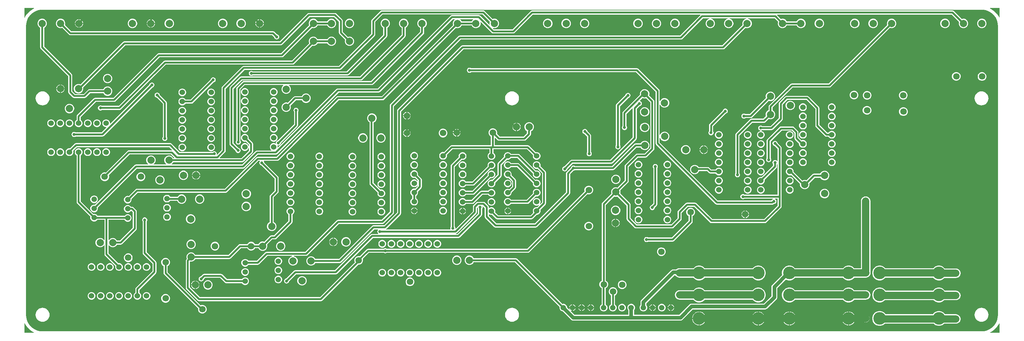
<source format=gtl>
G04*
G04 #@! TF.GenerationSoftware,Altium Limited,Altium Designer,22.10.1 (41)*
G04*
G04 Layer_Physical_Order=1*
G04 Layer_Color=255*
%FSLAX44Y44*%
%MOMM*%
G71*
G04*
G04 #@! TF.SameCoordinates,925E1407-17B4-44B6-9F2D-65EEED7EDF2A*
G04*
G04*
G04 #@! TF.FilePolarity,Positive*
G04*
G01*
G75*
%ADD12C,0.5000*%
%ADD21C,1.0000*%
%ADD22C,2.0000*%
%ADD23C,2.0000*%
%ADD24C,1.8000*%
%ADD25C,1.5240*%
%ADD26C,1.5000*%
%ADD27C,3.5000*%
%ADD28C,0.8000*%
G36*
X2656215Y895310D02*
X2662078Y894144D01*
X2667739Y892222D01*
X2673100Y889578D01*
X2678071Y886257D01*
X2682565Y882315D01*
X2686507Y877821D01*
X2689828Y872850D01*
X2692472Y867489D01*
X2694394Y861828D01*
X2695560Y855965D01*
X2695937Y850206D01*
X2695896Y850000D01*
X2695896Y50000D01*
X2695938Y49794D01*
X2695560Y44035D01*
X2694394Y38172D01*
X2692472Y32511D01*
X2689828Y27150D01*
X2686507Y22179D01*
X2682565Y17685D01*
X2678071Y13743D01*
X2673100Y10422D01*
X2667739Y7778D01*
X2662078Y5856D01*
X2656215Y4690D01*
X2650457Y4313D01*
X2650250Y4354D01*
X50250Y4354D01*
X50044Y4313D01*
X44285Y4690D01*
X38422Y5856D01*
X32761Y7778D01*
X27400Y10422D01*
X22429Y13743D01*
X17935Y17685D01*
X13993Y22179D01*
X10672Y27150D01*
X8028Y32511D01*
X6106Y38172D01*
X4940Y44035D01*
X4632Y48742D01*
X4604Y50000D01*
X4604D01*
X4603Y50001D01*
X4604Y848730D01*
X4604Y849999D01*
X4604Y850000D01*
X4632Y851258D01*
X4940Y855965D01*
X6106Y861828D01*
X8028Y867489D01*
X10672Y872850D01*
X13993Y877821D01*
X17935Y882315D01*
X22429Y886257D01*
X27400Y889578D01*
X32761Y892222D01*
X38422Y894144D01*
X44285Y895310D01*
X50043Y895687D01*
X50250Y895646D01*
X2650250Y895646D01*
X2650456Y895687D01*
X2656215Y895310D01*
D02*
G37*
G36*
X2700250Y874109D02*
X2699013Y873821D01*
X2697350Y877193D01*
X2693398Y883108D01*
X2688707Y888457D01*
X2683358Y893148D01*
X2677443Y897100D01*
X2674071Y898763D01*
X2674359Y900000D01*
X2700250D01*
Y874109D01*
D02*
G37*
G36*
X26429Y898763D02*
X23057Y897100D01*
X17142Y893148D01*
X11793Y888457D01*
X7102Y883108D01*
X3150Y877193D01*
X1270Y873381D01*
X0Y873677D01*
Y900000D01*
X26141D01*
X26429Y898763D01*
D02*
G37*
G36*
X2700250Y25891D02*
Y0D01*
X2674359D01*
X2674071Y1237D01*
X2677443Y2900D01*
X2683358Y6852D01*
X2688707Y11543D01*
X2693398Y16892D01*
X2697350Y22807D01*
X2699013Y26179D01*
X2700250Y25891D01*
D02*
G37*
G36*
X3150Y22807D02*
X7102Y16892D01*
X11793Y11543D01*
X17142Y6852D01*
X23057Y2900D01*
X26429Y1237D01*
X26141Y0D01*
X250D01*
X0Y250D01*
Y26323D01*
X1270Y26619D01*
X3150Y22807D01*
D02*
G37*
%LPC*%
G36*
X851962Y870500D02*
X848539D01*
X845232Y869614D01*
X842268Y867903D01*
X839847Y865482D01*
X838476Y863108D01*
X812023D01*
X810653Y865482D01*
X808232Y867903D01*
X805268Y869614D01*
X801962Y870500D01*
X798539D01*
X795232Y869614D01*
X792268Y867903D01*
X789847Y865482D01*
X788136Y862518D01*
X787250Y859212D01*
Y855788D01*
X788136Y852482D01*
X788197Y852377D01*
X710677Y774858D01*
X372250D01*
X370104Y774431D01*
X368285Y773215D01*
X246302Y651232D01*
X195870D01*
X193724Y650806D01*
X191904Y649590D01*
X146254Y603940D01*
X145038Y602120D01*
X144611Y599974D01*
Y589807D01*
X143698Y589279D01*
X141721Y587302D01*
X140323Y584880D01*
X139599Y582179D01*
Y579383D01*
X140323Y576682D01*
X141721Y574260D01*
X143698Y572283D01*
X146120Y570885D01*
X148821Y570161D01*
X151617D01*
X154318Y570885D01*
X156740Y572283D01*
X158717Y574260D01*
X160115Y576682D01*
X160839Y579383D01*
Y582179D01*
X160115Y584880D01*
X158717Y587302D01*
X156740Y589279D01*
X155827Y589807D01*
Y597651D01*
X198192Y640017D01*
X248625D01*
X250771Y640444D01*
X252590Y641659D01*
X374573Y763642D01*
X713000D01*
X715146Y764069D01*
X716965Y765285D01*
X796679Y844998D01*
X798539Y844500D01*
X801962D01*
X805268Y845386D01*
X808232Y847097D01*
X810653Y849518D01*
X812023Y851892D01*
X838476D01*
X839847Y849518D01*
X842268Y847097D01*
X845232Y845386D01*
X848539Y844500D01*
X851962D01*
X855268Y845386D01*
X858232Y847097D01*
X860653Y849518D01*
X862364Y852482D01*
X863250Y855788D01*
Y859212D01*
X862364Y862518D01*
X860653Y865482D01*
X858232Y867903D01*
X855268Y869614D01*
X851962Y870500D01*
D02*
G37*
G36*
X152764Y869000D02*
X152750D01*
Y859000D01*
X162750D01*
Y859014D01*
X161966Y861939D01*
X160452Y864561D01*
X158311Y866702D01*
X155689Y868216D01*
X152764Y869000D01*
D02*
G37*
G36*
X149750D02*
X149736D01*
X146811Y868216D01*
X144189Y866702D01*
X142048Y864561D01*
X140534Y861939D01*
X139750Y859014D01*
Y859000D01*
X149750D01*
Y869000D01*
D02*
G37*
G36*
X652764D02*
X652750D01*
Y859000D01*
X662750D01*
Y859014D01*
X661966Y861939D01*
X660452Y864561D01*
X658311Y866702D01*
X655689Y868216D01*
X652764Y869000D01*
D02*
G37*
G36*
X649750D02*
X649736D01*
X646811Y868216D01*
X644189Y866702D01*
X642048Y864561D01*
X640534Y861939D01*
X639750Y859014D01*
Y859000D01*
X649750D01*
Y869000D01*
D02*
G37*
G36*
X351764D02*
X351750D01*
Y859000D01*
X361750D01*
Y859014D01*
X360966Y861939D01*
X359452Y864561D01*
X357311Y866702D01*
X354689Y868216D01*
X351764Y869000D01*
D02*
G37*
G36*
X348750D02*
X348736D01*
X345811Y868216D01*
X343189Y866702D01*
X341048Y864561D01*
X339534Y861939D01*
X338750Y859014D01*
Y859000D01*
X348750D01*
Y869000D01*
D02*
G37*
G36*
X662750Y856000D02*
X652750D01*
Y846000D01*
X652764D01*
X655689Y846784D01*
X658311Y848298D01*
X660452Y850439D01*
X661966Y853061D01*
X662750Y855986D01*
Y856000D01*
D02*
G37*
G36*
X649750D02*
X639750D01*
Y855986D01*
X640534Y853061D01*
X642048Y850439D01*
X644189Y848298D01*
X646811Y846784D01*
X649736Y846000D01*
X649750D01*
Y856000D01*
D02*
G37*
G36*
X361750Y856000D02*
X351750D01*
Y846000D01*
X351764D01*
X354689Y846784D01*
X357311Y848298D01*
X359452Y850439D01*
X360966Y853061D01*
X361750Y855986D01*
Y856000D01*
D02*
G37*
G36*
X348750D02*
X338750D01*
Y855986D01*
X339534Y853061D01*
X341048Y850439D01*
X343189Y848298D01*
X345811Y846784D01*
X348736Y846000D01*
X348750D01*
Y856000D01*
D02*
G37*
G36*
X162750Y856000D02*
X152750D01*
Y846000D01*
X152764D01*
X155689Y846784D01*
X158311Y848298D01*
X160452Y850439D01*
X161966Y853061D01*
X162750Y855986D01*
Y856000D01*
D02*
G37*
G36*
X149750D02*
X139750D01*
Y855986D01*
X140534Y853061D01*
X142048Y850439D01*
X144189Y848298D01*
X146811Y846784D01*
X149736Y846000D01*
X149750D01*
Y856000D01*
D02*
G37*
G36*
X2652961Y870500D02*
X2649539D01*
X2646232Y869614D01*
X2643268Y867903D01*
X2640847Y865482D01*
X2639136Y862518D01*
X2638250Y859212D01*
Y855788D01*
X2639136Y852482D01*
X2640847Y849518D01*
X2643268Y847097D01*
X2646232Y845386D01*
X2649539Y844500D01*
X2652961D01*
X2656268Y845386D01*
X2659232Y847097D01*
X2661653Y849518D01*
X2663364Y852482D01*
X2664250Y855788D01*
Y859212D01*
X2663364Y862518D01*
X2661653Y865482D01*
X2659232Y867903D01*
X2656268Y869614D01*
X2652961Y870500D01*
D02*
G37*
G36*
X1270750Y893608D02*
X989750D01*
X987604Y893181D01*
X985785Y891965D01*
X962035Y868215D01*
X960819Y866396D01*
X960392Y864250D01*
Y829073D01*
X871177Y739858D01*
X607500D01*
X605354Y739431D01*
X603535Y738215D01*
X547785Y682465D01*
X546569Y680646D01*
X546142Y678500D01*
Y506573D01*
X533659Y494090D01*
X532520Y494747D01*
X532652Y495237D01*
Y497080D01*
X532175Y498861D01*
X531253Y500457D01*
X529950Y501760D01*
X528354Y502682D01*
X526573Y503159D01*
X524730D01*
X522950Y502682D01*
X521354Y501760D01*
X521201Y501608D01*
X430330D01*
X407722Y524215D01*
X405903Y525431D01*
X403757Y525858D01*
X143000D01*
X140854Y525431D01*
X139035Y524215D01*
X126220Y511400D01*
X126217Y511401D01*
X123421D01*
X120720Y510677D01*
X118298Y509279D01*
X116321Y507302D01*
X114923Y504880D01*
X114199Y502179D01*
Y499383D01*
X114923Y496682D01*
X116321Y494260D01*
X118298Y492283D01*
X120720Y490885D01*
X123421Y490161D01*
X126217D01*
X128918Y490885D01*
X131340Y492283D01*
X133317Y494260D01*
X134715Y496682D01*
X135439Y499383D01*
Y502179D01*
X134894Y504213D01*
X145323Y514642D01*
X401434D01*
X409179Y506897D01*
X408554Y505726D01*
X407893Y505858D01*
X289161D01*
X287015Y505431D01*
X285196Y504215D01*
X225244Y444264D01*
X223995Y444599D01*
X220835D01*
X217783Y443781D01*
X215047Y442201D01*
X212813Y439967D01*
X211233Y437231D01*
X210415Y434179D01*
Y431019D01*
X211233Y427967D01*
X212813Y425231D01*
X215047Y422996D01*
X217783Y421417D01*
X220835Y420599D01*
X223995D01*
X227047Y421417D01*
X229783Y422996D01*
X232017Y425231D01*
X233597Y427967D01*
X234415Y431019D01*
Y434179D01*
X233698Y436856D01*
X291484Y494642D01*
X405570D01*
X414833Y485380D01*
X414347Y484207D01*
X412189D01*
X410818Y486581D01*
X408397Y489002D01*
X405433Y490713D01*
X402127Y491599D01*
X398704D01*
X395397Y490713D01*
X392433Y489002D01*
X390013Y486581D01*
X388301Y483617D01*
X387415Y480310D01*
Y476887D01*
X388301Y473581D01*
X390013Y470617D01*
X392433Y468196D01*
X393060Y467835D01*
X392731Y466608D01*
X358099D01*
X357771Y467835D01*
X358397Y468196D01*
X360818Y470617D01*
X362529Y473581D01*
X363415Y476887D01*
Y480310D01*
X362529Y483617D01*
X360818Y486581D01*
X358397Y489002D01*
X355433Y490713D01*
X352127Y491599D01*
X348704D01*
X345397Y490713D01*
X342433Y489002D01*
X340013Y486581D01*
X338301Y483617D01*
X337415Y480310D01*
Y476887D01*
X338301Y473581D01*
X340013Y470617D01*
X342433Y468196D01*
X343060Y467835D01*
X342731Y466608D01*
X309000D01*
X306854Y466181D01*
X305035Y464965D01*
X278035Y437965D01*
X277398Y437012D01*
X195484Y355098D01*
X194548Y355349D01*
X191783D01*
X189112Y354633D01*
X186718Y353251D01*
X184763Y351296D01*
X183381Y348902D01*
X182665Y346231D01*
Y343466D01*
X183381Y340796D01*
X184763Y338402D01*
X186718Y336447D01*
X189112Y335065D01*
X191783Y334349D01*
X194548D01*
X197218Y335065D01*
X199612Y336447D01*
X201567Y338402D01*
X202950Y340796D01*
X203665Y343466D01*
Y346231D01*
X203414Y347168D01*
X285965Y429719D01*
X286602Y430672D01*
X311323Y455392D01*
X605578D01*
X607724Y455819D01*
X609544Y457035D01*
X646582Y494073D01*
X696181D01*
X698327Y494500D01*
X700146Y495716D01*
X870449Y666018D01*
X980876D01*
X983022Y666445D01*
X984841Y667661D01*
X1186573Y869392D01*
X1191395D01*
X1191723Y868166D01*
X1191268Y867903D01*
X1188847Y865482D01*
X1187136Y862518D01*
X1186250Y859212D01*
Y855788D01*
X1186960Y853140D01*
X989677Y655858D01*
X868000D01*
X865854Y655431D01*
X864035Y654215D01*
X697677Y487858D01*
X646000D01*
X643854Y487431D01*
X642035Y486215D01*
X555177Y399358D01*
X311500D01*
X309354Y398931D01*
X307535Y397715D01*
X289023Y379203D01*
X287547Y379599D01*
X284783D01*
X282112Y378883D01*
X279718Y377501D01*
X277763Y375546D01*
X276381Y373152D01*
X275665Y370481D01*
Y367717D01*
X276381Y365046D01*
X277763Y362652D01*
X279718Y360697D01*
X282112Y359314D01*
X284783Y358599D01*
X287547D01*
X290218Y359314D01*
X292612Y360697D01*
X294567Y362652D01*
X295950Y365046D01*
X296665Y367717D01*
Y370481D01*
X296559Y370878D01*
X313823Y388142D01*
X557500D01*
X559646Y388569D01*
X561465Y389785D01*
X648323Y476642D01*
X651393D01*
X651919Y475372D01*
X651814Y475267D01*
X650892Y473671D01*
X650415Y471890D01*
Y470047D01*
X650892Y468267D01*
X651814Y466671D01*
X653117Y465368D01*
X654713Y464446D01*
X656481Y463972D01*
X692892Y427561D01*
Y394073D01*
X680854Y382034D01*
X679638Y380215D01*
X679211Y378069D01*
Y307122D01*
X676837Y305751D01*
X674417Y303331D01*
X672705Y300367D01*
X671819Y297060D01*
Y293637D01*
X672705Y290331D01*
X674417Y287367D01*
X676837Y284946D01*
X679801Y283235D01*
X683108Y282349D01*
X686531D01*
X689837Y283235D01*
X692801Y284946D01*
X695222Y287367D01*
X696933Y290331D01*
X697819Y293637D01*
Y297060D01*
X696933Y300367D01*
X695222Y303331D01*
X692801Y305751D01*
X690427Y307122D01*
Y375746D01*
X702465Y387785D01*
X703681Y389604D01*
X704108Y391750D01*
Y429884D01*
X703681Y432030D01*
X702465Y433849D01*
X664412Y471903D01*
X663938Y473671D01*
X663017Y475267D01*
X662911Y475372D01*
X663437Y476642D01*
X700000D01*
X702146Y477069D01*
X703965Y478285D01*
X870323Y644642D01*
X992000D01*
X994146Y645069D01*
X995965Y646285D01*
X1194890Y845210D01*
X1197539Y844500D01*
X1200962D01*
X1204268Y845386D01*
X1207232Y847097D01*
X1209653Y849518D01*
X1211023Y851892D01*
X1238476D01*
X1239847Y849518D01*
X1242268Y847097D01*
X1245232Y845386D01*
X1248539Y844500D01*
X1251962D01*
X1255268Y845386D01*
X1258232Y847097D01*
X1260653Y849518D01*
X1262364Y852482D01*
X1263250Y855788D01*
Y859212D01*
X1262861Y860662D01*
X1264000Y861320D01*
X1293785Y831535D01*
X1295604Y830319D01*
X1297750Y829892D01*
X1353750D01*
X1355896Y830319D01*
X1357715Y831535D01*
X1408323Y882142D01*
X1871957D01*
X1872442Y880872D01*
X1815677Y824108D01*
X1205750D01*
X1203604Y823681D01*
X1201785Y822465D01*
X1013535Y634215D01*
X1012319Y632396D01*
X1011892Y630250D01*
Y335823D01*
X989427Y313358D01*
X869000D01*
X866854Y312931D01*
X865035Y311715D01*
X777927Y224608D01*
X670750D01*
X668604Y224181D01*
X666785Y222965D01*
X643576Y199757D01*
X620206D01*
X619721Y200596D01*
X617766Y202551D01*
X615372Y203933D01*
X612701Y204649D01*
X609937D01*
X607266Y203933D01*
X604872Y202551D01*
X602917Y200596D01*
X601535Y198202D01*
X600819Y195531D01*
Y192766D01*
X601535Y190096D01*
X602917Y187702D01*
X604872Y185747D01*
X607266Y184364D01*
X609937Y183649D01*
X612701D01*
X615372Y184364D01*
X617766Y185747D01*
X619721Y187702D01*
X620206Y188541D01*
X645899D01*
X648045Y188968D01*
X649864Y190184D01*
X673073Y213392D01*
X741095D01*
X741262Y212122D01*
X738801Y211463D01*
X735837Y209751D01*
X733417Y207331D01*
X731705Y204367D01*
X730819Y201060D01*
Y197637D01*
X731705Y194331D01*
X733417Y191367D01*
X735837Y188946D01*
X738801Y187235D01*
X742108Y186349D01*
X745531D01*
X748837Y187235D01*
X751801Y188946D01*
X754222Y191367D01*
X755933Y194331D01*
X756819Y197637D01*
Y201060D01*
X755933Y204367D01*
X754222Y207331D01*
X751801Y209751D01*
X748837Y211463D01*
X746376Y212122D01*
X746544Y213392D01*
X780250D01*
X782396Y213819D01*
X784215Y215035D01*
X871323Y302142D01*
X991750D01*
X993896Y302569D01*
X995715Y303785D01*
X1021465Y329535D01*
X1022681Y331354D01*
X1023108Y333500D01*
Y627927D01*
X1208073Y812892D01*
X1818000D01*
X1820146Y813319D01*
X1821965Y814535D01*
X1879073Y871642D01*
X1896895D01*
X1897062Y870372D01*
X1894232Y869614D01*
X1891268Y867903D01*
X1888848Y865482D01*
X1887136Y862518D01*
X1886250Y859212D01*
Y855788D01*
X1887136Y852482D01*
X1888848Y849518D01*
X1891268Y847097D01*
X1894232Y845386D01*
X1897538Y844500D01*
X1900961D01*
X1904268Y845386D01*
X1907232Y847097D01*
X1909653Y849518D01*
X1911364Y852482D01*
X1912250Y855788D01*
Y859212D01*
X1911364Y862518D01*
X1909653Y865482D01*
X1907232Y867903D01*
X1904268Y869614D01*
X1901438Y870372D01*
X1901605Y871642D01*
X1947895D01*
X1948062Y870372D01*
X1945232Y869614D01*
X1942268Y867903D01*
X1939848Y865482D01*
X1938136Y862518D01*
X1937250Y859212D01*
Y855788D01*
X1938136Y852482D01*
X1939848Y849518D01*
X1942268Y847097D01*
X1945232Y845386D01*
X1948539Y844500D01*
X1951962D01*
X1955268Y845386D01*
X1958232Y847097D01*
X1960653Y849518D01*
X1962364Y852482D01*
X1963250Y855788D01*
Y859212D01*
X1962364Y862518D01*
X1960653Y865482D01*
X1958232Y867903D01*
X1955268Y869614D01*
X1952438Y870372D01*
X1952605Y871642D01*
X1998895D01*
X1999062Y870372D01*
X1996232Y869614D01*
X1993268Y867903D01*
X1990847Y865482D01*
X1989136Y862518D01*
X1988250Y859212D01*
Y855788D01*
X1988960Y853140D01*
X1932677Y796858D01*
X1213500D01*
X1211354Y796431D01*
X1209535Y795215D01*
X1033535Y619215D01*
X1032319Y617396D01*
X1031892Y615250D01*
Y333573D01*
X996427Y298108D01*
X966500D01*
X964354Y297681D01*
X962535Y296465D01*
X871026Y204957D01*
X805593D01*
X804222Y207331D01*
X801801Y209751D01*
X798837Y211463D01*
X795531Y212349D01*
X792108D01*
X788801Y211463D01*
X785837Y209751D01*
X783417Y207331D01*
X781705Y204367D01*
X780819Y201060D01*
Y197637D01*
X781705Y194331D01*
X783417Y191367D01*
X785837Y188946D01*
X788801Y187235D01*
X792108Y186349D01*
X795531D01*
X798837Y187235D01*
X801801Y188946D01*
X804222Y191367D01*
X805593Y193741D01*
X873349D01*
X875495Y194168D01*
X877314Y195384D01*
X968823Y286892D01*
X978697D01*
X979223Y285622D01*
X978649Y285048D01*
X977727Y283452D01*
X977250Y281672D01*
Y279828D01*
X977727Y278048D01*
X978649Y276452D01*
X979723Y275378D01*
X979480Y274427D01*
X979272Y274108D01*
X962736D01*
X960590Y273681D01*
X958771Y272465D01*
X859959Y173653D01*
X750296D01*
X748150Y173227D01*
X746330Y172011D01*
X725066Y150747D01*
X723298Y150273D01*
X721702Y149351D01*
X720399Y148048D01*
X719477Y146452D01*
X719000Y144672D01*
Y142828D01*
X719477Y141048D01*
X720399Y139452D01*
X721702Y138149D01*
X723298Y137227D01*
X725079Y136750D01*
X726922D01*
X728702Y137227D01*
X730298Y138149D01*
X731601Y139452D01*
X732523Y141048D01*
X732997Y142816D01*
X752618Y162438D01*
X862282D01*
X864428Y162865D01*
X866247Y164080D01*
X965059Y262892D01*
X1202000D01*
X1204146Y263319D01*
X1205965Y264535D01*
X1265705Y324275D01*
X1266921Y326094D01*
X1267348Y328240D01*
Y343448D01*
X1267601Y343702D01*
X1268523Y345298D01*
X1269000Y347078D01*
Y348922D01*
X1268597Y350427D01*
X1269519Y351122D01*
X1269644Y351175D01*
X1274675Y346144D01*
Y321967D01*
X1275102Y319821D01*
X1276318Y318002D01*
X1300785Y293535D01*
X1302604Y292319D01*
X1304750Y291892D01*
X1415500D01*
X1417646Y292319D01*
X1419465Y293535D01*
X1509514Y383583D01*
X1510729Y385402D01*
X1511156Y387548D01*
Y439543D01*
X1521184Y449570D01*
X1522952Y450044D01*
X1524537Y450959D01*
X1629673D01*
X1631819Y451386D01*
X1633638Y452602D01*
X1694833Y513796D01*
X1705977D01*
X1707347Y511422D01*
X1709768Y509001D01*
X1712732Y507290D01*
X1716039Y506404D01*
X1719461D01*
X1722768Y507290D01*
X1725732Y509001D01*
X1728152Y511422D01*
X1729864Y514386D01*
X1730750Y517692D01*
Y521115D01*
X1729864Y524422D01*
X1728152Y527386D01*
X1725732Y529806D01*
X1722768Y531518D01*
X1719461Y532404D01*
X1716039D01*
X1712732Y531518D01*
X1709768Y529806D01*
X1707347Y527386D01*
X1705977Y525011D01*
X1692510D01*
X1690364Y524585D01*
X1688545Y523369D01*
X1627350Y462175D01*
X1524537D01*
X1522952Y463090D01*
X1521172Y463567D01*
X1519328D01*
X1517548Y463090D01*
X1515952Y462168D01*
X1514648Y460865D01*
X1513727Y459269D01*
X1513253Y457501D01*
X1501583Y445831D01*
X1500368Y444011D01*
X1499941Y441865D01*
Y389871D01*
X1413177Y303108D01*
X1307073D01*
X1285891Y324290D01*
Y328397D01*
X1287161Y328872D01*
X1289304Y327635D01*
X1292005Y326911D01*
X1294801D01*
X1295083Y326986D01*
X1305785Y316285D01*
X1307604Y315069D01*
X1309750Y314642D01*
X1403750D01*
X1405896Y315069D01*
X1407715Y316285D01*
X1418152Y326721D01*
X1418299Y326941D01*
X1418537Y327180D01*
X1419854D01*
X1422555Y327904D01*
X1424977Y329302D01*
X1426954Y331279D01*
X1428352Y333701D01*
X1429076Y336402D01*
Y339198D01*
X1428606Y340952D01*
X1442965Y355311D01*
X1444181Y357130D01*
X1444608Y359276D01*
Y444256D01*
X1444181Y446402D01*
X1442965Y448221D01*
X1428803Y462383D01*
X1429076Y463402D01*
Y466198D01*
X1428352Y468899D01*
X1426954Y471321D01*
X1424977Y473298D01*
X1422555Y474696D01*
X1419854Y475420D01*
X1417058D01*
X1414357Y474696D01*
X1411935Y473298D01*
X1409958Y471321D01*
X1408560Y468899D01*
X1407836Y466198D01*
Y463402D01*
X1408560Y460701D01*
X1409958Y458279D01*
X1411935Y456302D01*
X1414357Y454904D01*
X1417058Y454180D01*
X1419854D01*
X1420873Y454453D01*
X1433392Y441933D01*
Y361599D01*
X1428350Y356557D01*
X1427334Y357337D01*
X1428352Y359101D01*
X1429076Y361802D01*
Y364598D01*
X1428352Y367299D01*
X1426954Y369721D01*
X1424977Y371698D01*
X1422555Y373096D01*
X1419854Y373820D01*
X1417058D01*
X1414357Y373096D01*
X1411935Y371698D01*
X1409958Y369721D01*
X1408560Y367299D01*
X1407836Y364598D01*
Y361802D01*
X1408560Y359101D01*
X1409958Y356679D01*
X1411935Y354702D01*
X1414357Y353304D01*
X1417058Y352580D01*
X1419854D01*
X1422555Y353304D01*
X1424319Y354322D01*
X1425099Y353306D01*
X1420137Y348344D01*
X1419854Y348420D01*
X1417058D01*
X1414357Y347696D01*
X1411935Y346298D01*
X1409958Y344321D01*
X1408560Y341899D01*
X1407836Y339198D01*
Y336402D01*
X1408560Y333701D01*
X1408820Y333250D01*
X1401427Y325858D01*
X1312073D01*
X1303553Y334378D01*
X1304023Y336133D01*
Y338929D01*
X1303299Y341630D01*
X1301901Y344052D01*
X1299924Y346029D01*
X1297502Y347427D01*
X1294801Y348151D01*
X1292005D01*
X1289304Y347427D01*
X1287161Y346190D01*
X1285891Y346664D01*
Y348467D01*
X1285464Y350613D01*
X1284248Y352432D01*
X1275215Y361465D01*
X1273396Y362681D01*
X1271250Y363108D01*
X1255500D01*
X1253354Y362681D01*
X1251535Y361465D01*
X1243535Y353465D01*
X1242319Y351646D01*
X1241892Y349500D01*
Y336823D01*
X1194520Y289450D01*
X1193250Y289977D01*
Y291172D01*
X1192773Y292952D01*
X1191851Y294548D01*
X1191608Y294792D01*
Y460205D01*
X1210986Y479584D01*
X1212005Y479311D01*
X1214801D01*
X1217502Y480034D01*
X1219924Y481433D01*
X1221901Y483410D01*
X1223299Y485832D01*
X1224023Y488533D01*
Y491329D01*
X1223299Y494030D01*
X1221901Y496452D01*
X1219924Y498429D01*
X1217502Y499827D01*
X1214801Y500551D01*
X1212005D01*
X1209304Y499827D01*
X1206882Y498429D01*
X1204905Y496452D01*
X1203507Y494030D01*
X1202783Y491329D01*
Y488533D01*
X1203056Y487514D01*
X1182035Y466493D01*
X1180819Y464674D01*
X1180392Y462528D01*
Y294104D01*
X1179727Y292952D01*
X1179250Y291172D01*
Y289328D01*
X1179706Y287628D01*
X1179720Y287390D01*
X1179024Y286358D01*
X1001743D01*
X1001358Y287628D01*
X1002715Y288535D01*
X1041465Y327285D01*
X1042681Y329104D01*
X1043108Y331250D01*
Y612927D01*
X1215823Y785642D01*
X1935000D01*
X1937146Y786069D01*
X1938965Y787285D01*
X1996890Y845210D01*
X1999539Y844500D01*
X2002961D01*
X2006268Y845386D01*
X2009232Y847097D01*
X2011653Y849518D01*
X2013364Y852482D01*
X2014250Y855788D01*
Y859212D01*
X2013364Y862518D01*
X2011653Y865482D01*
X2009232Y867903D01*
X2006268Y869614D01*
X2003438Y870372D01*
X2003605Y871642D01*
X2077177D01*
X2086960Y861860D01*
X2086250Y859212D01*
Y855788D01*
X2087136Y852482D01*
X2088847Y849518D01*
X2091268Y847097D01*
X2094232Y845386D01*
X2097538Y844500D01*
X2100961D01*
X2104268Y845386D01*
X2107232Y847097D01*
X2109653Y849518D01*
X2111024Y851892D01*
X2138477D01*
X2139847Y849518D01*
X2142268Y847097D01*
X2145232Y845386D01*
X2148539Y844500D01*
X2151962D01*
X2155268Y845386D01*
X2158232Y847097D01*
X2160653Y849518D01*
X2162364Y852482D01*
X2163250Y855788D01*
Y859212D01*
X2162364Y862518D01*
X2160653Y865482D01*
X2158232Y867903D01*
X2155268Y869614D01*
X2151962Y870500D01*
X2148539D01*
X2145232Y869614D01*
X2142268Y867903D01*
X2139847Y865482D01*
X2138477Y863108D01*
X2111024D01*
X2109653Y865482D01*
X2107232Y867903D01*
X2104268Y869614D01*
X2100961Y870500D01*
X2097538D01*
X2094890Y869790D01*
X2083808Y880872D01*
X2084293Y882142D01*
X2567677D01*
X2587960Y861860D01*
X2587250Y859212D01*
Y855788D01*
X2588136Y852482D01*
X2589847Y849518D01*
X2592268Y847097D01*
X2595232Y845386D01*
X2598539Y844500D01*
X2601961D01*
X2605268Y845386D01*
X2608232Y847097D01*
X2610652Y849518D01*
X2612364Y852482D01*
X2613250Y855788D01*
Y859212D01*
X2612364Y862518D01*
X2610652Y865482D01*
X2608232Y867903D01*
X2605268Y869614D01*
X2601961Y870500D01*
X2598539D01*
X2595890Y869790D01*
X2573965Y891715D01*
X2572146Y892931D01*
X2570000Y893358D01*
X1406000D01*
X1403854Y892931D01*
X1402035Y891715D01*
X1351427Y841108D01*
X1300073D01*
X1297431Y843750D01*
X1298088Y844889D01*
X1299539Y844500D01*
X1302961D01*
X1306268Y845386D01*
X1309232Y847097D01*
X1311653Y849518D01*
X1313364Y852482D01*
X1314250Y855788D01*
Y859212D01*
X1313364Y862518D01*
X1311653Y865482D01*
X1309232Y867903D01*
X1306268Y869614D01*
X1302961Y870500D01*
X1299539D01*
X1296890Y869790D01*
X1274715Y891965D01*
X1272896Y893181D01*
X1270750Y893608D01*
D02*
G37*
G36*
X2550961Y870500D02*
X2547538D01*
X2544232Y869614D01*
X2541268Y867903D01*
X2538847Y865482D01*
X2537136Y862518D01*
X2536250Y859212D01*
Y855788D01*
X2537136Y852482D01*
X2538847Y849518D01*
X2541268Y847097D01*
X2544232Y845386D01*
X2547538Y844500D01*
X2550961D01*
X2554268Y845386D01*
X2557232Y847097D01*
X2559653Y849518D01*
X2561364Y852482D01*
X2562250Y855788D01*
Y859212D01*
X2561364Y862518D01*
X2559653Y865482D01*
X2557232Y867903D01*
X2554268Y869614D01*
X2550961Y870500D01*
D02*
G37*
G36*
X2402961D02*
X2399539D01*
X2396232Y869614D01*
X2393268Y867903D01*
X2390847Y865482D01*
X2389136Y862518D01*
X2388250Y859212D01*
Y855788D01*
X2388960Y853140D01*
X2226927Y691108D01*
X2125000D01*
X2122854Y690681D01*
X2121035Y689465D01*
X2062299Y630729D01*
X2061083Y628910D01*
X2060656Y626764D01*
Y617357D01*
X2057763Y615687D01*
X2055343Y613266D01*
X2053631Y610302D01*
X2052745Y606996D01*
Y603573D01*
X2053455Y600924D01*
X2046138Y593608D01*
X2013500D01*
X2011354Y593181D01*
X2009535Y591965D01*
X1970530Y552960D01*
X1969314Y551141D01*
X1968887Y548995D01*
Y442468D01*
X1967972Y440883D01*
X1967495Y439102D01*
Y437259D01*
X1967972Y435479D01*
X1968894Y433883D01*
X1970197Y432579D01*
X1971793Y431658D01*
X1973573Y431181D01*
X1975417D01*
X1977197Y431658D01*
X1978793Y432579D01*
X1980096Y433883D01*
X1981018Y435479D01*
X1981495Y437259D01*
Y439102D01*
X1981018Y440883D01*
X1980103Y442468D01*
Y546672D01*
X2015823Y582392D01*
X2048461D01*
X2050607Y582819D01*
X2052426Y584035D01*
X2061385Y592994D01*
X2064034Y592284D01*
X2067457D01*
X2070763Y593170D01*
X2073727Y594882D01*
X2076148Y597302D01*
X2077859Y600266D01*
X2078745Y603573D01*
Y606996D01*
X2077859Y610302D01*
X2076148Y613266D01*
X2073727Y615687D01*
X2071872Y616758D01*
Y624441D01*
X2127323Y679892D01*
X2229250D01*
X2231396Y680319D01*
X2233215Y681535D01*
X2396890Y845210D01*
X2399539Y844500D01*
X2402961D01*
X2406268Y845386D01*
X2409232Y847097D01*
X2411653Y849518D01*
X2413364Y852482D01*
X2414250Y855788D01*
Y859212D01*
X2413364Y862518D01*
X2411653Y865482D01*
X2409232Y867903D01*
X2406268Y869614D01*
X2402961Y870500D01*
D02*
G37*
G36*
X2351962D02*
X2348539D01*
X2345232Y869614D01*
X2342268Y867903D01*
X2339847Y865482D01*
X2338136Y862518D01*
X2337250Y859212D01*
Y855788D01*
X2338136Y852482D01*
X2339847Y849518D01*
X2342268Y847097D01*
X2345232Y845386D01*
X2348539Y844500D01*
X2351962D01*
X2355268Y845386D01*
X2358232Y847097D01*
X2360653Y849518D01*
X2362364Y852482D01*
X2363250Y855788D01*
Y859212D01*
X2362364Y862518D01*
X2360653Y865482D01*
X2358232Y867903D01*
X2355268Y869614D01*
X2351962Y870500D01*
D02*
G37*
G36*
X2300961D02*
X2297538D01*
X2294232Y869614D01*
X2291268Y867903D01*
X2288847Y865482D01*
X2287136Y862518D01*
X2286250Y859212D01*
Y855788D01*
X2287136Y852482D01*
X2288847Y849518D01*
X2291268Y847097D01*
X2294232Y845386D01*
X2297538Y844500D01*
X2300961D01*
X2304268Y845386D01*
X2307232Y847097D01*
X2309653Y849518D01*
X2311364Y852482D01*
X2312250Y855788D01*
Y859212D01*
X2311364Y862518D01*
X2309653Y865482D01*
X2307232Y867903D01*
X2304268Y869614D01*
X2300961Y870500D01*
D02*
G37*
G36*
X2202961D02*
X2199539D01*
X2196232Y869614D01*
X2193268Y867903D01*
X2190847Y865482D01*
X2189136Y862518D01*
X2188250Y859212D01*
Y855788D01*
X2189136Y852482D01*
X2190847Y849518D01*
X2193268Y847097D01*
X2196232Y845386D01*
X2199539Y844500D01*
X2202961D01*
X2206268Y845386D01*
X2209232Y847097D01*
X2211653Y849518D01*
X2213364Y852482D01*
X2214250Y855788D01*
Y859212D01*
X2213364Y862518D01*
X2211653Y865482D01*
X2209232Y867903D01*
X2206268Y869614D01*
X2202961Y870500D01*
D02*
G37*
G36*
X1802961D02*
X1799539D01*
X1796232Y869614D01*
X1793268Y867903D01*
X1790847Y865482D01*
X1789136Y862518D01*
X1788250Y859212D01*
Y855788D01*
X1789136Y852482D01*
X1790847Y849518D01*
X1793268Y847097D01*
X1796232Y845386D01*
X1799539Y844500D01*
X1802961D01*
X1806268Y845386D01*
X1809232Y847097D01*
X1811653Y849518D01*
X1813364Y852482D01*
X1814250Y855788D01*
Y859212D01*
X1813364Y862518D01*
X1811653Y865482D01*
X1809232Y867903D01*
X1806268Y869614D01*
X1802961Y870500D01*
D02*
G37*
G36*
X1751962D02*
X1748539D01*
X1745232Y869614D01*
X1742268Y867903D01*
X1739847Y865482D01*
X1738136Y862518D01*
X1737250Y859212D01*
Y855788D01*
X1738136Y852482D01*
X1739847Y849518D01*
X1742268Y847097D01*
X1745232Y845386D01*
X1748539Y844500D01*
X1751962D01*
X1755268Y845386D01*
X1758232Y847097D01*
X1760653Y849518D01*
X1762364Y852482D01*
X1763250Y855788D01*
Y859212D01*
X1762364Y862518D01*
X1760653Y865482D01*
X1758232Y867903D01*
X1755268Y869614D01*
X1751962Y870500D01*
D02*
G37*
G36*
X1700961D02*
X1697538D01*
X1694232Y869614D01*
X1691268Y867903D01*
X1688847Y865482D01*
X1687136Y862518D01*
X1686250Y859212D01*
Y855788D01*
X1687136Y852482D01*
X1688847Y849518D01*
X1691268Y847097D01*
X1694232Y845386D01*
X1697538Y844500D01*
X1700961D01*
X1704268Y845386D01*
X1707232Y847097D01*
X1709653Y849518D01*
X1711364Y852482D01*
X1712250Y855788D01*
Y859212D01*
X1711364Y862518D01*
X1709653Y865482D01*
X1707232Y867903D01*
X1704268Y869614D01*
X1700961Y870500D01*
D02*
G37*
G36*
X1552961D02*
X1549539D01*
X1546232Y869614D01*
X1543268Y867903D01*
X1540847Y865482D01*
X1539136Y862518D01*
X1538250Y859212D01*
Y855788D01*
X1539136Y852482D01*
X1540847Y849518D01*
X1543268Y847097D01*
X1546232Y845386D01*
X1549539Y844500D01*
X1552961D01*
X1556268Y845386D01*
X1559232Y847097D01*
X1561653Y849518D01*
X1563364Y852482D01*
X1564250Y855788D01*
Y859212D01*
X1563364Y862518D01*
X1561653Y865482D01*
X1559232Y867903D01*
X1556268Y869614D01*
X1552961Y870500D01*
D02*
G37*
G36*
X1501962D02*
X1498539D01*
X1495232Y869614D01*
X1492268Y867903D01*
X1489847Y865482D01*
X1488136Y862518D01*
X1487250Y859212D01*
Y855788D01*
X1488136Y852482D01*
X1489847Y849518D01*
X1492268Y847097D01*
X1495232Y845386D01*
X1498539Y844500D01*
X1501962D01*
X1505268Y845386D01*
X1508232Y847097D01*
X1510653Y849518D01*
X1512364Y852482D01*
X1513250Y855788D01*
Y859212D01*
X1512364Y862518D01*
X1510653Y865482D01*
X1508232Y867903D01*
X1505268Y869614D01*
X1501962Y870500D01*
D02*
G37*
G36*
X1450961D02*
X1447538D01*
X1444232Y869614D01*
X1441268Y867903D01*
X1438847Y865482D01*
X1437136Y862518D01*
X1436250Y859212D01*
Y855788D01*
X1437136Y852482D01*
X1438847Y849518D01*
X1441268Y847097D01*
X1444232Y845386D01*
X1447538Y844500D01*
X1450961D01*
X1454268Y845386D01*
X1457232Y847097D01*
X1459653Y849518D01*
X1461364Y852482D01*
X1462250Y855788D01*
Y859212D01*
X1461364Y862518D01*
X1459653Y865482D01*
X1457232Y867903D01*
X1454268Y869614D01*
X1450961Y870500D01*
D02*
G37*
G36*
X601962D02*
X598539D01*
X595232Y869614D01*
X592268Y867903D01*
X589847Y865482D01*
X588136Y862518D01*
X587250Y859212D01*
Y855788D01*
X588136Y852482D01*
X589847Y849518D01*
X592268Y847097D01*
X595232Y845386D01*
X598539Y844500D01*
X601962D01*
X605268Y845386D01*
X608232Y847097D01*
X610653Y849518D01*
X612364Y852482D01*
X613250Y855788D01*
Y859212D01*
X612364Y862518D01*
X610653Y865482D01*
X608232Y867903D01*
X605268Y869614D01*
X601962Y870500D01*
D02*
G37*
G36*
X550961D02*
X547538D01*
X544232Y869614D01*
X541268Y867903D01*
X538847Y865482D01*
X537136Y862518D01*
X536250Y859212D01*
Y855788D01*
X537136Y852482D01*
X538847Y849518D01*
X541268Y847097D01*
X544232Y845386D01*
X547538Y844500D01*
X550961D01*
X554268Y845386D01*
X557232Y847097D01*
X559653Y849518D01*
X561364Y852482D01*
X562250Y855788D01*
Y859212D01*
X561364Y862518D01*
X559653Y865482D01*
X557232Y867903D01*
X554268Y869614D01*
X550961Y870500D01*
D02*
G37*
G36*
X402962D02*
X399538D01*
X396232Y869614D01*
X393268Y867903D01*
X390848Y865482D01*
X389136Y862518D01*
X388250Y859212D01*
Y855788D01*
X389136Y852482D01*
X390848Y849518D01*
X393268Y847097D01*
X396232Y845386D01*
X399538Y844500D01*
X402962D01*
X406268Y845386D01*
X409232Y847097D01*
X411653Y849518D01*
X413364Y852482D01*
X414250Y855788D01*
Y859212D01*
X413364Y862518D01*
X411653Y865482D01*
X409232Y867903D01*
X406268Y869614D01*
X402962Y870500D01*
D02*
G37*
G36*
X300961D02*
X297539D01*
X294232Y869614D01*
X291268Y867903D01*
X288848Y865482D01*
X287136Y862518D01*
X286250Y859212D01*
Y855788D01*
X287136Y852482D01*
X288848Y849518D01*
X291268Y847097D01*
X294232Y845386D01*
X297539Y844500D01*
X300961D01*
X304268Y845386D01*
X307232Y847097D01*
X309653Y849518D01*
X311364Y852482D01*
X312250Y855788D01*
Y859212D01*
X311364Y862518D01*
X309653Y865482D01*
X307232Y867903D01*
X304268Y869614D01*
X300961Y870500D01*
D02*
G37*
G36*
X901962Y870500D02*
X898539D01*
X895232Y869614D01*
X892268Y867903D01*
X889847Y865482D01*
X888136Y862518D01*
X887250Y859212D01*
Y855788D01*
X888136Y852482D01*
X889847Y849518D01*
X892268Y847097D01*
X895232Y845386D01*
X898539Y844500D01*
X901962D01*
X905268Y845386D01*
X908232Y847097D01*
X910653Y849518D01*
X912364Y852482D01*
X913250Y855788D01*
Y859212D01*
X912364Y862518D01*
X910653Y865482D01*
X908232Y867903D01*
X905268Y869614D01*
X901962Y870500D01*
D02*
G37*
G36*
X851962Y821000D02*
X848539D01*
X845232Y820114D01*
X842268Y818403D01*
X839847Y815982D01*
X838476Y813608D01*
X812023D01*
X810653Y815982D01*
X808232Y818403D01*
X805268Y820114D01*
X801962Y821000D01*
X798539D01*
X795232Y820114D01*
X792268Y818403D01*
X789847Y815982D01*
X788136Y813018D01*
X787250Y809712D01*
Y806289D01*
X788136Y802982D01*
X788471Y802402D01*
X740677Y754608D01*
X389415D01*
X387269Y754181D01*
X385450Y752965D01*
X261592Y629108D01*
X214477D01*
X213452Y629700D01*
X211672Y630177D01*
X209828D01*
X208048Y629700D01*
X206452Y628778D01*
X205149Y627475D01*
X204227Y625879D01*
X203750Y624098D01*
Y622255D01*
X204227Y620475D01*
X205149Y618879D01*
X206452Y617575D01*
X208048Y616654D01*
X209828Y616177D01*
X211672D01*
X213452Y616654D01*
X215048Y617575D01*
X215365Y617892D01*
X263915D01*
X266061Y618319D01*
X267880Y619535D01*
X391738Y743392D01*
X743000D01*
X745146Y743819D01*
X746965Y745035D01*
X797270Y795340D01*
X798539Y795000D01*
X801962D01*
X805268Y795886D01*
X808232Y797597D01*
X810653Y800018D01*
X812023Y802392D01*
X838476D01*
X839847Y800018D01*
X842268Y797597D01*
X845232Y795886D01*
X848539Y795000D01*
X851962D01*
X855268Y795886D01*
X858232Y797597D01*
X860653Y800018D01*
X862364Y802982D01*
X863250Y806289D01*
Y809712D01*
X862364Y813018D01*
X860653Y815982D01*
X858232Y818403D01*
X855268Y820114D01*
X851962Y821000D01*
D02*
G37*
G36*
X101961Y870500D02*
X98539D01*
X95232Y869614D01*
X92268Y867903D01*
X89847Y865482D01*
X88136Y862518D01*
X87250Y859212D01*
Y855788D01*
X88136Y852482D01*
X89847Y849518D01*
X92268Y847097D01*
X95232Y845386D01*
X98539Y844500D01*
X101961D01*
X104610Y845210D01*
X123535Y826285D01*
X125354Y825069D01*
X127500Y824642D01*
X686346D01*
X691672Y819316D01*
X692145Y817548D01*
X693067Y815952D01*
X694370Y814649D01*
X695966Y813727D01*
X697747Y813250D01*
X699590D01*
X701370Y813727D01*
X702967Y814649D01*
X704270Y815952D01*
X705191Y817548D01*
X705668Y819328D01*
Y821172D01*
X705191Y822952D01*
X704270Y824548D01*
X702967Y825851D01*
X701370Y826773D01*
X699602Y827247D01*
X692634Y834215D01*
X690814Y835431D01*
X688668Y835858D01*
X129823D01*
X112540Y853140D01*
X113250Y855788D01*
Y859212D01*
X112364Y862518D01*
X110653Y865482D01*
X108232Y867903D01*
X105268Y869614D01*
X101961Y870500D01*
D02*
G37*
G36*
X860000Y886358D02*
X787915D01*
X785769Y885931D01*
X783950Y884715D01*
X707342Y808108D01*
X277500D01*
X275354Y807681D01*
X273535Y806465D01*
X155374Y688304D01*
X154837Y688614D01*
X151531Y689500D01*
X148108D01*
X144801Y688614D01*
X141837Y686903D01*
X139417Y684482D01*
X137705Y681518D01*
X136819Y678212D01*
Y674789D01*
X137705Y671482D01*
X139417Y668518D01*
X141837Y666097D01*
X144801Y664386D01*
X148108Y663500D01*
X151531D01*
X154837Y664386D01*
X157801Y666097D01*
X160222Y668518D01*
X161933Y671482D01*
X162819Y674789D01*
Y678212D01*
X162465Y679534D01*
X279823Y796892D01*
X709665D01*
X711811Y797319D01*
X713630Y798535D01*
X790238Y875142D01*
X857677D01*
X870642Y862177D01*
Y832000D01*
X871069Y829854D01*
X872285Y828035D01*
X887960Y812360D01*
X887250Y809712D01*
Y806289D01*
X888136Y802982D01*
X889847Y800018D01*
X892268Y797597D01*
X895232Y795886D01*
X898539Y795000D01*
X901962D01*
X905268Y795886D01*
X908232Y797597D01*
X910653Y800018D01*
X912364Y802982D01*
X913250Y806289D01*
Y809712D01*
X912364Y813018D01*
X910653Y815982D01*
X908232Y818403D01*
X905268Y820114D01*
X901962Y821000D01*
X898539D01*
X895890Y820290D01*
X881858Y834323D01*
Y864500D01*
X881431Y866646D01*
X880215Y868465D01*
X863965Y884715D01*
X862146Y885931D01*
X860000Y886358D01*
D02*
G37*
G36*
X2582080Y722750D02*
X2578920D01*
X2575868Y721932D01*
X2573132Y720352D01*
X2570898Y718118D01*
X2569318Y715382D01*
X2568500Y712330D01*
Y709170D01*
X2569318Y706118D01*
X2570898Y703382D01*
X2573132Y701148D01*
X2575868Y699568D01*
X2578920Y698750D01*
X2582080D01*
X2585132Y699568D01*
X2587868Y701148D01*
X2590103Y703382D01*
X2591682Y706118D01*
X2592500Y709170D01*
Y712330D01*
X2591682Y715382D01*
X2590103Y718118D01*
X2587868Y720352D01*
X2585132Y721932D01*
X2582080Y722750D01*
D02*
G37*
G36*
X2653307Y722500D02*
X2650148D01*
X2647096Y721682D01*
X2644359Y720102D01*
X2642125Y717868D01*
X2640545Y715132D01*
X2639727Y712080D01*
Y708920D01*
X2640545Y705868D01*
X2642125Y703132D01*
X2644359Y700898D01*
X2647096Y699318D01*
X2650148Y698500D01*
X2653307D01*
X2656359Y699318D01*
X2659095Y700898D01*
X2661330Y703132D01*
X2662910Y705868D01*
X2663727Y708920D01*
Y712080D01*
X2662910Y715132D01*
X2661330Y717868D01*
X2659095Y720102D01*
X2656359Y721682D01*
X2653307Y722500D01*
D02*
G37*
G36*
X232122Y717751D02*
X228699D01*
X225393Y716865D01*
X222429Y715154D01*
X220008Y712733D01*
X218297Y709769D01*
X217411Y706462D01*
Y703039D01*
X218297Y699733D01*
X220008Y696769D01*
X222429Y694348D01*
X225393Y692637D01*
X228699Y691751D01*
X232122D01*
X235429Y692637D01*
X238393Y694348D01*
X240814Y696769D01*
X242525Y699733D01*
X243411Y703039D01*
Y706462D01*
X242525Y709769D01*
X240814Y712733D01*
X238393Y715154D01*
X235429Y716865D01*
X232122Y717751D01*
D02*
G37*
G36*
X101333Y688000D02*
X101319D01*
Y678000D01*
X111319D01*
Y678014D01*
X110535Y680939D01*
X109021Y683561D01*
X106880Y685702D01*
X104258Y687216D01*
X101333Y688000D01*
D02*
G37*
G36*
X98319D02*
X98305D01*
X95380Y687216D01*
X92758Y685702D01*
X90617Y683561D01*
X89103Y680939D01*
X88319Y678014D01*
Y678000D01*
X98319D01*
Y688000D01*
D02*
G37*
G36*
X111319Y675000D02*
X101319D01*
Y665000D01*
X101333D01*
X104258Y665784D01*
X106880Y667298D01*
X109021Y669439D01*
X110535Y672061D01*
X111319Y674986D01*
Y675000D01*
D02*
G37*
G36*
X98319D02*
X88319D01*
Y674986D01*
X89103Y672061D01*
X90617Y669439D01*
X92758Y667298D01*
X95380Y665784D01*
X98305Y665000D01*
X98319D01*
Y675000D01*
D02*
G37*
G36*
X50961Y870500D02*
X47538D01*
X44232Y869614D01*
X41268Y867903D01*
X38847Y865482D01*
X37136Y862518D01*
X36250Y859212D01*
Y855788D01*
X37136Y852482D01*
X38847Y849518D01*
X41268Y847097D01*
X43642Y845726D01*
Y791250D01*
X44069Y789104D01*
X45285Y787285D01*
X121392Y711177D01*
Y667381D01*
X121819Y665235D01*
X123035Y663416D01*
X134166Y652285D01*
X135985Y651069D01*
X138131Y650642D01*
X166395D01*
X168541Y651069D01*
X170360Y652285D01*
X182219Y664143D01*
X218637D01*
X220008Y661769D01*
X222429Y659348D01*
X225393Y657637D01*
X228699Y656751D01*
X232122D01*
X235429Y657637D01*
X238393Y659348D01*
X240814Y661769D01*
X242525Y664733D01*
X243411Y668039D01*
Y671462D01*
X242525Y674769D01*
X240814Y677733D01*
X238393Y680154D01*
X235429Y681865D01*
X232122Y682751D01*
X228699D01*
X225393Y681865D01*
X222429Y680154D01*
X220008Y677733D01*
X218637Y675359D01*
X179896D01*
X177750Y674932D01*
X175931Y673716D01*
X164072Y661858D01*
X140454D01*
X132608Y669704D01*
Y713500D01*
X132181Y715646D01*
X130965Y717465D01*
X54858Y793573D01*
Y845726D01*
X57232Y847097D01*
X59653Y849518D01*
X61364Y852482D01*
X62250Y855788D01*
Y859212D01*
X61364Y862518D01*
X59653Y865482D01*
X57232Y867903D01*
X54268Y869614D01*
X50961Y870500D01*
D02*
G37*
G36*
X518572Y676977D02*
X515775D01*
X513074Y676253D01*
X510653Y674855D01*
X508675Y672878D01*
X507277Y670456D01*
X506554Y667755D01*
Y664958D01*
X507277Y662258D01*
X508675Y659836D01*
X510653Y657859D01*
X513074Y656460D01*
X515775Y655737D01*
X518572D01*
X521273Y656460D01*
X523694Y657859D01*
X525672Y659836D01*
X527070Y662258D01*
X527794Y664958D01*
Y667755D01*
X527070Y670456D01*
X525672Y672878D01*
X523694Y674855D01*
X521273Y676253D01*
X518572Y676977D01*
D02*
G37*
G36*
X438572D02*
X435775D01*
X433074Y676253D01*
X430653Y674855D01*
X428675Y672878D01*
X427277Y670456D01*
X426554Y667755D01*
Y664958D01*
X427277Y662258D01*
X428675Y659836D01*
X430653Y657859D01*
X433074Y656460D01*
X435775Y655737D01*
X438572D01*
X441273Y656460D01*
X443694Y657859D01*
X445672Y659836D01*
X447070Y662258D01*
X447794Y664958D01*
Y667755D01*
X447070Y670456D01*
X445672Y672878D01*
X443694Y674855D01*
X441273Y676253D01*
X438572Y676977D01*
D02*
G37*
G36*
X2298910Y670949D02*
X2295750D01*
X2292698Y670131D01*
X2289962Y668551D01*
X2287728Y666317D01*
X2286148Y663581D01*
X2285330Y660529D01*
Y657369D01*
X2286148Y654317D01*
X2287728Y651581D01*
X2289962Y649346D01*
X2292698Y647767D01*
X2295750Y646949D01*
X2298910D01*
X2301962Y647767D01*
X2304698Y649346D01*
X2306932Y651581D01*
X2308512Y654317D01*
X2309330Y657369D01*
Y660529D01*
X2308512Y663581D01*
X2306932Y666317D01*
X2304698Y668551D01*
X2301962Y670131D01*
X2298910Y670949D01*
D02*
G37*
G36*
X523672Y708000D02*
X521828D01*
X520048Y707523D01*
X518452Y706601D01*
X517149Y705298D01*
X516227Y703702D01*
X515753Y701934D01*
X460384Y646564D01*
X446199D01*
X445672Y647477D01*
X443694Y649455D01*
X441273Y650853D01*
X438572Y651577D01*
X435775D01*
X433074Y650853D01*
X430653Y649455D01*
X428675Y647477D01*
X427277Y645056D01*
X426554Y642355D01*
Y639558D01*
X427277Y636857D01*
X428675Y634436D01*
X430653Y632459D01*
X433074Y631060D01*
X435775Y630337D01*
X438572D01*
X441273Y631060D01*
X443694Y632459D01*
X445672Y634436D01*
X446199Y635349D01*
X462707D01*
X464853Y635776D01*
X466672Y636991D01*
X523684Y694003D01*
X525452Y694477D01*
X527048Y695399D01*
X528351Y696702D01*
X529273Y698298D01*
X529750Y700078D01*
Y701922D01*
X529273Y703702D01*
X528351Y705298D01*
X527048Y706601D01*
X525452Y707523D01*
X523672Y708000D01*
D02*
G37*
G36*
X2435160Y670199D02*
X2432000D01*
X2428948Y669381D01*
X2426212Y667801D01*
X2423978Y665567D01*
X2422398Y662831D01*
X2421580Y659779D01*
Y656619D01*
X2422398Y653567D01*
X2423978Y650831D01*
X2426212Y648596D01*
X2428948Y647017D01*
X2432000Y646199D01*
X2435160D01*
X2438212Y647017D01*
X2440948Y648596D01*
X2443182Y650831D01*
X2444762Y653567D01*
X2445580Y656619D01*
Y659779D01*
X2444762Y662831D01*
X2443182Y665567D01*
X2440948Y667801D01*
X2438212Y669381D01*
X2435160Y670199D01*
D02*
G37*
G36*
X2335160D02*
X2332000D01*
X2328948Y669381D01*
X2326212Y667801D01*
X2323978Y665567D01*
X2322398Y662831D01*
X2321580Y659779D01*
Y656619D01*
X2322398Y653567D01*
X2323978Y650831D01*
X2326212Y648596D01*
X2328948Y647017D01*
X2332000Y646199D01*
X2335160D01*
X2338212Y647017D01*
X2340948Y648596D01*
X2343182Y650831D01*
X2344762Y653567D01*
X2345580Y656619D01*
Y659779D01*
X2344762Y662831D01*
X2343182Y665567D01*
X2340948Y667801D01*
X2338212Y669381D01*
X2335160Y670199D01*
D02*
G37*
G36*
X2067457Y668284D02*
X2064034D01*
X2060727Y667398D01*
X2057763Y665687D01*
X2055343Y663266D01*
X2053631Y660302D01*
X2052745Y656996D01*
Y653573D01*
X2053455Y650924D01*
X2008888Y606358D01*
X1996537D01*
X1994952Y607273D01*
X1993172Y607750D01*
X1991328D01*
X1989548Y607273D01*
X1987952Y606351D01*
X1986649Y605048D01*
X1985727Y603452D01*
X1985250Y601672D01*
Y599828D01*
X1985727Y598048D01*
X1986649Y596452D01*
X1987952Y595149D01*
X1989548Y594227D01*
X1991328Y593750D01*
X1993172D01*
X1994952Y594227D01*
X1996537Y595142D01*
X2011211D01*
X2013357Y595569D01*
X2015176Y596785D01*
X2061385Y642994D01*
X2064034Y642284D01*
X2067457D01*
X2070763Y643170D01*
X2073727Y644882D01*
X2076148Y647302D01*
X2077859Y650266D01*
X2078745Y653573D01*
Y656996D01*
X2077859Y660302D01*
X2076148Y663266D01*
X2073727Y665687D01*
X2070763Y667398D01*
X2067457Y668284D01*
D02*
G37*
G36*
X2650250Y669363D02*
X2646472Y668991D01*
X2642840Y667889D01*
X2639492Y666100D01*
X2636558Y663692D01*
X2634150Y660758D01*
X2632361Y657410D01*
X2631259Y653778D01*
X2630887Y650000D01*
X2631259Y646222D01*
X2632361Y642590D01*
X2634150Y639242D01*
X2636558Y636308D01*
X2639492Y633900D01*
X2642840Y632111D01*
X2646472Y631009D01*
X2650250Y630637D01*
X2654028Y631009D01*
X2657660Y632111D01*
X2661008Y633900D01*
X2663942Y636308D01*
X2666350Y639242D01*
X2668139Y642590D01*
X2669241Y646222D01*
X2669613Y650000D01*
X2669241Y653778D01*
X2668139Y657410D01*
X2666350Y660758D01*
X2663942Y663692D01*
X2661008Y666100D01*
X2657660Y667889D01*
X2654028Y668991D01*
X2650250Y669363D01*
D02*
G37*
G36*
X1350250D02*
X1346472Y668991D01*
X1342840Y667889D01*
X1339492Y666100D01*
X1336558Y663692D01*
X1334150Y660758D01*
X1332361Y657410D01*
X1331259Y653778D01*
X1330887Y650000D01*
X1331259Y646222D01*
X1332361Y642590D01*
X1334150Y639242D01*
X1336558Y636308D01*
X1339492Y633900D01*
X1342840Y632111D01*
X1346472Y631009D01*
X1350250Y630637D01*
X1354028Y631009D01*
X1357660Y632111D01*
X1361008Y633900D01*
X1363942Y636308D01*
X1366350Y639242D01*
X1368139Y642590D01*
X1369241Y646222D01*
X1369613Y650000D01*
X1369241Y653778D01*
X1368139Y657410D01*
X1366350Y660758D01*
X1363942Y663692D01*
X1361008Y666100D01*
X1357660Y667889D01*
X1354028Y668991D01*
X1350250Y669363D01*
D02*
G37*
G36*
X50250D02*
X46472Y668991D01*
X42840Y667889D01*
X39492Y666100D01*
X36558Y663692D01*
X34150Y660758D01*
X32361Y657410D01*
X31259Y653778D01*
X30887Y650000D01*
X31259Y646222D01*
X32361Y642590D01*
X34150Y639242D01*
X36558Y636308D01*
X39492Y633900D01*
X42840Y632111D01*
X46472Y631009D01*
X50250Y630637D01*
X54028Y631009D01*
X57660Y632111D01*
X61008Y633900D01*
X63942Y636308D01*
X66350Y639242D01*
X68139Y642590D01*
X69241Y646222D01*
X69613Y650000D01*
X69241Y653778D01*
X68139Y657410D01*
X66350Y660758D01*
X63942Y663692D01*
X61008Y666100D01*
X57660Y667889D01*
X54028Y668991D01*
X50250Y669363D01*
D02*
G37*
G36*
X518572Y651577D02*
X515775D01*
X513074Y650853D01*
X510653Y649455D01*
X508675Y647477D01*
X507277Y645056D01*
X506554Y642355D01*
Y639558D01*
X507277Y636857D01*
X508675Y634436D01*
X510653Y632459D01*
X513074Y631060D01*
X515775Y630337D01*
X518572D01*
X521273Y631060D01*
X523694Y632459D01*
X525672Y634436D01*
X527070Y636857D01*
X527794Y639558D01*
Y642355D01*
X527070Y645056D01*
X525672Y647477D01*
X523694Y649455D01*
X521273Y650853D01*
X518572Y651577D01*
D02*
G37*
G36*
X2122457Y643284D02*
X2119034D01*
X2115727Y642398D01*
X2112763Y640687D01*
X2110343Y638266D01*
X2108631Y635302D01*
X2107745Y631996D01*
Y628573D01*
X2108631Y625266D01*
X2110343Y622302D01*
X2112763Y619882D01*
X2115727Y618170D01*
X2119034Y617284D01*
X2122457D01*
X2125763Y618170D01*
X2128727Y619882D01*
X2131148Y622302D01*
X2132859Y625266D01*
X2133745Y628573D01*
Y631996D01*
X2132859Y635302D01*
X2131148Y638266D01*
X2128727Y640687D01*
X2125763Y642398D01*
X2122457Y643284D01*
D02*
G37*
G36*
X2237143Y635854D02*
X2234347D01*
X2231646Y635131D01*
X2229224Y633732D01*
X2227247Y631755D01*
X2225849Y629333D01*
X2225125Y626632D01*
Y623836D01*
X2225849Y621135D01*
X2227247Y618713D01*
X2229224Y616736D01*
X2231646Y615338D01*
X2234347Y614614D01*
X2237143D01*
X2239844Y615338D01*
X2242266Y616736D01*
X2244243Y618713D01*
X2245641Y621135D01*
X2246365Y623836D01*
Y626632D01*
X2245641Y629333D01*
X2244243Y631755D01*
X2242266Y633732D01*
X2239844Y635131D01*
X2237143Y635854D01*
D02*
G37*
G36*
X2157143D02*
X2154347D01*
X2151646Y635131D01*
X2149224Y633732D01*
X2147247Y631755D01*
X2145849Y629333D01*
X2145125Y626632D01*
Y623836D01*
X2145849Y621135D01*
X2147247Y618713D01*
X2149224Y616736D01*
X2151646Y615338D01*
X2154347Y614614D01*
X2157143D01*
X2159844Y615338D01*
X2162266Y616736D01*
X2164243Y618713D01*
X2165641Y621135D01*
X2166365Y623836D01*
Y626632D01*
X2165641Y629333D01*
X2164243Y631755D01*
X2162266Y633732D01*
X2159844Y635131D01*
X2157143Y635854D01*
D02*
G37*
G36*
X126531Y634500D02*
X123108D01*
X119801Y633614D01*
X116837Y631903D01*
X114417Y629482D01*
X112705Y626518D01*
X111819Y623212D01*
Y619789D01*
X112705Y616482D01*
X114417Y613518D01*
X116837Y611097D01*
X119801Y609386D01*
X123108Y608500D01*
X126531D01*
X129837Y609386D01*
X132801Y611097D01*
X135222Y613518D01*
X136933Y616482D01*
X137819Y619789D01*
Y623212D01*
X136933Y626518D01*
X135222Y629482D01*
X132801Y631903D01*
X129837Y633614D01*
X126531Y634500D01*
D02*
G37*
G36*
X518572Y626177D02*
X515775D01*
X513074Y625453D01*
X510653Y624055D01*
X508675Y622077D01*
X507277Y619656D01*
X506554Y616955D01*
Y614159D01*
X507277Y611457D01*
X508675Y609036D01*
X510653Y607059D01*
X513074Y605660D01*
X515775Y604937D01*
X518572D01*
X521273Y605660D01*
X523694Y607059D01*
X525672Y609036D01*
X527070Y611457D01*
X527794Y614159D01*
Y616955D01*
X527070Y619656D01*
X525672Y622077D01*
X523694Y624055D01*
X521273Y625453D01*
X518572Y626177D01*
D02*
G37*
G36*
X438572D02*
X435775D01*
X433074Y625453D01*
X430653Y624055D01*
X428675Y622077D01*
X427277Y619656D01*
X426554Y616955D01*
Y614159D01*
X427277Y611457D01*
X428675Y609036D01*
X430653Y607059D01*
X433074Y605660D01*
X435775Y604937D01*
X438572D01*
X441273Y605660D01*
X443694Y607059D01*
X445672Y609036D01*
X447070Y611457D01*
X447794Y614159D01*
Y616955D01*
X447070Y619656D01*
X445672Y622077D01*
X443694Y624055D01*
X441273Y625453D01*
X438572Y626177D01*
D02*
G37*
G36*
X2334910Y628699D02*
X2331750D01*
X2328698Y627881D01*
X2325962Y626301D01*
X2323728Y624067D01*
X2322148Y621331D01*
X2321330Y618279D01*
Y615119D01*
X2322148Y612067D01*
X2323728Y609331D01*
X2325962Y607096D01*
X2328698Y605517D01*
X2331750Y604699D01*
X2334910D01*
X2337962Y605517D01*
X2340698Y607096D01*
X2342932Y609331D01*
X2344512Y612067D01*
X2345330Y615119D01*
Y618279D01*
X2344512Y621331D01*
X2342932Y624067D01*
X2340698Y626301D01*
X2337962Y627881D01*
X2334910Y628699D01*
D02*
G37*
G36*
X1060706Y612218D02*
Y603250D01*
X1069675D01*
X1068990Y605803D01*
X1067608Y608197D01*
X1065653Y610152D01*
X1063259Y611534D01*
X1060706Y612218D01*
D02*
G37*
G36*
X1057706Y612219D02*
X1055153Y611534D01*
X1052759Y610152D01*
X1050804Y608197D01*
X1049422Y605803D01*
X1048737Y603250D01*
X1057706D01*
Y612219D01*
D02*
G37*
G36*
X2435660Y625199D02*
X2432500D01*
X2429448Y624381D01*
X2426712Y622801D01*
X2424478Y620567D01*
X2422898Y617831D01*
X2422080Y614779D01*
Y611619D01*
X2422898Y608567D01*
X2424478Y605831D01*
X2426712Y603596D01*
X2429448Y602017D01*
X2432500Y601199D01*
X2435660D01*
X2438712Y602017D01*
X2441448Y603596D01*
X2443682Y605831D01*
X2445262Y608567D01*
X2446080Y611619D01*
Y614779D01*
X2445262Y617831D01*
X2443682Y620567D01*
X2441448Y622801D01*
X2438712Y624381D01*
X2435660Y625199D01*
D02*
G37*
G36*
X1719211Y625404D02*
X1715789D01*
X1712482Y624518D01*
X1709518Y622806D01*
X1707097Y620386D01*
X1705386Y617421D01*
X1704500Y614115D01*
Y610692D01*
X1705386Y607386D01*
X1707097Y604422D01*
X1709518Y602001D01*
X1712482Y600290D01*
X1715789Y599404D01*
X1719211D01*
X1722518Y600290D01*
X1725482Y602001D01*
X1727903Y604422D01*
X1729614Y607386D01*
X1730500Y610692D01*
Y614115D01*
X1729614Y617421D01*
X1727903Y620386D01*
X1725482Y622806D01*
X1722518Y624518D01*
X1719211Y625404D01*
D02*
G37*
G36*
X1069674Y600250D02*
X1060706D01*
Y591282D01*
X1063259Y591966D01*
X1065653Y593348D01*
X1067608Y595303D01*
X1068990Y597697D01*
X1069674Y600250D01*
D02*
G37*
G36*
X1057706D02*
X1048738D01*
X1049422Y597697D01*
X1050804Y595303D01*
X1052759Y593348D01*
X1055153Y591966D01*
X1057706Y591282D01*
Y600250D01*
D02*
G37*
G36*
X2237143Y610454D02*
X2234347D01*
X2231646Y609730D01*
X2229224Y608332D01*
X2227247Y606355D01*
X2225849Y603933D01*
X2225125Y601232D01*
Y598436D01*
X2225849Y595735D01*
X2227247Y593313D01*
X2229224Y591336D01*
X2231646Y589938D01*
X2234347Y589214D01*
X2237143D01*
X2239844Y589938D01*
X2242266Y591336D01*
X2244243Y593313D01*
X2245641Y595735D01*
X2246365Y598436D01*
Y601232D01*
X2245641Y603933D01*
X2244243Y606355D01*
X2242266Y608332D01*
X2239844Y609730D01*
X2237143Y610454D01*
D02*
G37*
G36*
X2157143D02*
X2154347D01*
X2151646Y609730D01*
X2149224Y608332D01*
X2147247Y606355D01*
X2145849Y603933D01*
X2145125Y601232D01*
Y598436D01*
X2145849Y595735D01*
X2147247Y593313D01*
X2149224Y591336D01*
X2151646Y589938D01*
X2154347Y589214D01*
X2157143D01*
X2159844Y589938D01*
X2162266Y591336D01*
X2164243Y593313D01*
X2165641Y595735D01*
X2166365Y598436D01*
Y601232D01*
X2165641Y603933D01*
X2164243Y606355D01*
X2162266Y608332D01*
X2159844Y609730D01*
X2157143Y610454D01*
D02*
G37*
G36*
X353922Y693748D02*
X352078D01*
X350298Y693271D01*
X348702Y692350D01*
X347399Y691047D01*
X346477Y689450D01*
X346003Y687682D01*
X238309Y579988D01*
X237039Y580514D01*
Y582179D01*
X236315Y584880D01*
X234917Y587302D01*
X232940Y589279D01*
X230518Y590677D01*
X227817Y591401D01*
X225021D01*
X222320Y590677D01*
X219898Y589279D01*
X217921Y587302D01*
X216523Y584880D01*
X215799Y582179D01*
Y579383D01*
X216523Y576682D01*
X217921Y574260D01*
X219898Y572283D01*
X222320Y570885D01*
X225021Y570161D01*
X226686D01*
X227212Y568891D01*
X213679Y555358D01*
X142037D01*
X140452Y556273D01*
X138672Y556750D01*
X136828D01*
X135048Y556273D01*
X133452Y555351D01*
X132149Y554048D01*
X131227Y552452D01*
X130750Y550672D01*
Y548828D01*
X131227Y547048D01*
X132149Y545452D01*
X133452Y544149D01*
X135048Y543227D01*
X136828Y542750D01*
X138672D01*
X140452Y543227D01*
X142037Y544142D01*
X216002D01*
X218148Y544569D01*
X219967Y545785D01*
X353934Y679752D01*
X355702Y680225D01*
X357298Y681147D01*
X358601Y682450D01*
X359523Y684046D01*
X360000Y685827D01*
Y687670D01*
X359523Y689450D01*
X358601Y691047D01*
X357298Y692350D01*
X355702Y693271D01*
X353922Y693748D01*
D02*
G37*
G36*
X518572Y600777D02*
X515775D01*
X513074Y600053D01*
X510653Y598655D01*
X508675Y596678D01*
X507277Y594256D01*
X506554Y591555D01*
Y588759D01*
X507277Y586058D01*
X508675Y583636D01*
X510653Y581659D01*
X513074Y580260D01*
X515775Y579537D01*
X518572D01*
X521273Y580260D01*
X523694Y581659D01*
X525672Y583636D01*
X527070Y586058D01*
X527794Y588759D01*
Y591555D01*
X527070Y594256D01*
X525672Y596678D01*
X523694Y598655D01*
X521273Y600053D01*
X518572Y600777D01*
D02*
G37*
G36*
X438572D02*
X435775D01*
X433074Y600053D01*
X430653Y598655D01*
X428675Y596678D01*
X427277Y594256D01*
X426554Y591555D01*
Y588759D01*
X427277Y586058D01*
X428675Y583636D01*
X430653Y581659D01*
X433074Y580260D01*
X435775Y579537D01*
X438572D01*
X441273Y580260D01*
X443694Y581659D01*
X445672Y583636D01*
X447070Y586058D01*
X447794Y588759D01*
Y591555D01*
X447070Y594256D01*
X445672Y596678D01*
X443694Y598655D01*
X441273Y600053D01*
X438572Y600777D01*
D02*
G37*
G36*
X1364236Y582250D02*
X1364222D01*
Y572250D01*
X1374222D01*
Y572264D01*
X1373438Y575189D01*
X1371924Y577811D01*
X1369783Y579952D01*
X1367161Y581466D01*
X1364236Y582250D01*
D02*
G37*
G36*
X1361222D02*
X1361208D01*
X1358283Y581466D01*
X1355661Y579952D01*
X1353520Y577811D01*
X1352006Y575189D01*
X1351222Y572264D01*
Y572250D01*
X1361222D01*
Y582250D01*
D02*
G37*
G36*
X202417Y591401D02*
X199621D01*
X196920Y590677D01*
X194498Y589279D01*
X192521Y587302D01*
X191123Y584880D01*
X190399Y582179D01*
Y579383D01*
X191123Y576682D01*
X192521Y574260D01*
X194498Y572283D01*
X196920Y570885D01*
X199621Y570161D01*
X202417D01*
X205118Y570885D01*
X207540Y572283D01*
X209517Y574260D01*
X210915Y576682D01*
X211639Y579383D01*
Y582179D01*
X210915Y584880D01*
X209517Y587302D01*
X207540Y589279D01*
X205118Y590677D01*
X202417Y591401D01*
D02*
G37*
G36*
X177017D02*
X174221D01*
X171520Y590677D01*
X169098Y589279D01*
X167121Y587302D01*
X165723Y584880D01*
X164999Y582179D01*
Y579383D01*
X165723Y576682D01*
X167121Y574260D01*
X169098Y572283D01*
X171520Y570885D01*
X174221Y570161D01*
X177017D01*
X179718Y570885D01*
X182140Y572283D01*
X184117Y574260D01*
X185515Y576682D01*
X186239Y579383D01*
Y582179D01*
X185515Y584880D01*
X184117Y587302D01*
X182140Y589279D01*
X179718Y590677D01*
X177017Y591401D01*
D02*
G37*
G36*
X126217D02*
X123421D01*
X120720Y590677D01*
X118298Y589279D01*
X116321Y587302D01*
X114923Y584880D01*
X114199Y582179D01*
Y579383D01*
X114923Y576682D01*
X116321Y574260D01*
X118298Y572283D01*
X120720Y570885D01*
X123421Y570161D01*
X126217D01*
X128918Y570885D01*
X131340Y572283D01*
X133317Y574260D01*
X134715Y576682D01*
X135439Y579383D01*
Y582179D01*
X134715Y584880D01*
X133317Y587302D01*
X131340Y589279D01*
X128918Y590677D01*
X126217Y591401D01*
D02*
G37*
G36*
X100817D02*
X98021D01*
X95320Y590677D01*
X92898Y589279D01*
X90921Y587302D01*
X89523Y584880D01*
X88799Y582179D01*
Y579383D01*
X89523Y576682D01*
X90921Y574260D01*
X92898Y572283D01*
X95320Y570885D01*
X98021Y570161D01*
X100817D01*
X103518Y570885D01*
X105940Y572283D01*
X107917Y574260D01*
X109315Y576682D01*
X110039Y579383D01*
Y582179D01*
X109315Y584880D01*
X107917Y587302D01*
X105940Y589279D01*
X103518Y590677D01*
X100817Y591401D01*
D02*
G37*
G36*
X75417D02*
X72621D01*
X69920Y590677D01*
X67498Y589279D01*
X65521Y587302D01*
X64123Y584880D01*
X63399Y582179D01*
Y579383D01*
X64123Y576682D01*
X65521Y574260D01*
X67498Y572283D01*
X69920Y570885D01*
X72621Y570161D01*
X75417D01*
X78118Y570885D01*
X80540Y572283D01*
X82517Y574260D01*
X83915Y576682D01*
X84639Y579383D01*
Y582179D01*
X83915Y584880D01*
X82517Y587302D01*
X80540Y589279D01*
X78118Y590677D01*
X75417Y591401D01*
D02*
G37*
G36*
X2237143Y585054D02*
X2234347D01*
X2231646Y584330D01*
X2229224Y582932D01*
X2227247Y580955D01*
X2225849Y578533D01*
X2225125Y575832D01*
Y573036D01*
X2225849Y570335D01*
X2227247Y567913D01*
X2229224Y565936D01*
X2231646Y564538D01*
X2234347Y563814D01*
X2237143D01*
X2239844Y564538D01*
X2242266Y565936D01*
X2244243Y567913D01*
X2245641Y570335D01*
X2246365Y573036D01*
Y575832D01*
X2245641Y578533D01*
X2244243Y580955D01*
X2242266Y582932D01*
X2239844Y584330D01*
X2237143Y585054D01*
D02*
G37*
G36*
X2157143D02*
X2154347D01*
X2151646Y584330D01*
X2149224Y582932D01*
X2147247Y580955D01*
X2145849Y578533D01*
X2145125Y575832D01*
Y573036D01*
X2145849Y570335D01*
X2147247Y567913D01*
X2149224Y565936D01*
X2151646Y564538D01*
X2154347Y563814D01*
X2157143D01*
X2159844Y564538D01*
X2162266Y565936D01*
X2164243Y567913D01*
X2165641Y570335D01*
X2166365Y573036D01*
Y575832D01*
X2165641Y578533D01*
X2164243Y580955D01*
X2162266Y582932D01*
X2159844Y584330D01*
X2157143Y585054D01*
D02*
G37*
G36*
X1374222Y569250D02*
X1364222D01*
Y559250D01*
X1364236D01*
X1367161Y560034D01*
X1369783Y561548D01*
X1371924Y563689D01*
X1373438Y566311D01*
X1374222Y569236D01*
Y569250D01*
D02*
G37*
G36*
X1361222D02*
X1351222D01*
Y569236D01*
X1352006Y566311D01*
X1353520Y563689D01*
X1355661Y561548D01*
X1358283Y560034D01*
X1361208Y559250D01*
X1361222D01*
Y569250D01*
D02*
G37*
G36*
X1719461Y582404D02*
X1716039D01*
X1712732Y581518D01*
X1709768Y579806D01*
X1707347Y577386D01*
X1705636Y574422D01*
X1704750Y571115D01*
Y567692D01*
X1705636Y564386D01*
X1707347Y561422D01*
X1709768Y559001D01*
X1712732Y557290D01*
X1716039Y556404D01*
X1719461D01*
X1722768Y557290D01*
X1725732Y559001D01*
X1728152Y561422D01*
X1729864Y564386D01*
X1730750Y567692D01*
Y571115D01*
X1729864Y574422D01*
X1728152Y577386D01*
X1725732Y579806D01*
X1722768Y581518D01*
X1719461Y582404D01*
D02*
G37*
G36*
X1198706Y565219D02*
Y556250D01*
X1207674D01*
X1206990Y558803D01*
X1205608Y561197D01*
X1203653Y563152D01*
X1201259Y564534D01*
X1198706Y565219D01*
D02*
G37*
G36*
X1195706Y565218D02*
X1193153Y564534D01*
X1190759Y563152D01*
X1188804Y561197D01*
X1187422Y558803D01*
X1186738Y556250D01*
X1195706D01*
Y565218D01*
D02*
G37*
G36*
X1060706Y564218D02*
Y555250D01*
X1069675D01*
X1068990Y557803D01*
X1067608Y560197D01*
X1065653Y562152D01*
X1063259Y563534D01*
X1060706Y564218D01*
D02*
G37*
G36*
X1057706D02*
X1055153Y563534D01*
X1052759Y562152D01*
X1050804Y560197D01*
X1049422Y557803D01*
X1048738Y555250D01*
X1057706D01*
Y564218D01*
D02*
G37*
G36*
X518572Y575377D02*
X515775D01*
X513074Y574653D01*
X510653Y573255D01*
X508675Y571278D01*
X507277Y568856D01*
X506554Y566155D01*
Y563358D01*
X507277Y560658D01*
X508675Y558236D01*
X510653Y556259D01*
X513074Y554860D01*
X515775Y554137D01*
X518572D01*
X521273Y554860D01*
X523694Y556259D01*
X525672Y558236D01*
X527070Y560658D01*
X527794Y563358D01*
Y566155D01*
X527070Y568856D01*
X525672Y571278D01*
X523694Y573255D01*
X521273Y574653D01*
X518572Y575377D01*
D02*
G37*
G36*
X438572D02*
X435775D01*
X433074Y574653D01*
X430653Y573255D01*
X428675Y571278D01*
X427277Y568856D01*
X426554Y566155D01*
Y563358D01*
X427277Y560658D01*
X428675Y558236D01*
X430653Y556259D01*
X433074Y554860D01*
X435775Y554137D01*
X438572D01*
X441273Y554860D01*
X443694Y556259D01*
X445672Y558236D01*
X447070Y560658D01*
X447794Y563358D01*
Y566155D01*
X447070Y568856D01*
X445672Y571278D01*
X443694Y573255D01*
X441273Y574653D01*
X438572Y575377D01*
D02*
G37*
G36*
X1941672Y621500D02*
X1939828D01*
X1938048Y621023D01*
X1936452Y620101D01*
X1935149Y618798D01*
X1934227Y617202D01*
X1933753Y615434D01*
X1897535Y579215D01*
X1896319Y577396D01*
X1895892Y575250D01*
Y559042D01*
X1895649Y558798D01*
X1894727Y557202D01*
X1894250Y555422D01*
Y553578D01*
X1894727Y551798D01*
X1895649Y550202D01*
X1896952Y548899D01*
X1898548Y547977D01*
X1900329Y547500D01*
X1902172D01*
X1903952Y547977D01*
X1905548Y548899D01*
X1906851Y550202D01*
X1907773Y551798D01*
X1908250Y553578D01*
Y555422D01*
X1907773Y557202D01*
X1907108Y558354D01*
Y572927D01*
X1941684Y607503D01*
X1943452Y607977D01*
X1945048Y608899D01*
X1946351Y610202D01*
X1947273Y611798D01*
X1947750Y613578D01*
Y615422D01*
X1947273Y617202D01*
X1946351Y618798D01*
X1945048Y620101D01*
X1943452Y621023D01*
X1941672Y621500D01*
D02*
G37*
G36*
X1195706Y553250D02*
X1186738D01*
X1187422Y550697D01*
X1188804Y548303D01*
X1190759Y546348D01*
X1193153Y544966D01*
X1195706Y544282D01*
Y553250D01*
D02*
G37*
G36*
X1207674D02*
X1198706D01*
Y544282D01*
X1201259Y544966D01*
X1203653Y546348D01*
X1205608Y548303D01*
X1206990Y550697D01*
X1207674Y553250D01*
D02*
G37*
G36*
X1399433Y583750D02*
X1396010D01*
X1392704Y582864D01*
X1389740Y581152D01*
X1387319Y578732D01*
X1385608Y575768D01*
X1384722Y572461D01*
Y569039D01*
X1385608Y565732D01*
X1387319Y562768D01*
X1389740Y560347D01*
X1391598Y559274D01*
Y552894D01*
X1382562Y543858D01*
X1316458D01*
X1308770Y551545D01*
X1309206Y553170D01*
Y556330D01*
X1308388Y559382D01*
X1306808Y562118D01*
X1304574Y564352D01*
X1301838Y565932D01*
X1298786Y566750D01*
X1295626D01*
X1292574Y565932D01*
X1289838Y564352D01*
X1287604Y562118D01*
X1286024Y559382D01*
X1285206Y556330D01*
Y553170D01*
X1286024Y550118D01*
X1287604Y547382D01*
X1289838Y545148D01*
X1291598Y544131D01*
Y520108D01*
X1183256D01*
X1181110Y519681D01*
X1179291Y518465D01*
X1161873Y501047D01*
X1160854Y501320D01*
X1158058D01*
X1155357Y500596D01*
X1152935Y499198D01*
X1150958Y497221D01*
X1149560Y494799D01*
X1148836Y492098D01*
Y489302D01*
X1149560Y486601D01*
X1150958Y484179D01*
X1152935Y482202D01*
X1155357Y480804D01*
X1158058Y480080D01*
X1160854D01*
X1163555Y480804D01*
X1165977Y482202D01*
X1167954Y484179D01*
X1169352Y486601D01*
X1170076Y489302D01*
Y492098D01*
X1169803Y493116D01*
X1185579Y508892D01*
X1287795D01*
Y498956D01*
X1286882Y498429D01*
X1284905Y496452D01*
X1283507Y494030D01*
X1282783Y491329D01*
Y488533D01*
X1283507Y485832D01*
X1284905Y483410D01*
X1286882Y481433D01*
X1289304Y480034D01*
X1292005Y479311D01*
X1294801D01*
X1297502Y480034D01*
X1299924Y481433D01*
X1301901Y483410D01*
X1303299Y485832D01*
X1304023Y488533D01*
Y491329D01*
X1303299Y494030D01*
X1301901Y496452D01*
X1299924Y498429D01*
X1299011Y498956D01*
Y508892D01*
X1391833D01*
X1408109Y492617D01*
X1407836Y491598D01*
Y488802D01*
X1408560Y486101D01*
X1409958Y483679D01*
X1411935Y481702D01*
X1414357Y480304D01*
X1417058Y479580D01*
X1419854D01*
X1422555Y480304D01*
X1424977Y481702D01*
X1426954Y483679D01*
X1428352Y486101D01*
X1429076Y488802D01*
Y491598D01*
X1428352Y494299D01*
X1426954Y496721D01*
X1424977Y498698D01*
X1422555Y500096D01*
X1419854Y500820D01*
X1417058D01*
X1416039Y500547D01*
X1398121Y518465D01*
X1396302Y519681D01*
X1394156Y520108D01*
X1302814D01*
Y539981D01*
X1303987Y540467D01*
X1310170Y534285D01*
X1311989Y533069D01*
X1314135Y532642D01*
X1384885D01*
X1387031Y533069D01*
X1388850Y534285D01*
X1401171Y546606D01*
X1402387Y548425D01*
X1402814Y550571D01*
Y558064D01*
X1402842Y558106D01*
X1402975Y558771D01*
X1405704Y560347D01*
X1408125Y562768D01*
X1409836Y565732D01*
X1410722Y569039D01*
Y572461D01*
X1409836Y575768D01*
X1408125Y578732D01*
X1405704Y581152D01*
X1402740Y582864D01*
X1399433Y583750D01*
D02*
G37*
G36*
X1069675Y552250D02*
X1060706D01*
Y543282D01*
X1063259Y543966D01*
X1065653Y545348D01*
X1067608Y547303D01*
X1068990Y549697D01*
X1069675Y552250D01*
D02*
G37*
G36*
X1057706D02*
X1048738D01*
X1049422Y549697D01*
X1050804Y547303D01*
X1052759Y545348D01*
X1055153Y543966D01*
X1057706Y543282D01*
Y552250D01*
D02*
G37*
G36*
X1160786Y565750D02*
X1157626D01*
X1154574Y564932D01*
X1151838Y563352D01*
X1149604Y561118D01*
X1148024Y558382D01*
X1147206Y555330D01*
Y552170D01*
X1148024Y549118D01*
X1149604Y546382D01*
X1151838Y544148D01*
X1154574Y542568D01*
X1157626Y541750D01*
X1160786D01*
X1163838Y542568D01*
X1166574Y544148D01*
X1168808Y546382D01*
X1170388Y549118D01*
X1171206Y552170D01*
Y555330D01*
X1170388Y558382D01*
X1168808Y561118D01*
X1166574Y563352D01*
X1163838Y564932D01*
X1160786Y565750D01*
D02*
G37*
G36*
X2167500Y656858D02*
X2110500D01*
X2108354Y656431D01*
X2106535Y655215D01*
X2090697Y639378D01*
X2089482Y637558D01*
X2089055Y635412D01*
Y595485D01*
X2066677Y573108D01*
X2043287D01*
X2041702Y574023D01*
X2039922Y574500D01*
X2038078D01*
X2036298Y574023D01*
X2034702Y573101D01*
X2033399Y571798D01*
X2032477Y570202D01*
X2032000Y568422D01*
Y566578D01*
X2032477Y564798D01*
X2033399Y563202D01*
X2034702Y561899D01*
X2036298Y560977D01*
X2037843Y560563D01*
X2037916Y559323D01*
X2035215Y558600D01*
X2032793Y557201D01*
X2030816Y555224D01*
X2029418Y552803D01*
X2028694Y550101D01*
Y547305D01*
X2029418Y544604D01*
X2030816Y542183D01*
X2032793Y540205D01*
X2035215Y538807D01*
X2037916Y538083D01*
X2040712D01*
X2043414Y538807D01*
X2045835Y540205D01*
X2047812Y542183D01*
X2049211Y544604D01*
X2049934Y547305D01*
Y550101D01*
X2049211Y552803D01*
X2047812Y555224D01*
X2045835Y557201D01*
X2043414Y558600D01*
X2040712Y559323D01*
X2040437D01*
X2040270Y560593D01*
X2041702Y560977D01*
X2043287Y561892D01*
X2069000D01*
X2071146Y562319D01*
X2072965Y563535D01*
X2098628Y589197D01*
X2099843Y591016D01*
X2100270Y593162D01*
Y633090D01*
X2112823Y645642D01*
X2165177D01*
X2190137Y620682D01*
Y574250D01*
X2190564Y572104D01*
X2191780Y570285D01*
X2216660Y545405D01*
X2218479Y544189D01*
X2220625Y543762D01*
X2226526D01*
X2227247Y542513D01*
X2229224Y540536D01*
X2231646Y539138D01*
X2234347Y538414D01*
X2237143D01*
X2239844Y539138D01*
X2242266Y540536D01*
X2244243Y542513D01*
X2245641Y544935D01*
X2246365Y547636D01*
Y550432D01*
X2245641Y553133D01*
X2244243Y555555D01*
X2242266Y557532D01*
X2239844Y558931D01*
X2237143Y559654D01*
X2234347D01*
X2231646Y558931D01*
X2229224Y557532D01*
X2227247Y555555D01*
X2226914Y554978D01*
X2222948D01*
X2201353Y576573D01*
Y623005D01*
X2200926Y625151D01*
X2199710Y626970D01*
X2171465Y655215D01*
X2169646Y656431D01*
X2167500Y656858D01*
D02*
G37*
G36*
X2157143Y559654D02*
X2154347D01*
X2151646Y558931D01*
X2149224Y557532D01*
X2147247Y555555D01*
X2145849Y553133D01*
X2145125Y550432D01*
Y547636D01*
X2145849Y544935D01*
X2147247Y542513D01*
X2149224Y540536D01*
X2151646Y539138D01*
X2154347Y538414D01*
X2157143D01*
X2159844Y539138D01*
X2162266Y540536D01*
X2164243Y542513D01*
X2165641Y544935D01*
X2166365Y547636D01*
Y550432D01*
X2165641Y553133D01*
X2164243Y555555D01*
X2162266Y557532D01*
X2159844Y558931D01*
X2157143Y559654D01*
D02*
G37*
G36*
X2004393Y559354D02*
X2001597D01*
X1998896Y558630D01*
X1996474Y557232D01*
X1994497Y555255D01*
X1993099Y552833D01*
X1992375Y550132D01*
Y547336D01*
X1993099Y544635D01*
X1994497Y542213D01*
X1996474Y540236D01*
X1998896Y538838D01*
X2001597Y538114D01*
X2004393D01*
X2007094Y538838D01*
X2009516Y540236D01*
X2011493Y542213D01*
X2012891Y544635D01*
X2013615Y547336D01*
Y550132D01*
X2012891Y552833D01*
X2011493Y555255D01*
X2009516Y557232D01*
X2007094Y558630D01*
X2004393Y559354D01*
D02*
G37*
G36*
X1924393D02*
X1921597D01*
X1918896Y558630D01*
X1916474Y557232D01*
X1914497Y555255D01*
X1913099Y552833D01*
X1912375Y550132D01*
Y547336D01*
X1913099Y544635D01*
X1914497Y542213D01*
X1916474Y540236D01*
X1918896Y538838D01*
X1921597Y538114D01*
X1924393D01*
X1927094Y538838D01*
X1929516Y540236D01*
X1931493Y542213D01*
X1932891Y544635D01*
X1933615Y547336D01*
Y550132D01*
X1932891Y552833D01*
X1931493Y555255D01*
X1929516Y557232D01*
X1927094Y558630D01*
X1924393Y559354D01*
D02*
G37*
G36*
X2120712Y559323D02*
X2117916D01*
X2115215Y558600D01*
X2112793Y557201D01*
X2110816Y555224D01*
X2109418Y552803D01*
X2108694Y550101D01*
Y547305D01*
X2109418Y544604D01*
X2110816Y542183D01*
X2112793Y540205D01*
X2115215Y538807D01*
X2117916Y538083D01*
X2120712D01*
X2123414Y538807D01*
X2125835Y540205D01*
X2127812Y542183D01*
X2129211Y544604D01*
X2129934Y547305D01*
Y550101D01*
X2129211Y552803D01*
X2127812Y555224D01*
X2125835Y557201D01*
X2123414Y558600D01*
X2120712Y559323D01*
D02*
G37*
G36*
X368587Y665737D02*
X366744D01*
X364963Y665260D01*
X363367Y664338D01*
X362064Y663035D01*
X361142Y661439D01*
X360665Y659658D01*
Y657815D01*
X361142Y656035D01*
X362064Y654439D01*
X363367Y653135D01*
X364963Y652214D01*
X366731Y651740D01*
X383392Y635079D01*
Y543287D01*
X382477Y541702D01*
X382000Y539922D01*
Y538078D01*
X382477Y536298D01*
X383399Y534702D01*
X384702Y533399D01*
X386298Y532477D01*
X388078Y532000D01*
X389922D01*
X391702Y532477D01*
X393298Y533399D01*
X394601Y534702D01*
X395523Y536298D01*
X396000Y538078D01*
Y539922D01*
X395523Y541702D01*
X394608Y543287D01*
Y637402D01*
X394181Y639548D01*
X392965Y641367D01*
X374662Y659670D01*
X374188Y661439D01*
X373266Y663035D01*
X371963Y664338D01*
X370367Y665260D01*
X368587Y665737D01*
D02*
G37*
G36*
X518572Y549977D02*
X515775D01*
X513074Y549253D01*
X510653Y547855D01*
X508675Y545877D01*
X507277Y543456D01*
X506554Y540755D01*
Y537958D01*
X507277Y535257D01*
X508675Y532836D01*
X510653Y530859D01*
X513074Y529460D01*
X515775Y528737D01*
X518572D01*
X521273Y529460D01*
X523694Y530859D01*
X525672Y532836D01*
X527070Y535257D01*
X527794Y537958D01*
Y540755D01*
X527070Y543456D01*
X525672Y545877D01*
X523694Y547855D01*
X521273Y549253D01*
X518572Y549977D01*
D02*
G37*
G36*
X438572D02*
X435775D01*
X433074Y549253D01*
X430653Y547855D01*
X428675Y545877D01*
X427277Y543456D01*
X426554Y540755D01*
Y537958D01*
X427277Y535257D01*
X428675Y532836D01*
X430653Y530859D01*
X433074Y529460D01*
X435775Y528737D01*
X438572D01*
X441273Y529460D01*
X443694Y530859D01*
X445672Y532836D01*
X447070Y535257D01*
X447794Y537958D01*
Y540755D01*
X447070Y543456D01*
X445672Y545877D01*
X443694Y547855D01*
X441273Y549253D01*
X438572Y549977D01*
D02*
G37*
G36*
X989031Y553099D02*
X985608D01*
X982301Y552213D01*
X979337Y550502D01*
X976917Y548081D01*
X975205Y545117D01*
X974319Y541810D01*
Y538387D01*
X975205Y535081D01*
X976917Y532117D01*
X979337Y529696D01*
X982301Y527985D01*
X985608Y527099D01*
X989031D01*
X992337Y527985D01*
X995301Y529696D01*
X997722Y532117D01*
X999433Y535081D01*
X1000319Y538387D01*
Y541810D01*
X999433Y545117D01*
X997722Y548081D01*
X995301Y550502D01*
X992337Y552213D01*
X989031Y553099D01*
D02*
G37*
G36*
X939031D02*
X935608D01*
X932301Y552213D01*
X929337Y550502D01*
X926917Y548081D01*
X925205Y545117D01*
X924319Y541810D01*
Y538387D01*
X925205Y535081D01*
X926917Y532117D01*
X929337Y529696D01*
X932301Y527985D01*
X935608Y527099D01*
X939031D01*
X942337Y527985D01*
X945301Y529696D01*
X947722Y532117D01*
X949433Y535081D01*
X950319Y538387D01*
Y541810D01*
X949433Y545117D01*
X947722Y548081D01*
X945301Y550502D01*
X942337Y552213D01*
X939031Y553099D01*
D02*
G37*
G36*
X2237143Y534254D02*
X2234347D01*
X2231646Y533531D01*
X2229224Y532132D01*
X2227247Y530155D01*
X2225849Y527733D01*
X2225125Y525032D01*
Y522236D01*
X2225849Y519535D01*
X2227247Y517113D01*
X2229224Y515136D01*
X2231646Y513738D01*
X2234347Y513014D01*
X2237143D01*
X2239844Y513738D01*
X2242266Y515136D01*
X2244243Y517113D01*
X2245641Y519535D01*
X2246365Y522236D01*
Y525032D01*
X2245641Y527733D01*
X2244243Y530155D01*
X2242266Y532132D01*
X2239844Y533531D01*
X2237143Y534254D01*
D02*
G37*
G36*
X2127500Y571858D02*
X2094702D01*
X2092556Y571431D01*
X2090737Y570215D01*
X2057023Y536502D01*
X2055808Y534683D01*
X2055381Y532537D01*
Y484037D01*
X2054466Y482452D01*
X2053989Y480672D01*
Y478829D01*
X2054466Y477048D01*
X2055387Y475452D01*
X2056691Y474149D01*
X2058287Y473227D01*
X2060067Y472750D01*
X2061910D01*
X2063690Y473227D01*
X2065287Y474149D01*
X2066590Y475452D01*
X2067511Y477048D01*
X2067988Y478829D01*
Y480672D01*
X2067511Y482452D01*
X2066596Y484037D01*
Y530214D01*
X2097025Y560642D01*
X2125177D01*
X2132142Y553677D01*
Y539750D01*
X2132569Y537604D01*
X2133785Y535785D01*
X2145125Y524444D01*
Y522236D01*
X2145849Y519535D01*
X2147247Y517113D01*
X2149224Y515136D01*
X2151646Y513738D01*
X2154347Y513014D01*
X2157143D01*
X2159844Y513738D01*
X2162266Y515136D01*
X2164243Y517113D01*
X2165641Y519535D01*
X2166365Y522236D01*
Y525032D01*
X2165641Y527733D01*
X2164243Y530155D01*
X2162266Y532132D01*
X2159844Y533531D01*
X2157143Y534254D01*
X2154347D01*
X2151846Y533584D01*
X2143358Y542073D01*
Y556000D01*
X2142931Y558146D01*
X2141715Y559965D01*
X2131465Y570215D01*
X2129646Y571431D01*
X2127500Y571858D01*
D02*
G37*
G36*
X2004393Y533954D02*
X2001597D01*
X1998896Y533231D01*
X1996474Y531832D01*
X1994497Y529855D01*
X1993099Y527433D01*
X1992375Y524732D01*
Y521936D01*
X1993099Y519235D01*
X1994497Y516813D01*
X1996474Y514836D01*
X1998896Y513438D01*
X2001597Y512714D01*
X2004393D01*
X2007094Y513438D01*
X2009516Y514836D01*
X2011493Y516813D01*
X2012891Y519235D01*
X2013615Y521936D01*
Y524732D01*
X2012891Y527433D01*
X2011493Y529855D01*
X2009516Y531832D01*
X2007094Y533231D01*
X2004393Y533954D01*
D02*
G37*
G36*
X1924393D02*
X1921597D01*
X1918896Y533231D01*
X1916474Y531832D01*
X1914497Y529855D01*
X1913099Y527433D01*
X1912375Y524732D01*
Y521936D01*
X1913099Y519235D01*
X1914497Y516813D01*
X1916474Y514836D01*
X1918896Y513438D01*
X1921597Y512714D01*
X1924393D01*
X1927094Y513438D01*
X1929516Y514836D01*
X1931493Y516813D01*
X1932891Y519235D01*
X1933615Y521936D01*
Y524732D01*
X1932891Y527433D01*
X1931493Y529855D01*
X1929516Y531832D01*
X1927094Y533231D01*
X1924393Y533954D01*
D02*
G37*
G36*
X2120712Y533923D02*
X2117916D01*
X2115215Y533200D01*
X2112793Y531801D01*
X2110816Y529824D01*
X2109418Y527402D01*
X2108694Y524701D01*
Y521905D01*
X2109418Y519204D01*
X2110816Y516782D01*
X2112793Y514805D01*
X2115215Y513407D01*
X2117916Y512683D01*
X2120712D01*
X2123414Y513407D01*
X2125835Y514805D01*
X2127812Y516782D01*
X2129211Y519204D01*
X2129934Y521905D01*
Y524701D01*
X2129211Y527402D01*
X2127812Y529824D01*
X2125835Y531801D01*
X2123414Y533200D01*
X2120712Y533923D01*
D02*
G37*
G36*
X2040712D02*
X2037916D01*
X2035215Y533200D01*
X2032793Y531801D01*
X2030816Y529824D01*
X2029418Y527402D01*
X2028694Y524701D01*
Y521905D01*
X2029418Y519204D01*
X2030816Y516782D01*
X2032793Y514805D01*
X2035215Y513407D01*
X2037916Y512683D01*
X2040712D01*
X2043414Y513407D01*
X2045835Y514805D01*
X2047812Y516782D01*
X2049211Y519204D01*
X2049934Y521905D01*
Y524701D01*
X2049211Y527402D01*
X2047812Y529824D01*
X2045835Y531801D01*
X2043414Y533200D01*
X2040712Y533923D01*
D02*
G37*
G36*
X1882758Y519046D02*
X1882744D01*
Y509046D01*
X1892744D01*
Y509060D01*
X1891961Y511985D01*
X1890447Y514607D01*
X1888306Y516748D01*
X1885683Y518262D01*
X1882758Y519046D01*
D02*
G37*
G36*
X1879744D02*
X1879730D01*
X1876806Y518262D01*
X1874183Y516748D01*
X1872042Y514607D01*
X1870528Y511985D01*
X1869744Y509060D01*
Y509046D01*
X1879744D01*
Y519046D01*
D02*
G37*
G36*
X1672172Y665000D02*
X1670329D01*
X1668548Y664523D01*
X1666952Y663601D01*
X1665649Y662298D01*
X1664727Y660702D01*
X1664253Y658934D01*
X1639535Y634215D01*
X1638319Y632396D01*
X1637892Y630250D01*
Y519787D01*
X1636977Y518202D01*
X1636500Y516422D01*
Y514578D01*
X1636977Y512798D01*
X1637899Y511202D01*
X1639202Y509899D01*
X1640798Y508977D01*
X1642578Y508500D01*
X1644422D01*
X1646202Y508977D01*
X1647798Y509899D01*
X1649101Y511202D01*
X1650023Y512798D01*
X1650500Y514578D01*
Y516422D01*
X1650023Y518202D01*
X1649108Y519787D01*
Y627927D01*
X1672184Y651003D01*
X1673952Y651477D01*
X1675548Y652399D01*
X1676851Y653702D01*
X1677773Y655298D01*
X1678250Y657078D01*
Y658922D01*
X1677773Y660702D01*
X1676851Y662298D01*
X1675548Y663601D01*
X1673952Y664523D01*
X1672172Y665000D01*
D02*
G37*
G36*
X518572Y524577D02*
X515775D01*
X513074Y523853D01*
X510653Y522455D01*
X508675Y520477D01*
X507277Y518056D01*
X506554Y515355D01*
Y512559D01*
X507277Y509857D01*
X508675Y507436D01*
X510653Y505459D01*
X513074Y504060D01*
X515775Y503337D01*
X518572D01*
X521273Y504060D01*
X523694Y505459D01*
X525672Y507436D01*
X527070Y509857D01*
X527794Y512559D01*
Y515355D01*
X527070Y518056D01*
X525672Y520477D01*
X523694Y522455D01*
X521273Y523853D01*
X518572Y524577D01*
D02*
G37*
G36*
X438572D02*
X435775D01*
X433074Y523853D01*
X430653Y522455D01*
X428675Y520477D01*
X427277Y518056D01*
X426554Y515355D01*
Y512559D01*
X427277Y509857D01*
X428675Y507436D01*
X430653Y505459D01*
X433074Y504060D01*
X435775Y503337D01*
X438572D01*
X441273Y504060D01*
X443694Y505459D01*
X445672Y507436D01*
X447070Y509857D01*
X447794Y512559D01*
Y515355D01*
X447070Y518056D01*
X445672Y520477D01*
X443694Y522455D01*
X441273Y523853D01*
X438572Y524577D01*
D02*
G37*
G36*
X1892744Y506046D02*
X1882744D01*
Y496046D01*
X1882758D01*
X1885683Y496830D01*
X1888306Y498344D01*
X1890447Y500485D01*
X1891961Y503107D01*
X1892744Y506032D01*
Y506046D01*
D02*
G37*
G36*
X1879744D02*
X1869744D01*
Y506032D01*
X1870528Y503107D01*
X1872042Y500485D01*
X1874183Y498344D01*
X1876806Y496830D01*
X1879730Y496046D01*
X1879744D01*
Y506046D01*
D02*
G37*
G36*
X1832956Y520546D02*
X1829533D01*
X1826227Y519660D01*
X1823262Y517949D01*
X1820842Y515528D01*
X1819130Y512564D01*
X1818244Y509258D01*
Y505835D01*
X1819130Y502528D01*
X1820842Y499564D01*
X1823262Y497144D01*
X1826227Y495432D01*
X1829533Y494546D01*
X1832956D01*
X1836262Y495432D01*
X1839227Y497144D01*
X1841647Y499564D01*
X1843358Y502528D01*
X1844244Y505835D01*
Y509258D01*
X1843358Y512564D01*
X1841647Y515528D01*
X1839227Y517949D01*
X1836262Y519660D01*
X1832956Y520546D01*
D02*
G37*
G36*
X227817Y511401D02*
X225021D01*
X222320Y510677D01*
X219898Y509279D01*
X217921Y507302D01*
X216523Y504880D01*
X215799Y502179D01*
Y499383D01*
X216523Y496682D01*
X217921Y494260D01*
X219898Y492283D01*
X222320Y490885D01*
X225021Y490161D01*
X227817D01*
X230518Y490885D01*
X232940Y492283D01*
X234917Y494260D01*
X236315Y496682D01*
X237039Y499383D01*
Y502179D01*
X236315Y504880D01*
X234917Y507302D01*
X232940Y509279D01*
X230518Y510677D01*
X227817Y511401D01*
D02*
G37*
G36*
X202417D02*
X199621D01*
X196920Y510677D01*
X194498Y509279D01*
X192521Y507302D01*
X191123Y504880D01*
X190399Y502179D01*
Y499383D01*
X191123Y496682D01*
X192521Y494260D01*
X194498Y492283D01*
X196920Y490885D01*
X199621Y490161D01*
X202417D01*
X205118Y490885D01*
X207540Y492283D01*
X209517Y494260D01*
X210915Y496682D01*
X211639Y499383D01*
Y502179D01*
X210915Y504880D01*
X209517Y507302D01*
X207540Y509279D01*
X205118Y510677D01*
X202417Y511401D01*
D02*
G37*
G36*
X177017D02*
X174221D01*
X171520Y510677D01*
X169098Y509279D01*
X167121Y507302D01*
X165723Y504880D01*
X164999Y502179D01*
Y499383D01*
X165723Y496682D01*
X167121Y494260D01*
X169098Y492283D01*
X171520Y490885D01*
X174221Y490161D01*
X177017D01*
X179718Y490885D01*
X182140Y492283D01*
X184117Y494260D01*
X185515Y496682D01*
X186239Y499383D01*
Y502179D01*
X185515Y504880D01*
X184117Y507302D01*
X182140Y509279D01*
X179718Y510677D01*
X177017Y511401D01*
D02*
G37*
G36*
X100817D02*
X98021D01*
X95320Y510677D01*
X92898Y509279D01*
X90921Y507302D01*
X89523Y504880D01*
X88799Y502179D01*
Y499383D01*
X89523Y496682D01*
X90921Y494260D01*
X92898Y492283D01*
X95320Y490885D01*
X98021Y490161D01*
X100817D01*
X103518Y490885D01*
X105940Y492283D01*
X107917Y494260D01*
X109315Y496682D01*
X110039Y499383D01*
Y502179D01*
X109315Y504880D01*
X107917Y507302D01*
X105940Y509279D01*
X103518Y510677D01*
X100817Y511401D01*
D02*
G37*
G36*
X75417D02*
X72621D01*
X69920Y510677D01*
X67498Y509279D01*
X65521Y507302D01*
X64123Y504880D01*
X63399Y502179D01*
Y499383D01*
X64123Y496682D01*
X65521Y494260D01*
X67498Y492283D01*
X69920Y490885D01*
X72621Y490161D01*
X75417D01*
X78118Y490885D01*
X80540Y492283D01*
X82517Y494260D01*
X83915Y496682D01*
X84639Y499383D01*
Y502179D01*
X83915Y504880D01*
X82517Y507302D01*
X80540Y509279D01*
X78118Y510677D01*
X75417Y511401D01*
D02*
G37*
G36*
X1552922Y565000D02*
X1551078D01*
X1549298Y564523D01*
X1547702Y563601D01*
X1546399Y562298D01*
X1545477Y560702D01*
X1545000Y558922D01*
Y557078D01*
X1545477Y555298D01*
X1546399Y553702D01*
X1547702Y552399D01*
X1549298Y551477D01*
X1551066Y551003D01*
X1558142Y543927D01*
Y500354D01*
X1557477Y499202D01*
X1557000Y497422D01*
Y495578D01*
X1557477Y493798D01*
X1558399Y492202D01*
X1559702Y490899D01*
X1561298Y489977D01*
X1563078Y489500D01*
X1564922D01*
X1566702Y489977D01*
X1568298Y490899D01*
X1569601Y492202D01*
X1570523Y493798D01*
X1571000Y495578D01*
Y497422D01*
X1570523Y499202D01*
X1569601Y500798D01*
X1569358Y501042D01*
Y546250D01*
X1568931Y548396D01*
X1567715Y550215D01*
X1558997Y558934D01*
X1558523Y560702D01*
X1557601Y562298D01*
X1556298Y563601D01*
X1554702Y564523D01*
X1552922Y565000D01*
D02*
G37*
G36*
X2237143Y508854D02*
X2234347D01*
X2231646Y508130D01*
X2229224Y506732D01*
X2227247Y504755D01*
X2225849Y502333D01*
X2225125Y499632D01*
Y496836D01*
X2225849Y494135D01*
X2227247Y491713D01*
X2229224Y489736D01*
X2231646Y488338D01*
X2234347Y487614D01*
X2237143D01*
X2239844Y488338D01*
X2242266Y489736D01*
X2244243Y491713D01*
X2245641Y494135D01*
X2246365Y496836D01*
Y499632D01*
X2245641Y502333D01*
X2244243Y504755D01*
X2242266Y506732D01*
X2239844Y508130D01*
X2237143Y508854D01*
D02*
G37*
G36*
X2157143D02*
X2154347D01*
X2151646Y508130D01*
X2149224Y506732D01*
X2147247Y504755D01*
X2145849Y502333D01*
X2145125Y499632D01*
Y496836D01*
X2145849Y494135D01*
X2147247Y491713D01*
X2149224Y489736D01*
X2151646Y488338D01*
X2154347Y487614D01*
X2157143D01*
X2159844Y488338D01*
X2162266Y489736D01*
X2164243Y491713D01*
X2165641Y494135D01*
X2166365Y496836D01*
Y499632D01*
X2165641Y502333D01*
X2164243Y504755D01*
X2162266Y506732D01*
X2159844Y508130D01*
X2157143Y508854D01*
D02*
G37*
G36*
X2004393Y508554D02*
X2001597D01*
X1998896Y507831D01*
X1996474Y506432D01*
X1994497Y504455D01*
X1993099Y502033D01*
X1992375Y499332D01*
Y496536D01*
X1993099Y493835D01*
X1994497Y491413D01*
X1996474Y489436D01*
X1998896Y488038D01*
X2001597Y487314D01*
X2004393D01*
X2007094Y488038D01*
X2009516Y489436D01*
X2011493Y491413D01*
X2012891Y493835D01*
X2013615Y496536D01*
Y499332D01*
X2012891Y502033D01*
X2011493Y504455D01*
X2009516Y506432D01*
X2007094Y507831D01*
X2004393Y508554D01*
D02*
G37*
G36*
X1924393D02*
X1921597D01*
X1918896Y507831D01*
X1916474Y506432D01*
X1914497Y504455D01*
X1913099Y502033D01*
X1912375Y499332D01*
Y496536D01*
X1913099Y493835D01*
X1914497Y491413D01*
X1916474Y489436D01*
X1918896Y488038D01*
X1921597Y487314D01*
X1924393D01*
X1927094Y488038D01*
X1929516Y489436D01*
X1931493Y491413D01*
X1932891Y493835D01*
X1933615Y496536D01*
Y499332D01*
X1932891Y502033D01*
X1931493Y504455D01*
X1929516Y506432D01*
X1927094Y507831D01*
X1924393Y508554D01*
D02*
G37*
G36*
X2120712Y508523D02*
X2117916D01*
X2115215Y507800D01*
X2112793Y506401D01*
X2110816Y504424D01*
X2109418Y502002D01*
X2108694Y499301D01*
Y496505D01*
X2109418Y493804D01*
X2110816Y491382D01*
X2112793Y489405D01*
X2115215Y488007D01*
X2117916Y487283D01*
X2120712D01*
X2123414Y488007D01*
X2125835Y489405D01*
X2127812Y491382D01*
X2129211Y493804D01*
X2129934Y496505D01*
Y499301D01*
X2129211Y502002D01*
X2127812Y504424D01*
X2125835Y506401D01*
X2123414Y507800D01*
X2120712Y508523D01*
D02*
G37*
G36*
X2040712D02*
X2037916D01*
X2035215Y507800D01*
X2032793Y506401D01*
X2030816Y504424D01*
X2029418Y502002D01*
X2028694Y499301D01*
Y496505D01*
X2029418Y493804D01*
X2030816Y491382D01*
X2032793Y489405D01*
X2035215Y488007D01*
X2037916Y487283D01*
X2040712D01*
X2043414Y488007D01*
X2045835Y489405D01*
X2047812Y491382D01*
X2049211Y493804D01*
X2049934Y496505D01*
Y499301D01*
X2049211Y502002D01*
X2047812Y504424D01*
X2045835Y506401D01*
X2043414Y507800D01*
X2040712Y508523D01*
D02*
G37*
G36*
X1080854Y501320D02*
X1078058D01*
X1075357Y500596D01*
X1072935Y499198D01*
X1070958Y497221D01*
X1069560Y494799D01*
X1068836Y492098D01*
Y489302D01*
X1069560Y486601D01*
X1070958Y484179D01*
X1072935Y482202D01*
X1075357Y480804D01*
X1078058Y480080D01*
X1080854D01*
X1083555Y480804D01*
X1085977Y482202D01*
X1087954Y484179D01*
X1089352Y486601D01*
X1090076Y489302D01*
Y492098D01*
X1089352Y494799D01*
X1087954Y497221D01*
X1085977Y499198D01*
X1083555Y500596D01*
X1080854Y501320D01*
D02*
G37*
G36*
X818217Y499869D02*
X815421D01*
X812720Y499145D01*
X810298Y497747D01*
X808321Y495770D01*
X806923Y493348D01*
X806199Y490647D01*
Y487851D01*
X806923Y485150D01*
X808321Y482728D01*
X810298Y480751D01*
X812720Y479353D01*
X815421Y478629D01*
X818217D01*
X820918Y479353D01*
X823340Y480751D01*
X825317Y482728D01*
X826715Y485150D01*
X827439Y487851D01*
Y490647D01*
X826715Y493348D01*
X825317Y495770D01*
X823340Y497747D01*
X820918Y499145D01*
X818217Y499869D01*
D02*
G37*
G36*
X738217D02*
X735421D01*
X732720Y499145D01*
X730298Y497747D01*
X728321Y495770D01*
X726923Y493348D01*
X726199Y490647D01*
Y487851D01*
X726923Y485150D01*
X728321Y482728D01*
X730298Y480751D01*
X732720Y479353D01*
X735421Y478629D01*
X738217D01*
X740918Y479353D01*
X743340Y480751D01*
X745317Y482728D01*
X746715Y485150D01*
X747439Y487851D01*
Y490647D01*
X746715Y493348D01*
X745317Y495770D01*
X743340Y497747D01*
X740918Y499145D01*
X738217Y499869D01*
D02*
G37*
G36*
X989717Y498919D02*
X986921D01*
X984220Y498195D01*
X981798Y496797D01*
X979821Y494820D01*
X978423Y492398D01*
X977699Y489697D01*
Y486901D01*
X978423Y484200D01*
X979821Y481778D01*
X981798Y479801D01*
X984220Y478403D01*
X986921Y477679D01*
X989717D01*
X992418Y478403D01*
X994840Y479801D01*
X996817Y481778D01*
X998215Y484200D01*
X998939Y486901D01*
Y489697D01*
X998215Y492398D01*
X996817Y494820D01*
X994840Y496797D01*
X992418Y498195D01*
X989717Y498919D01*
D02*
G37*
G36*
X909717D02*
X906921D01*
X904220Y498195D01*
X901798Y496797D01*
X899821Y494820D01*
X898423Y492398D01*
X897699Y489697D01*
Y486901D01*
X898423Y484200D01*
X899821Y481778D01*
X901798Y479801D01*
X904220Y478403D01*
X906921Y477679D01*
X909717D01*
X912418Y478403D01*
X914840Y479801D01*
X916817Y481778D01*
X918215Y484200D01*
X918939Y486901D01*
Y489697D01*
X918215Y492398D01*
X916817Y494820D01*
X914840Y496797D01*
X912418Y498195D01*
X909717Y498919D01*
D02*
G37*
G36*
X2237143Y483454D02*
X2234347D01*
X2231646Y482730D01*
X2229224Y481332D01*
X2227247Y479355D01*
X2225849Y476933D01*
X2225125Y474232D01*
Y471436D01*
X2225849Y468735D01*
X2227247Y466313D01*
X2229224Y464336D01*
X2231646Y462938D01*
X2234347Y462214D01*
X2237143D01*
X2239844Y462938D01*
X2242266Y464336D01*
X2244243Y466313D01*
X2245641Y468735D01*
X2246365Y471436D01*
Y474232D01*
X2245641Y476933D01*
X2244243Y479355D01*
X2242266Y481332D01*
X2239844Y482730D01*
X2237143Y483454D01*
D02*
G37*
G36*
X2157143D02*
X2154347D01*
X2151646Y482730D01*
X2149224Y481332D01*
X2147247Y479355D01*
X2145849Y476933D01*
X2145125Y474232D01*
Y471436D01*
X2145849Y468735D01*
X2147247Y466313D01*
X2149224Y464336D01*
X2151646Y462938D01*
X2154347Y462214D01*
X2157143D01*
X2159844Y462938D01*
X2162266Y464336D01*
X2164243Y466313D01*
X2165641Y468735D01*
X2166365Y471436D01*
Y474232D01*
X2165641Y476933D01*
X2164243Y479355D01*
X2162266Y481332D01*
X2159844Y482730D01*
X2157143Y483454D01*
D02*
G37*
G36*
X2004393Y483154D02*
X2001597D01*
X1998896Y482430D01*
X1996474Y481032D01*
X1994497Y479055D01*
X1993099Y476633D01*
X1992375Y473932D01*
Y471136D01*
X1993099Y468435D01*
X1994497Y466013D01*
X1996474Y464036D01*
X1998896Y462638D01*
X2001597Y461914D01*
X2004393D01*
X2007094Y462638D01*
X2009516Y464036D01*
X2011493Y466013D01*
X2012891Y468435D01*
X2013615Y471136D01*
Y473932D01*
X2012891Y476633D01*
X2011493Y479055D01*
X2009516Y481032D01*
X2007094Y482430D01*
X2004393Y483154D01*
D02*
G37*
G36*
X1924393D02*
X1921597D01*
X1918896Y482430D01*
X1916474Y481032D01*
X1914497Y479055D01*
X1913099Y476633D01*
X1912375Y473932D01*
Y471136D01*
X1913099Y468435D01*
X1914497Y466013D01*
X1916474Y464036D01*
X1918896Y462638D01*
X1921597Y461914D01*
X1924393D01*
X1927094Y462638D01*
X1929516Y464036D01*
X1931493Y466013D01*
X1932891Y468435D01*
X1933615Y471136D01*
Y473932D01*
X1932891Y476633D01*
X1931493Y479055D01*
X1929516Y481032D01*
X1927094Y482430D01*
X1924393Y483154D01*
D02*
G37*
G36*
X2120712Y483123D02*
X2117916D01*
X2115215Y482400D01*
X2112793Y481001D01*
X2110816Y479024D01*
X2109418Y476603D01*
X2108694Y473901D01*
Y471105D01*
X2109418Y468404D01*
X2110816Y465983D01*
X2112793Y464005D01*
X2115215Y462607D01*
X2117916Y461883D01*
X2120712D01*
X2123414Y462607D01*
X2125835Y464005D01*
X2127812Y465983D01*
X2129211Y468404D01*
X2129934Y471105D01*
Y473901D01*
X2129211Y476603D01*
X2127812Y479024D01*
X2125835Y481001D01*
X2123414Y482400D01*
X2120712Y483123D01*
D02*
G37*
G36*
X2040712D02*
X2037916D01*
X2035215Y482400D01*
X2032793Y481001D01*
X2030816Y479024D01*
X2029418Y476603D01*
X2028694Y473901D01*
Y471105D01*
X2029418Y468404D01*
X2030816Y465983D01*
X2032793Y464005D01*
X2035215Y462607D01*
X2037916Y461883D01*
X2040712D01*
X2043414Y462607D01*
X2045835Y464005D01*
X2047812Y465983D01*
X2049211Y468404D01*
X2049934Y471105D01*
Y473901D01*
X2049211Y476603D01*
X2047812Y479024D01*
X2045835Y481001D01*
X2043414Y482400D01*
X2040712Y483123D01*
D02*
G37*
G36*
X1781837Y476943D02*
X1779041D01*
X1776340Y476219D01*
X1773919Y474821D01*
X1771941Y472844D01*
X1770543Y470422D01*
X1769819Y467721D01*
Y464925D01*
X1770543Y462224D01*
X1771941Y459802D01*
X1773919Y457825D01*
X1776340Y456427D01*
X1779041Y455703D01*
X1781837D01*
X1784539Y456427D01*
X1786960Y457825D01*
X1788938Y459802D01*
X1790336Y462224D01*
X1791059Y464925D01*
Y467721D01*
X1790336Y470422D01*
X1788938Y472844D01*
X1786960Y474821D01*
X1784539Y476219D01*
X1781837Y476943D01*
D02*
G37*
G36*
X1701837D02*
X1699041D01*
X1696340Y476219D01*
X1693919Y474821D01*
X1691941Y472844D01*
X1690543Y470422D01*
X1689819Y467721D01*
Y464925D01*
X1690543Y462224D01*
X1691941Y459802D01*
X1693919Y457825D01*
X1696340Y456427D01*
X1699041Y455703D01*
X1701837D01*
X1704539Y456427D01*
X1706960Y457825D01*
X1708938Y459802D01*
X1710336Y462224D01*
X1711059Y464925D01*
Y467721D01*
X1710336Y470422D01*
X1708938Y472844D01*
X1706960Y474821D01*
X1704539Y476219D01*
X1701837Y476943D01*
D02*
G37*
G36*
X1160854Y475920D02*
X1158058D01*
X1155357Y475196D01*
X1152935Y473798D01*
X1150958Y471821D01*
X1149560Y469399D01*
X1148836Y466698D01*
Y463902D01*
X1149560Y461201D01*
X1150958Y458779D01*
X1152935Y456802D01*
X1155357Y455404D01*
X1158058Y454680D01*
X1160854D01*
X1163555Y455404D01*
X1165977Y456802D01*
X1167954Y458779D01*
X1169352Y461201D01*
X1170076Y463902D01*
Y466698D01*
X1169352Y469399D01*
X1167954Y471821D01*
X1165977Y473798D01*
X1163555Y475196D01*
X1160854Y475920D01*
D02*
G37*
G36*
X1080854D02*
X1078058D01*
X1075357Y475196D01*
X1072935Y473798D01*
X1070958Y471821D01*
X1069560Y469399D01*
X1068836Y466698D01*
Y463902D01*
X1069560Y461201D01*
X1070958Y458779D01*
X1072935Y456802D01*
X1075357Y455404D01*
X1078058Y454680D01*
X1080854D01*
X1083555Y455404D01*
X1085977Y456802D01*
X1087954Y458779D01*
X1089352Y461201D01*
X1090076Y463902D01*
Y466698D01*
X1089352Y469399D01*
X1087954Y471821D01*
X1085977Y473798D01*
X1083555Y475196D01*
X1080854Y475920D01*
D02*
G37*
G36*
X1294801Y475151D02*
X1292005D01*
X1289304Y474427D01*
X1286882Y473029D01*
X1284905Y471052D01*
X1283507Y468630D01*
X1282783Y465929D01*
Y463133D01*
X1283056Y462114D01*
X1240280Y419339D01*
X1222428D01*
X1221901Y420252D01*
X1219924Y422229D01*
X1217502Y423627D01*
X1214801Y424351D01*
X1212005D01*
X1209304Y423627D01*
X1206882Y422229D01*
X1204905Y420252D01*
X1203507Y417830D01*
X1202783Y415129D01*
Y412333D01*
X1203507Y409632D01*
X1204905Y407210D01*
X1206882Y405233D01*
X1209304Y403834D01*
X1212005Y403111D01*
X1214801D01*
X1217502Y403834D01*
X1219924Y405233D01*
X1221901Y407210D01*
X1222428Y408123D01*
X1242603D01*
X1244749Y408550D01*
X1246568Y409766D01*
X1290986Y454184D01*
X1292005Y453911D01*
X1294801D01*
X1297502Y454635D01*
X1299924Y456033D01*
X1301901Y458010D01*
X1303299Y460432D01*
X1304023Y463133D01*
Y465929D01*
X1303299Y468630D01*
X1301901Y471052D01*
X1299924Y473029D01*
X1297502Y474427D01*
X1294801Y475151D01*
D02*
G37*
G36*
X1214801D02*
X1212005D01*
X1209304Y474427D01*
X1206882Y473029D01*
X1204905Y471052D01*
X1203507Y468630D01*
X1202783Y465929D01*
Y463133D01*
X1203507Y460432D01*
X1204905Y458010D01*
X1206882Y456033D01*
X1209304Y454635D01*
X1212005Y453911D01*
X1214801D01*
X1217502Y454635D01*
X1219924Y456033D01*
X1221901Y458010D01*
X1223299Y460432D01*
X1224023Y463133D01*
Y465929D01*
X1223299Y468630D01*
X1221901Y471052D01*
X1219924Y473029D01*
X1217502Y474427D01*
X1214801Y475151D01*
D02*
G37*
G36*
X818217Y474469D02*
X815421D01*
X812720Y473745D01*
X810298Y472347D01*
X808321Y470370D01*
X806923Y467948D01*
X806199Y465247D01*
Y462451D01*
X806923Y459750D01*
X808321Y457328D01*
X810298Y455351D01*
X812720Y453953D01*
X815421Y453229D01*
X818217D01*
X820918Y453953D01*
X823340Y455351D01*
X825317Y457328D01*
X826715Y459750D01*
X827439Y462451D01*
Y465247D01*
X826715Y467948D01*
X825317Y470370D01*
X823340Y472347D01*
X820918Y473745D01*
X818217Y474469D01*
D02*
G37*
G36*
X738217D02*
X735421D01*
X732720Y473745D01*
X730298Y472347D01*
X728321Y470370D01*
X726923Y467948D01*
X726199Y465247D01*
Y462451D01*
X726923Y459750D01*
X728321Y457328D01*
X730298Y455351D01*
X732720Y453953D01*
X735421Y453229D01*
X738217D01*
X740918Y453953D01*
X743340Y455351D01*
X745317Y457328D01*
X746715Y459750D01*
X747439Y462451D01*
Y465247D01*
X746715Y467948D01*
X745317Y470370D01*
X743340Y472347D01*
X740918Y473745D01*
X738217Y474469D01*
D02*
G37*
G36*
X989717Y473519D02*
X986921D01*
X984220Y472795D01*
X981798Y471397D01*
X979821Y469420D01*
X978423Y466998D01*
X977699Y464297D01*
Y461501D01*
X978423Y458800D01*
X979821Y456378D01*
X981798Y454401D01*
X984220Y453003D01*
X986921Y452279D01*
X989717D01*
X992418Y453003D01*
X994840Y454401D01*
X996817Y456378D01*
X998215Y458800D01*
X998939Y461501D01*
Y464297D01*
X998215Y466998D01*
X996817Y469420D01*
X994840Y471397D01*
X992418Y472795D01*
X989717Y473519D01*
D02*
G37*
G36*
X909717D02*
X906921D01*
X904220Y472795D01*
X901798Y471397D01*
X899821Y469420D01*
X898423Y466998D01*
X897699Y464297D01*
Y461501D01*
X898423Y458800D01*
X899821Y456378D01*
X901798Y454401D01*
X904220Y453003D01*
X906921Y452279D01*
X909717D01*
X912418Y453003D01*
X914840Y454401D01*
X916817Y456378D01*
X918215Y458800D01*
X918939Y461501D01*
Y464297D01*
X918215Y466998D01*
X916817Y469420D01*
X914840Y471397D01*
X912418Y472795D01*
X909717Y473519D01*
D02*
G37*
G36*
X476947Y448064D02*
X476933D01*
Y438064D01*
X486933D01*
Y438078D01*
X486149Y441003D01*
X484635Y443625D01*
X482494Y445766D01*
X479872Y447281D01*
X476947Y448064D01*
D02*
G37*
G36*
X473933D02*
X473919D01*
X470994Y447281D01*
X468372Y445766D01*
X466231Y443625D01*
X464717Y441003D01*
X463933Y438078D01*
Y438064D01*
X473933D01*
Y448064D01*
D02*
G37*
G36*
X2004393Y457754D02*
X2001597D01*
X1998896Y457030D01*
X1996474Y455632D01*
X1994497Y453655D01*
X1993099Y451233D01*
X1992375Y448532D01*
Y445736D01*
X1993099Y443035D01*
X1994497Y440613D01*
X1996474Y438636D01*
X1998896Y437238D01*
X2001597Y436514D01*
X2004393D01*
X2007094Y437238D01*
X2009516Y438636D01*
X2011493Y440613D01*
X2012891Y443035D01*
X2013615Y445736D01*
Y448532D01*
X2012891Y451233D01*
X2011493Y453655D01*
X2009516Y455632D01*
X2007094Y457030D01*
X2004393Y457754D01*
D02*
G37*
G36*
X1857956Y465546D02*
X1854533D01*
X1851227Y464660D01*
X1848262Y462949D01*
X1845842Y460528D01*
X1844130Y457564D01*
X1843244Y454258D01*
Y450835D01*
X1844130Y447528D01*
X1845842Y444564D01*
X1848262Y442144D01*
X1851227Y440432D01*
X1854533Y439546D01*
X1857956D01*
X1861262Y440432D01*
X1864227Y442144D01*
X1866647Y444564D01*
X1868358Y447528D01*
X1868523Y448142D01*
X1890427D01*
X1895401Y443169D01*
X1897220Y441953D01*
X1899366Y441526D01*
X1913970D01*
X1914497Y440613D01*
X1916474Y438636D01*
X1918896Y437238D01*
X1921597Y436514D01*
X1924393D01*
X1927094Y437238D01*
X1929516Y438636D01*
X1931493Y440613D01*
X1932891Y443035D01*
X1933615Y445736D01*
Y448532D01*
X1932891Y451233D01*
X1931493Y453655D01*
X1929516Y455632D01*
X1927094Y457030D01*
X1924393Y457754D01*
X1921597D01*
X1918896Y457030D01*
X1916474Y455632D01*
X1914497Y453655D01*
X1913970Y452742D01*
X1901689D01*
X1896715Y457715D01*
X1894896Y458931D01*
X1892750Y459358D01*
X1867323D01*
X1866647Y460528D01*
X1864227Y462949D01*
X1861262Y464660D01*
X1857956Y465546D01*
D02*
G37*
G36*
X2040712Y457723D02*
X2037916D01*
X2035215Y457000D01*
X2032793Y455601D01*
X2030816Y453624D01*
X2029418Y451203D01*
X2028694Y448501D01*
Y445705D01*
X2029418Y443004D01*
X2030816Y440583D01*
X2032793Y438605D01*
X2035215Y437207D01*
X2037916Y436483D01*
X2040712D01*
X2043414Y437207D01*
X2045835Y438605D01*
X2047812Y440583D01*
X2049211Y443004D01*
X2049934Y445705D01*
Y448501D01*
X2049211Y451203D01*
X2047812Y453624D01*
X2045835Y455601D01*
X2043414Y457000D01*
X2040712Y457723D01*
D02*
G37*
G36*
X1781837Y451543D02*
X1779041D01*
X1776340Y450819D01*
X1773919Y449421D01*
X1771941Y447444D01*
X1770543Y445022D01*
X1769819Y442321D01*
Y439525D01*
X1770543Y436824D01*
X1771941Y434402D01*
X1773919Y432425D01*
X1776340Y431027D01*
X1779041Y430303D01*
X1781837D01*
X1784539Y431027D01*
X1786960Y432425D01*
X1788938Y434402D01*
X1790336Y436824D01*
X1791059Y439525D01*
Y442321D01*
X1790336Y445022D01*
X1788938Y447444D01*
X1786960Y449421D01*
X1784539Y450819D01*
X1781837Y451543D01*
D02*
G37*
G36*
X1701837D02*
X1699041D01*
X1696340Y450819D01*
X1693919Y449421D01*
X1691941Y447444D01*
X1690543Y445022D01*
X1689819Y442321D01*
Y439525D01*
X1690543Y436824D01*
X1691941Y434402D01*
X1693919Y432425D01*
X1696340Y431027D01*
X1699041Y430303D01*
X1701837D01*
X1704539Y431027D01*
X1706960Y432425D01*
X1708938Y434402D01*
X1710336Y436824D01*
X1711059Y439525D01*
Y442321D01*
X1710336Y445022D01*
X1708938Y447444D01*
X1706960Y449421D01*
X1704539Y450819D01*
X1701837Y451543D01*
D02*
G37*
G36*
X1160854Y450520D02*
X1158058D01*
X1155357Y449796D01*
X1152935Y448398D01*
X1150958Y446421D01*
X1149560Y443999D01*
X1148836Y441298D01*
Y438502D01*
X1149560Y435801D01*
X1150958Y433379D01*
X1152935Y431402D01*
X1155357Y430004D01*
X1158058Y429280D01*
X1160854D01*
X1163555Y430004D01*
X1165977Y431402D01*
X1167954Y433379D01*
X1169352Y435801D01*
X1170076Y438502D01*
Y441298D01*
X1169352Y443999D01*
X1167954Y446421D01*
X1165977Y448398D01*
X1163555Y449796D01*
X1160854Y450520D01*
D02*
G37*
G36*
X1339854Y500820D02*
X1337058D01*
X1334357Y500096D01*
X1331935Y498698D01*
X1329958Y496721D01*
X1328560Y494299D01*
X1327836Y491598D01*
Y488802D01*
X1328109Y487783D01*
X1311964Y471639D01*
X1310749Y469819D01*
X1310322Y467673D01*
Y438580D01*
X1295820Y424078D01*
X1294801Y424351D01*
X1292005D01*
X1289304Y423627D01*
X1286882Y422229D01*
X1284905Y420252D01*
X1283507Y417830D01*
X1282783Y415129D01*
Y412333D01*
X1283507Y409632D01*
X1284905Y407210D01*
X1286882Y405233D01*
X1289304Y403834D01*
X1292005Y403111D01*
X1294801D01*
X1297502Y403834D01*
X1299924Y405233D01*
X1301901Y407210D01*
X1303299Y409632D01*
X1304023Y412333D01*
Y415129D01*
X1303750Y416147D01*
X1319895Y432292D01*
X1321110Y434111D01*
X1321537Y436257D01*
Y465351D01*
X1336039Y479853D01*
X1337058Y479580D01*
X1339854D01*
X1342555Y480304D01*
X1344977Y481702D01*
X1346954Y483679D01*
X1347481Y484592D01*
X1365333D01*
X1408109Y441817D01*
X1407836Y440798D01*
Y438002D01*
X1408560Y435301D01*
X1409958Y432879D01*
X1411935Y430902D01*
X1414357Y429504D01*
X1417058Y428780D01*
X1419854D01*
X1422555Y429504D01*
X1424977Y430902D01*
X1426954Y432879D01*
X1428352Y435301D01*
X1429076Y438002D01*
Y440798D01*
X1428352Y443499D01*
X1426954Y445921D01*
X1424977Y447898D01*
X1422555Y449296D01*
X1419854Y450020D01*
X1417058D01*
X1416039Y449747D01*
X1371621Y494165D01*
X1369802Y495381D01*
X1367656Y495808D01*
X1347481D01*
X1346954Y496721D01*
X1344977Y498698D01*
X1342555Y500096D01*
X1339854Y500820D01*
D02*
G37*
G36*
X1294801Y449751D02*
X1292005D01*
X1289304Y449027D01*
X1286882Y447629D01*
X1284905Y445652D01*
X1283507Y443230D01*
X1282783Y440529D01*
Y437733D01*
X1283056Y436714D01*
X1240280Y393939D01*
X1222428D01*
X1221901Y394852D01*
X1219924Y396829D01*
X1217502Y398227D01*
X1214801Y398951D01*
X1212005D01*
X1209304Y398227D01*
X1206882Y396829D01*
X1204905Y394852D01*
X1203507Y392430D01*
X1202783Y389729D01*
Y386933D01*
X1203507Y384232D01*
X1204905Y381810D01*
X1206882Y379833D01*
X1209304Y378434D01*
X1212005Y377711D01*
X1214801D01*
X1217502Y378434D01*
X1219924Y379833D01*
X1221901Y381810D01*
X1222428Y382723D01*
X1242603D01*
X1244749Y383150D01*
X1246568Y384366D01*
X1290986Y428784D01*
X1292005Y428511D01*
X1294801D01*
X1297502Y429235D01*
X1299924Y430633D01*
X1301901Y432610D01*
X1303299Y435032D01*
X1304023Y437733D01*
Y440529D01*
X1303299Y443230D01*
X1301901Y445652D01*
X1299924Y447629D01*
X1297502Y449027D01*
X1294801Y449751D01*
D02*
G37*
G36*
X1214801D02*
X1212005D01*
X1209304Y449027D01*
X1206882Y447629D01*
X1204905Y445652D01*
X1203507Y443230D01*
X1202783Y440529D01*
Y437733D01*
X1203507Y435032D01*
X1204905Y432610D01*
X1206882Y430633D01*
X1209304Y429235D01*
X1212005Y428511D01*
X1214801D01*
X1217502Y429235D01*
X1219924Y430633D01*
X1221901Y432610D01*
X1223299Y435032D01*
X1224023Y437733D01*
Y440529D01*
X1223299Y443230D01*
X1221901Y445652D01*
X1219924Y447629D01*
X1217502Y449027D01*
X1214801Y449751D01*
D02*
G37*
G36*
X818217Y449069D02*
X815421D01*
X812720Y448345D01*
X810298Y446947D01*
X808321Y444970D01*
X806923Y442548D01*
X806199Y439847D01*
Y437051D01*
X806923Y434350D01*
X808321Y431928D01*
X810298Y429951D01*
X812720Y428553D01*
X815421Y427829D01*
X818217D01*
X820918Y428553D01*
X823340Y429951D01*
X825317Y431928D01*
X826715Y434350D01*
X827439Y437051D01*
Y439847D01*
X826715Y442548D01*
X825317Y444970D01*
X823340Y446947D01*
X820918Y448345D01*
X818217Y449069D01*
D02*
G37*
G36*
X738217D02*
X735421D01*
X732720Y448345D01*
X730298Y446947D01*
X728321Y444970D01*
X726923Y442548D01*
X726199Y439847D01*
Y437051D01*
X726923Y434350D01*
X728321Y431928D01*
X730298Y429951D01*
X732720Y428553D01*
X735421Y427829D01*
X738217D01*
X740918Y428553D01*
X743340Y429951D01*
X745317Y431928D01*
X746715Y434350D01*
X747439Y437051D01*
Y439847D01*
X746715Y442548D01*
X745317Y444970D01*
X743340Y446947D01*
X740918Y448345D01*
X738217Y449069D01*
D02*
G37*
G36*
X989717Y448119D02*
X986921D01*
X984220Y447395D01*
X981798Y445997D01*
X979821Y444020D01*
X978423Y441598D01*
X977699Y438897D01*
Y436101D01*
X978423Y433400D01*
X979821Y430978D01*
X981798Y429001D01*
X984220Y427603D01*
X986921Y426879D01*
X989717D01*
X992418Y427603D01*
X994840Y429001D01*
X996817Y430978D01*
X998215Y433400D01*
X998939Y436101D01*
Y438897D01*
X998215Y441598D01*
X996817Y444020D01*
X994840Y445997D01*
X992418Y447395D01*
X989717Y448119D01*
D02*
G37*
G36*
X909717D02*
X906921D01*
X904220Y447395D01*
X901798Y445997D01*
X899821Y444020D01*
X898423Y441598D01*
X897699Y438897D01*
Y436101D01*
X898423Y433400D01*
X899821Y430978D01*
X901798Y429001D01*
X904220Y427603D01*
X906921Y426879D01*
X909717D01*
X912418Y427603D01*
X914840Y429001D01*
X916817Y430978D01*
X918215Y433400D01*
X918939Y436101D01*
Y438897D01*
X918215Y441598D01*
X916817Y444020D01*
X914840Y445997D01*
X912418Y447395D01*
X909717Y448119D01*
D02*
G37*
G36*
X486933Y435064D02*
X476933D01*
Y425064D01*
X476947D01*
X479872Y425848D01*
X482494Y427362D01*
X484635Y429503D01*
X486149Y432125D01*
X486933Y435050D01*
Y435064D01*
D02*
G37*
G36*
X473933D02*
X463933D01*
Y435050D01*
X464717Y432125D01*
X466231Y429503D01*
X468372Y427362D01*
X470994Y425848D01*
X473919Y425064D01*
X473933D01*
Y435064D01*
D02*
G37*
G36*
X442145Y449564D02*
X438722D01*
X435415Y448678D01*
X432451Y446967D01*
X430030Y444546D01*
X428319Y441582D01*
X427433Y438276D01*
Y434853D01*
X428319Y431546D01*
X430030Y428582D01*
X432451Y426162D01*
X435415Y424450D01*
X438722Y423564D01*
X442145D01*
X445451Y424450D01*
X448415Y426162D01*
X450835Y428582D01*
X452547Y431546D01*
X453433Y434853D01*
Y438276D01*
X452547Y441582D01*
X450835Y444546D01*
X448415Y446967D01*
X445451Y448678D01*
X442145Y449564D01*
D02*
G37*
G36*
X2120712Y457723D02*
X2117916D01*
X2115215Y457000D01*
X2112793Y455601D01*
X2110816Y453624D01*
X2109418Y451203D01*
X2108694Y448501D01*
Y445705D01*
X2109418Y443004D01*
X2110816Y440583D01*
X2112793Y438605D01*
X2115215Y437207D01*
X2117916Y436483D01*
X2120712D01*
X2123373Y437196D01*
X2147762Y412808D01*
X2147745Y412746D01*
Y409323D01*
X2148631Y406016D01*
X2150343Y403052D01*
X2152763Y400632D01*
X2155727Y398920D01*
X2159034Y398034D01*
X2162457D01*
X2165763Y398920D01*
X2168727Y400632D01*
X2171148Y403052D01*
X2172859Y406016D01*
X2173745Y409323D01*
Y412746D01*
X2173255Y414575D01*
X2188573Y429892D01*
X2204280D01*
X2205343Y428052D01*
X2207763Y425632D01*
X2210727Y423920D01*
X2214034Y423034D01*
X2217457D01*
X2220763Y423920D01*
X2223727Y425632D01*
X2226148Y428052D01*
X2227859Y431016D01*
X2228745Y434323D01*
Y437746D01*
X2227859Y441052D01*
X2226148Y444016D01*
X2223727Y446437D01*
X2220763Y448148D01*
X2217457Y449034D01*
X2214034D01*
X2210727Y448148D01*
X2207763Y446437D01*
X2205343Y444016D01*
X2203663Y441108D01*
X2186250D01*
X2184104Y440681D01*
X2182285Y439465D01*
X2165893Y423073D01*
X2165763Y423148D01*
X2162457Y424034D01*
X2159034D01*
X2155727Y423148D01*
X2154177Y422253D01*
X2129934Y446496D01*
Y448501D01*
X2129211Y451203D01*
X2127812Y453624D01*
X2125835Y455601D01*
X2123414Y457000D01*
X2120712Y457723D01*
D02*
G37*
G36*
X1080854Y450520D02*
X1078058D01*
X1075357Y449796D01*
X1072935Y448398D01*
X1070958Y446421D01*
X1069560Y443999D01*
X1068836Y441298D01*
Y438502D01*
X1069560Y435801D01*
X1070958Y433379D01*
X1072935Y431402D01*
X1075357Y430004D01*
X1078058Y429280D01*
X1080854D01*
X1081873Y429553D01*
X1089139Y422287D01*
X1089047Y421661D01*
X1088672Y421441D01*
X1087706Y421269D01*
X1085977Y422998D01*
X1083555Y424396D01*
X1080854Y425120D01*
X1078058D01*
X1075357Y424396D01*
X1072935Y422998D01*
X1070958Y421021D01*
X1069560Y418599D01*
X1068836Y415898D01*
Y413102D01*
X1069560Y410401D01*
X1070958Y407979D01*
X1072935Y406002D01*
X1075357Y404604D01*
X1078058Y403880D01*
X1080854D01*
X1083555Y404604D01*
X1085977Y406002D01*
X1087706Y407731D01*
X1088672Y407559D01*
X1089047Y407339D01*
X1089139Y406713D01*
X1081873Y399447D01*
X1080854Y399720D01*
X1078058D01*
X1075357Y398996D01*
X1072935Y397598D01*
X1070958Y395621D01*
X1069560Y393199D01*
X1068836Y390498D01*
Y387702D01*
X1069560Y385001D01*
X1070958Y382579D01*
X1072935Y380602D01*
X1073848Y380075D01*
Y372725D01*
X1072935Y372198D01*
X1070958Y370221D01*
X1069560Y367799D01*
X1068836Y365098D01*
Y362302D01*
X1069560Y359601D01*
X1070958Y357179D01*
X1072935Y355202D01*
X1075357Y353804D01*
X1078058Y353080D01*
X1080854D01*
X1083555Y353804D01*
X1085977Y355202D01*
X1087954Y357179D01*
X1089352Y359601D01*
X1090076Y362302D01*
Y365098D01*
X1089352Y367799D01*
X1087954Y370221D01*
X1085977Y372198D01*
X1085064Y372725D01*
Y380075D01*
X1085977Y380602D01*
X1087954Y382579D01*
X1089352Y385001D01*
X1090076Y387702D01*
Y390498D01*
X1089803Y391516D01*
X1098965Y400679D01*
X1100181Y402498D01*
X1100608Y404644D01*
Y424356D01*
X1100181Y426502D01*
X1098965Y428321D01*
X1089803Y437483D01*
X1090076Y438502D01*
Y441298D01*
X1089352Y443999D01*
X1087954Y446421D01*
X1085977Y448398D01*
X1083555Y449796D01*
X1080854Y450520D01*
D02*
G37*
G36*
X323995Y444599D02*
X320835D01*
X317783Y443781D01*
X315047Y442201D01*
X312813Y439967D01*
X311233Y437231D01*
X310415Y434179D01*
Y431019D01*
X311233Y427967D01*
X312813Y425231D01*
X315047Y422996D01*
X317783Y421417D01*
X320835Y420599D01*
X323995D01*
X327047Y421417D01*
X329783Y422996D01*
X332018Y425231D01*
X333597Y427967D01*
X334415Y431019D01*
Y434179D01*
X333597Y437231D01*
X332018Y439967D01*
X329783Y442201D01*
X327047Y443781D01*
X323995Y444599D01*
D02*
G37*
G36*
X1639461Y438404D02*
X1636039D01*
X1632732Y437518D01*
X1629768Y435806D01*
X1627347Y433386D01*
X1625636Y430422D01*
X1624750Y427115D01*
Y423692D01*
X1625636Y420386D01*
X1627347Y417422D01*
X1629768Y415001D01*
X1632732Y413290D01*
X1636039Y412404D01*
X1639461D01*
X1642768Y413290D01*
X1645732Y415001D01*
X1648152Y417422D01*
X1649864Y420386D01*
X1650750Y423692D01*
Y427115D01*
X1649864Y430422D01*
X1648152Y433386D01*
X1645732Y435806D01*
X1642768Y437518D01*
X1639461Y438404D01*
D02*
G37*
G36*
X2004393Y432354D02*
X2001597D01*
X1998896Y431631D01*
X1996474Y430232D01*
X1994497Y428255D01*
X1993099Y425833D01*
X1992375Y423132D01*
Y420336D01*
X1993099Y417635D01*
X1994497Y415213D01*
X1996474Y413236D01*
X1998896Y411838D01*
X2001597Y411114D01*
X2004393D01*
X2007094Y411838D01*
X2009516Y413236D01*
X2011493Y415213D01*
X2012891Y417635D01*
X2013615Y420336D01*
Y423132D01*
X2012891Y425833D01*
X2011493Y428255D01*
X2009516Y430232D01*
X2007094Y431631D01*
X2004393Y432354D01*
D02*
G37*
G36*
X1924393D02*
X1921597D01*
X1918896Y431631D01*
X1916474Y430232D01*
X1914497Y428255D01*
X1913099Y425833D01*
X1912375Y423132D01*
Y420336D01*
X1913099Y417635D01*
X1914497Y415213D01*
X1916474Y413236D01*
X1918896Y411838D01*
X1921597Y411114D01*
X1924393D01*
X1927094Y411838D01*
X1929516Y413236D01*
X1931493Y415213D01*
X1932891Y417635D01*
X1933615Y420336D01*
Y423132D01*
X1932891Y425833D01*
X1931493Y428255D01*
X1929516Y430232D01*
X1927094Y431631D01*
X1924393Y432354D01*
D02*
G37*
G36*
X2120712Y432323D02*
X2117916D01*
X2115215Y431600D01*
X2112793Y430201D01*
X2110816Y428224D01*
X2109418Y425802D01*
X2108694Y423101D01*
Y420305D01*
X2109418Y417604D01*
X2110816Y415182D01*
X2112793Y413205D01*
X2115215Y411807D01*
X2117916Y411083D01*
X2120712D01*
X2123414Y411807D01*
X2125835Y413205D01*
X2127812Y415182D01*
X2129211Y417604D01*
X2129934Y420305D01*
Y423101D01*
X2129211Y425802D01*
X2127812Y428224D01*
X2125835Y430201D01*
X2123414Y431600D01*
X2120712Y432323D01*
D02*
G37*
G36*
X377127Y436599D02*
X373704D01*
X370397Y435713D01*
X367433Y434002D01*
X365013Y431581D01*
X363301Y428617D01*
X362415Y425310D01*
Y421887D01*
X363301Y418581D01*
X365013Y415617D01*
X367433Y413196D01*
X370397Y411485D01*
X373704Y410599D01*
X377127D01*
X380433Y411485D01*
X383397Y413196D01*
X385818Y415617D01*
X387529Y418581D01*
X388415Y421887D01*
Y425310D01*
X387529Y428617D01*
X385818Y431581D01*
X383397Y434002D01*
X380433Y435713D01*
X377127Y436599D01*
D02*
G37*
G36*
X1781837Y426143D02*
X1779041D01*
X1776340Y425419D01*
X1773919Y424021D01*
X1771941Y422044D01*
X1770543Y419622D01*
X1769819Y416921D01*
Y414125D01*
X1770543Y411424D01*
X1771941Y409002D01*
X1773919Y407025D01*
X1776340Y405627D01*
X1779041Y404903D01*
X1781837D01*
X1784539Y405627D01*
X1786960Y407025D01*
X1788938Y409002D01*
X1790336Y411424D01*
X1791059Y414125D01*
Y416921D01*
X1790336Y419622D01*
X1788938Y422044D01*
X1786960Y424021D01*
X1784539Y425419D01*
X1781837Y426143D01*
D02*
G37*
G36*
X1701837D02*
X1699041D01*
X1696340Y425419D01*
X1693919Y424021D01*
X1691941Y422044D01*
X1690543Y419622D01*
X1689819Y416921D01*
Y414125D01*
X1690543Y411424D01*
X1691941Y409002D01*
X1693919Y407025D01*
X1696340Y405627D01*
X1699041Y404903D01*
X1701837D01*
X1704539Y405627D01*
X1706960Y407025D01*
X1708938Y409002D01*
X1710336Y411424D01*
X1711059Y414125D01*
Y416921D01*
X1710336Y419622D01*
X1708938Y422044D01*
X1706960Y424021D01*
X1704539Y425419D01*
X1701837Y426143D01*
D02*
G37*
G36*
X1160854Y425120D02*
X1158058D01*
X1155357Y424396D01*
X1152935Y422998D01*
X1150958Y421021D01*
X1149560Y418599D01*
X1148836Y415898D01*
Y413102D01*
X1149560Y410401D01*
X1150958Y407979D01*
X1152935Y406002D01*
X1155357Y404604D01*
X1158058Y403880D01*
X1160854D01*
X1163555Y404604D01*
X1165977Y406002D01*
X1167954Y407979D01*
X1169352Y410401D01*
X1170076Y413102D01*
Y415898D01*
X1169352Y418599D01*
X1167954Y421021D01*
X1165977Y422998D01*
X1163555Y424396D01*
X1160854Y425120D01*
D02*
G37*
G36*
X1339854Y475420D02*
X1337058D01*
X1334357Y474696D01*
X1331935Y473298D01*
X1329958Y471321D01*
X1328560Y468899D01*
X1327836Y466198D01*
Y463402D01*
X1328560Y460701D01*
X1329958Y458279D01*
X1331935Y456302D01*
X1334357Y454904D01*
X1337058Y454180D01*
X1339854D01*
X1342555Y454904D01*
X1344977Y456302D01*
X1346954Y458279D01*
X1347481Y459192D01*
X1364127D01*
X1407854Y415465D01*
X1407836Y415398D01*
Y412602D01*
X1408560Y409901D01*
X1409958Y407479D01*
X1411935Y405502D01*
X1414357Y404104D01*
X1417058Y403380D01*
X1419854D01*
X1422555Y404104D01*
X1424977Y405502D01*
X1426954Y407479D01*
X1428352Y409901D01*
X1429076Y412602D01*
Y415398D01*
X1428352Y418099D01*
X1426954Y420521D01*
X1424977Y422498D01*
X1422555Y423896D01*
X1419854Y424620D01*
X1417058D01*
X1415088Y424092D01*
X1370415Y468765D01*
X1368596Y469981D01*
X1366450Y470408D01*
X1347481D01*
X1346954Y471321D01*
X1344977Y473298D01*
X1342555Y474696D01*
X1339854Y475420D01*
D02*
G37*
G36*
Y424620D02*
X1337058D01*
X1334357Y423896D01*
X1331935Y422498D01*
X1329958Y420521D01*
X1328560Y418099D01*
X1327836Y415398D01*
Y412602D01*
X1328560Y409901D01*
X1329958Y407479D01*
X1331935Y405502D01*
X1334357Y404104D01*
X1337058Y403380D01*
X1339854D01*
X1342555Y404104D01*
X1344977Y405502D01*
X1346954Y407479D01*
X1348352Y409901D01*
X1349076Y412602D01*
Y415398D01*
X1348352Y418099D01*
X1346954Y420521D01*
X1344977Y422498D01*
X1342555Y423896D01*
X1339854Y424620D01*
D02*
G37*
G36*
X818217Y423669D02*
X815421D01*
X812720Y422945D01*
X810298Y421547D01*
X808321Y419570D01*
X806923Y417148D01*
X806199Y414447D01*
Y411651D01*
X806923Y408950D01*
X808321Y406528D01*
X810298Y404551D01*
X812720Y403153D01*
X815421Y402429D01*
X818217D01*
X820918Y403153D01*
X823340Y404551D01*
X825317Y406528D01*
X826715Y408950D01*
X827439Y411651D01*
Y414447D01*
X826715Y417148D01*
X825317Y419570D01*
X823340Y421547D01*
X820918Y422945D01*
X818217Y423669D01*
D02*
G37*
G36*
X738217D02*
X735421D01*
X732720Y422945D01*
X730298Y421547D01*
X728321Y419570D01*
X726923Y417148D01*
X726199Y414447D01*
Y411651D01*
X726923Y408950D01*
X728321Y406528D01*
X730298Y404551D01*
X732720Y403153D01*
X735421Y402429D01*
X738217D01*
X740918Y403153D01*
X743340Y404551D01*
X745317Y406528D01*
X746715Y408950D01*
X747439Y411651D01*
Y414447D01*
X746715Y417148D01*
X745317Y419570D01*
X743340Y421547D01*
X740918Y422945D01*
X738217Y423669D01*
D02*
G37*
G36*
X989717Y422719D02*
X986921D01*
X984220Y421995D01*
X981798Y420597D01*
X979821Y418620D01*
X978423Y416198D01*
X977699Y413497D01*
Y410701D01*
X978423Y408000D01*
X979821Y405578D01*
X981798Y403601D01*
X984220Y402203D01*
X986921Y401479D01*
X989717D01*
X992418Y402203D01*
X994840Y403601D01*
X996817Y405578D01*
X998215Y408000D01*
X998939Y410701D01*
Y413497D01*
X998215Y416198D01*
X996817Y418620D01*
X994840Y420597D01*
X992418Y421995D01*
X989717Y422719D01*
D02*
G37*
G36*
X909717D02*
X906921D01*
X904220Y421995D01*
X901798Y420597D01*
X899821Y418620D01*
X898423Y416198D01*
X897699Y413497D01*
Y410701D01*
X898423Y408000D01*
X899821Y405578D01*
X901798Y403601D01*
X904220Y402203D01*
X906921Y401479D01*
X909717D01*
X912418Y402203D01*
X914840Y403601D01*
X916817Y405578D01*
X918215Y408000D01*
X918939Y410701D01*
Y413497D01*
X918215Y416198D01*
X916817Y418620D01*
X914840Y420597D01*
X912418Y421995D01*
X909717Y422719D01*
D02*
G37*
G36*
X1339854Y450020D02*
X1337058D01*
X1334357Y449296D01*
X1331935Y447898D01*
X1329958Y445921D01*
X1328560Y443499D01*
X1327836Y440798D01*
Y438002D01*
X1328560Y435301D01*
X1329958Y432879D01*
X1331935Y430902D01*
X1334357Y429504D01*
X1337058Y428780D01*
X1339854D01*
X1340873Y429053D01*
X1350383Y419543D01*
Y405857D01*
X1342851Y398326D01*
X1342555Y398496D01*
X1339854Y399220D01*
X1337058D01*
X1334357Y398496D01*
X1331935Y397098D01*
X1329958Y395121D01*
X1328560Y392699D01*
X1327836Y389998D01*
Y387202D01*
X1328560Y384501D01*
X1329958Y382079D01*
X1331935Y380102D01*
X1334357Y378704D01*
X1337058Y377980D01*
X1339854D01*
X1342555Y378704D01*
X1344977Y380102D01*
X1346954Y382079D01*
X1348352Y384501D01*
X1349076Y387202D01*
Y388689D01*
X1359955Y399569D01*
X1361171Y401388D01*
X1361598Y403534D01*
Y421866D01*
X1361171Y424012D01*
X1359955Y425831D01*
X1348803Y436983D01*
X1349076Y438002D01*
Y440798D01*
X1348352Y443499D01*
X1346954Y445921D01*
X1344977Y447898D01*
X1342555Y449296D01*
X1339854Y450020D01*
D02*
G37*
G36*
X2004393Y406954D02*
X2001597D01*
X1998896Y406231D01*
X1996474Y404832D01*
X1994497Y402855D01*
X1993099Y400433D01*
X1992375Y397732D01*
Y394936D01*
X1993099Y392235D01*
X1994497Y389813D01*
X1996474Y387836D01*
X1998896Y386438D01*
X2001597Y385714D01*
X2004393D01*
X2007094Y386438D01*
X2009516Y387836D01*
X2011493Y389813D01*
X2012891Y392235D01*
X2013615Y394936D01*
Y397732D01*
X2012891Y400433D01*
X2011493Y402855D01*
X2009516Y404832D01*
X2007094Y406231D01*
X2004393Y406954D01*
D02*
G37*
G36*
X1924393D02*
X1921597D01*
X1918896Y406231D01*
X1916474Y404832D01*
X1914497Y402855D01*
X1913099Y400433D01*
X1912375Y397732D01*
Y394936D01*
X1913099Y392235D01*
X1914497Y389813D01*
X1916474Y387836D01*
X1918896Y386438D01*
X1921597Y385714D01*
X1924393D01*
X1927094Y386438D01*
X1929516Y387836D01*
X1931493Y389813D01*
X1932891Y392235D01*
X1933615Y394936D01*
Y397732D01*
X1932891Y400433D01*
X1931493Y402855D01*
X1929516Y404832D01*
X1927094Y406231D01*
X1924393Y406954D01*
D02*
G37*
G36*
X2120712Y406923D02*
X2117916D01*
X2115215Y406200D01*
X2112793Y404801D01*
X2110816Y402824D01*
X2109418Y400402D01*
X2108694Y397701D01*
Y394905D01*
X2109418Y392204D01*
X2110816Y389782D01*
X2112793Y387805D01*
X2115215Y386407D01*
X2117916Y385683D01*
X2120712D01*
X2123414Y386407D01*
X2125835Y387805D01*
X2127812Y389782D01*
X2129211Y392204D01*
X2129934Y394905D01*
Y397701D01*
X2129211Y400402D01*
X2127812Y402824D01*
X2125835Y404801D01*
X2123414Y406200D01*
X2120712Y406923D01*
D02*
G37*
G36*
X2040712D02*
X2037916D01*
X2035215Y406200D01*
X2032793Y404801D01*
X2030816Y402824D01*
X2029418Y400402D01*
X2028694Y397701D01*
Y394905D01*
X2029418Y392204D01*
X2030816Y389782D01*
X2032793Y387805D01*
X2035215Y386407D01*
X2037916Y385683D01*
X2040712D01*
X2043414Y386407D01*
X2045835Y387805D01*
X2047812Y389782D01*
X2049211Y392204D01*
X2049934Y394905D01*
Y397701D01*
X2049211Y400402D01*
X2047812Y402824D01*
X2045835Y404801D01*
X2043414Y406200D01*
X2040712Y406923D01*
D02*
G37*
G36*
X1564330Y407904D02*
X1561170D01*
X1558118Y407086D01*
X1555382Y405506D01*
X1553148Y403272D01*
X1551568Y400536D01*
X1550750Y397484D01*
Y394324D01*
X1551276Y392360D01*
X1392049Y233134D01*
X1003537D01*
X1001952Y234049D01*
X1000172Y234526D01*
X998328D01*
X996548Y234049D01*
X994963Y233134D01*
X951526D01*
X949380Y232707D01*
X947561Y231491D01*
X928702Y212632D01*
X927330Y213000D01*
X924170D01*
X921118Y212182D01*
X918382Y210602D01*
X916148Y208368D01*
X914568Y205632D01*
X913750Y202580D01*
Y199420D01*
X914568Y196368D01*
X915069Y195500D01*
X818677Y99108D01*
X486073D01*
X458108Y127073D01*
Y196529D01*
X459378Y197503D01*
X459954Y197349D01*
X463377D01*
X466683Y198235D01*
X469647Y199946D01*
X472068Y202367D01*
X473439Y204741D01*
X567099D01*
X569245Y205168D01*
X571064Y206384D01*
X599422Y234741D01*
X617200D01*
X618217Y232981D01*
X620451Y230746D01*
X623187Y229167D01*
X626239Y228349D01*
X629399D01*
X632451Y229167D01*
X635187Y230746D01*
X637422Y232981D01*
X638438Y234741D01*
X648046D01*
X649417Y232367D01*
X651837Y229946D01*
X654801Y228235D01*
X658108Y227349D01*
X661531D01*
X664837Y228235D01*
X667801Y229946D01*
X670222Y232367D01*
X671933Y235331D01*
X672819Y238637D01*
Y242060D01*
X672078Y244828D01*
X686392Y259142D01*
X694031D01*
X696177Y259569D01*
X697996Y260785D01*
X740784Y303573D01*
X742000Y305392D01*
X742427Y307539D01*
Y327824D01*
X743340Y328351D01*
X745317Y330328D01*
X746715Y332750D01*
X747439Y335451D01*
Y338247D01*
X746715Y340948D01*
X745317Y343370D01*
X743340Y345347D01*
X740918Y346745D01*
X738217Y347469D01*
X735421D01*
X732720Y346745D01*
X730298Y345347D01*
X728321Y343370D01*
X726923Y340948D01*
X726199Y338247D01*
Y335451D01*
X726923Y332750D01*
X728321Y330328D01*
X730298Y328351D01*
X731211Y327824D01*
Y309861D01*
X691708Y270358D01*
X684069D01*
X681923Y269931D01*
X680104Y268715D01*
X664060Y252671D01*
X661531Y253349D01*
X658108D01*
X654801Y252463D01*
X651837Y250751D01*
X649417Y248331D01*
X648046Y245957D01*
X638438D01*
X637422Y247717D01*
X635187Y249951D01*
X632451Y251531D01*
X629399Y252349D01*
X626239D01*
X623187Y251531D01*
X620451Y249951D01*
X618217Y247717D01*
X617200Y245957D01*
X597099D01*
X594953Y245530D01*
X593134Y244314D01*
X564776Y215957D01*
X473439D01*
X472068Y218331D01*
X469647Y220751D01*
X466683Y222463D01*
X463377Y223349D01*
X459954D01*
X456647Y222463D01*
X453683Y220751D01*
X451263Y218331D01*
X449551Y215367D01*
X448665Y212060D01*
Y208637D01*
X449551Y205331D01*
X449708Y205059D01*
X448535Y203885D01*
X447319Y202066D01*
X446892Y199920D01*
Y124750D01*
X447319Y122604D01*
X448535Y120785D01*
X479785Y89535D01*
X481604Y88319D01*
X483750Y87892D01*
X821000D01*
X823146Y88319D01*
X824965Y89535D01*
X924431Y189000D01*
X927330D01*
X930382Y189818D01*
X933118Y191398D01*
X935352Y193632D01*
X936932Y196368D01*
X937750Y199420D01*
Y202580D01*
X937065Y205135D01*
X953849Y221918D01*
X994963D01*
X996548Y221003D01*
X998328Y220526D01*
X1000172D01*
X1001952Y221003D01*
X1003537Y221918D01*
X1394372D01*
X1396518Y222345D01*
X1398337Y223561D01*
X1559207Y384430D01*
X1561170Y383904D01*
X1564330D01*
X1567382Y384722D01*
X1570118Y386301D01*
X1572352Y388536D01*
X1573932Y391272D01*
X1574750Y394324D01*
Y397484D01*
X1573932Y400536D01*
X1572352Y403272D01*
X1570118Y405506D01*
X1567382Y407086D01*
X1564330Y407904D01*
D02*
G37*
G36*
X1781837Y400743D02*
X1779041D01*
X1776340Y400019D01*
X1773919Y398621D01*
X1771941Y396644D01*
X1770543Y394222D01*
X1769819Y391521D01*
Y388725D01*
X1770543Y386024D01*
X1771941Y383602D01*
X1773919Y381625D01*
X1776340Y380227D01*
X1779041Y379503D01*
X1781837D01*
X1784539Y380227D01*
X1786960Y381625D01*
X1788938Y383602D01*
X1790336Y386024D01*
X1791059Y388725D01*
Y391521D01*
X1790336Y394222D01*
X1788938Y396644D01*
X1786960Y398621D01*
X1784539Y400019D01*
X1781837Y400743D01*
D02*
G37*
G36*
X1701837D02*
X1699041D01*
X1696340Y400019D01*
X1693919Y398621D01*
X1691941Y396644D01*
X1690543Y394222D01*
X1689819Y391521D01*
Y388725D01*
X1690543Y386024D01*
X1691941Y383602D01*
X1693919Y381625D01*
X1696340Y380227D01*
X1699041Y379503D01*
X1701837D01*
X1704539Y380227D01*
X1706960Y381625D01*
X1708938Y383602D01*
X1710336Y386024D01*
X1711059Y388725D01*
Y391521D01*
X1710336Y394222D01*
X1708938Y396644D01*
X1706960Y398621D01*
X1704539Y400019D01*
X1701837Y400743D01*
D02*
G37*
G36*
X1160854Y399720D02*
X1158058D01*
X1155357Y398996D01*
X1152935Y397598D01*
X1150958Y395621D01*
X1149560Y393199D01*
X1148836Y390498D01*
Y387702D01*
X1149560Y385001D01*
X1150958Y382579D01*
X1152935Y380602D01*
X1155357Y379204D01*
X1158058Y378480D01*
X1160854D01*
X1163555Y379204D01*
X1165977Y380602D01*
X1167954Y382579D01*
X1169352Y385001D01*
X1170076Y387702D01*
Y390498D01*
X1169352Y393199D01*
X1167954Y395621D01*
X1165977Y397598D01*
X1163555Y398996D01*
X1160854Y399720D01*
D02*
G37*
G36*
X1419854Y399220D02*
X1417058D01*
X1414357Y398496D01*
X1411935Y397098D01*
X1409958Y395121D01*
X1408560Y392699D01*
X1407836Y389998D01*
Y387202D01*
X1408109Y386183D01*
X1390733Y368808D01*
X1347481D01*
X1346954Y369721D01*
X1344977Y371698D01*
X1342555Y373096D01*
X1339854Y373820D01*
X1337058D01*
X1334357Y373096D01*
X1331935Y371698D01*
X1329958Y369721D01*
X1328560Y367299D01*
X1327836Y364598D01*
Y361802D01*
X1328560Y359101D01*
X1329958Y356679D01*
X1331935Y354702D01*
X1334357Y353304D01*
X1337058Y352580D01*
X1339854D01*
X1342555Y353304D01*
X1344977Y354702D01*
X1346954Y356679D01*
X1347481Y357592D01*
X1393056D01*
X1395202Y358019D01*
X1397021Y359235D01*
X1416039Y378253D01*
X1417058Y377980D01*
X1419854D01*
X1422555Y378704D01*
X1424977Y380102D01*
X1426954Y382079D01*
X1428352Y384501D01*
X1429076Y387202D01*
Y389998D01*
X1428352Y392699D01*
X1426954Y395121D01*
X1424977Y397098D01*
X1422555Y398496D01*
X1419854Y399220D01*
D02*
G37*
G36*
X1294801Y398951D02*
X1292005D01*
X1289304Y398227D01*
X1286882Y396829D01*
X1284905Y394852D01*
X1284378Y393939D01*
X1266103D01*
X1263957Y393512D01*
X1262138Y392296D01*
X1238380Y368539D01*
X1222428D01*
X1221901Y369452D01*
X1219924Y371429D01*
X1217502Y372827D01*
X1214801Y373551D01*
X1212005D01*
X1209304Y372827D01*
X1206882Y371429D01*
X1204905Y369452D01*
X1203507Y367030D01*
X1202783Y364329D01*
Y361533D01*
X1203507Y358832D01*
X1204905Y356410D01*
X1206882Y354433D01*
X1209304Y353035D01*
X1212005Y352311D01*
X1214801D01*
X1217502Y353035D01*
X1219924Y354433D01*
X1221901Y356410D01*
X1222428Y357323D01*
X1240703D01*
X1242849Y357750D01*
X1244668Y358966D01*
X1268426Y382723D01*
X1284378D01*
X1284905Y381810D01*
X1286882Y379833D01*
X1289304Y378434D01*
X1292005Y377711D01*
X1294801D01*
X1297502Y378434D01*
X1299924Y379833D01*
X1301901Y381810D01*
X1303299Y384232D01*
X1304023Y386933D01*
Y389729D01*
X1303299Y392430D01*
X1301901Y394852D01*
X1299924Y396829D01*
X1297502Y398227D01*
X1294801Y398951D01*
D02*
G37*
G36*
X818217Y398269D02*
X815421D01*
X812720Y397545D01*
X810298Y396147D01*
X808321Y394170D01*
X806923Y391748D01*
X806199Y389047D01*
Y386251D01*
X806923Y383550D01*
X808321Y381128D01*
X810298Y379151D01*
X812720Y377753D01*
X815421Y377029D01*
X818217D01*
X820918Y377753D01*
X823340Y379151D01*
X825317Y381128D01*
X826715Y383550D01*
X827439Y386251D01*
Y389047D01*
X826715Y391748D01*
X825317Y394170D01*
X823340Y396147D01*
X820918Y397545D01*
X818217Y398269D01*
D02*
G37*
G36*
X738217D02*
X735421D01*
X732720Y397545D01*
X730298Y396147D01*
X728321Y394170D01*
X726923Y391748D01*
X726199Y389047D01*
Y386251D01*
X726923Y383550D01*
X728321Y381128D01*
X730298Y379151D01*
X732720Y377753D01*
X735421Y377029D01*
X738217D01*
X740918Y377753D01*
X743340Y379151D01*
X745317Y381128D01*
X746715Y383550D01*
X747439Y386251D01*
Y389047D01*
X746715Y391748D01*
X745317Y394170D01*
X743340Y396147D01*
X740918Y397545D01*
X738217Y398269D01*
D02*
G37*
G36*
X437127Y383599D02*
X433704D01*
X430397Y382713D01*
X427433Y381001D01*
X425013Y378581D01*
X424046Y376907D01*
X404206D01*
X403317Y378446D01*
X401362Y380401D01*
X398968Y381783D01*
X396297Y382499D01*
X393533D01*
X390862Y381783D01*
X388468Y380401D01*
X386513Y378446D01*
X385131Y376052D01*
X384415Y373381D01*
Y370616D01*
X385131Y367946D01*
X386513Y365552D01*
X388468Y363597D01*
X390862Y362215D01*
X393533Y361499D01*
X396297D01*
X398968Y362215D01*
X401362Y363597D01*
X403317Y365552D01*
X403398Y365691D01*
X423272D01*
X423301Y365581D01*
X425013Y362617D01*
X427433Y360196D01*
X430397Y358485D01*
X433704Y357599D01*
X437127D01*
X440433Y358485D01*
X443397Y360196D01*
X445818Y362617D01*
X447529Y365581D01*
X448415Y368887D01*
Y372310D01*
X447529Y375617D01*
X445818Y378581D01*
X443397Y381001D01*
X440433Y382713D01*
X437127Y383599D01*
D02*
G37*
G36*
X964031Y608099D02*
X960608D01*
X957301Y607213D01*
X954337Y605502D01*
X951917Y603081D01*
X950205Y600117D01*
X949319Y596810D01*
Y593387D01*
X950205Y590081D01*
X951917Y587117D01*
X954337Y584696D01*
X955892Y583798D01*
Y413518D01*
X956319Y411372D01*
X957535Y409553D01*
X977972Y389115D01*
X977699Y388097D01*
Y385301D01*
X978423Y382600D01*
X979821Y380178D01*
X981798Y378201D01*
X984220Y376803D01*
X986921Y376079D01*
X989717D01*
X992418Y376803D01*
X994840Y378201D01*
X996817Y380178D01*
X998215Y382600D01*
X998939Y385301D01*
Y388097D01*
X998215Y390798D01*
X996817Y393220D01*
X994840Y395197D01*
X992418Y396595D01*
X989717Y397319D01*
X986921D01*
X985903Y397046D01*
X967108Y415841D01*
Y582923D01*
X967337Y582985D01*
X970301Y584696D01*
X972722Y587117D01*
X974433Y590081D01*
X975319Y593387D01*
Y596810D01*
X974433Y600117D01*
X972722Y603081D01*
X970301Y605502D01*
X967337Y607213D01*
X964031Y608099D01*
D02*
G37*
G36*
X909717Y397319D02*
X906921D01*
X904220Y396595D01*
X901798Y395197D01*
X899821Y393220D01*
X898423Y390798D01*
X897699Y388097D01*
Y385301D01*
X898423Y382600D01*
X899821Y380178D01*
X901798Y378201D01*
X904220Y376803D01*
X906921Y376079D01*
X909717D01*
X912418Y376803D01*
X914840Y378201D01*
X916817Y380178D01*
X918215Y382600D01*
X918939Y385301D01*
Y388097D01*
X918215Y390798D01*
X916817Y393220D01*
X914840Y395197D01*
X912418Y396595D01*
X909717Y397319D01*
D02*
G37*
G36*
X2217457Y399034D02*
X2214034D01*
X2210727Y398148D01*
X2207763Y396437D01*
X2205343Y394016D01*
X2203631Y391052D01*
X2202745Y387746D01*
Y384323D01*
X2203631Y381016D01*
X2205343Y378052D01*
X2207763Y375632D01*
X2210727Y373920D01*
X2214034Y373034D01*
X2217457D01*
X2220763Y373920D01*
X2223727Y375632D01*
X2226148Y378052D01*
X2227859Y381016D01*
X2228745Y384323D01*
Y387746D01*
X2227859Y391052D01*
X2226148Y394016D01*
X2223727Y396437D01*
X2220763Y398148D01*
X2217457Y399034D01*
D02*
G37*
G36*
X616031Y398349D02*
X612608D01*
X609301Y397463D01*
X606337Y395751D01*
X603917Y393331D01*
X602205Y390367D01*
X601319Y387060D01*
Y383637D01*
X602205Y380331D01*
X603917Y377367D01*
X606337Y374946D01*
X609301Y373235D01*
X612608Y372349D01*
X616031D01*
X619337Y373235D01*
X622301Y374946D01*
X624722Y377367D01*
X626433Y380331D01*
X627319Y383637D01*
Y387060D01*
X626433Y390367D01*
X624722Y393331D01*
X622301Y395751D01*
X619337Y397463D01*
X616031Y398349D01*
D02*
G37*
G36*
X194548Y380749D02*
X191783D01*
X189112Y380033D01*
X186718Y378651D01*
X184763Y376696D01*
X183381Y374302D01*
X182665Y371631D01*
Y368867D01*
X183381Y366196D01*
X184763Y363802D01*
X186718Y361847D01*
X189112Y360465D01*
X191783Y359749D01*
X194548D01*
X197218Y360465D01*
X199612Y361847D01*
X201567Y363802D01*
X202950Y366196D01*
X203665Y368867D01*
Y371631D01*
X202950Y374302D01*
X201567Y376696D01*
X199612Y378651D01*
X197218Y380033D01*
X194548Y380749D01*
D02*
G37*
G36*
X487127Y383599D02*
X483704D01*
X480397Y382713D01*
X477433Y381001D01*
X475013Y378581D01*
X473301Y375617D01*
X472415Y372310D01*
Y368887D01*
X473301Y365581D01*
X475013Y362617D01*
X477433Y360196D01*
X480397Y358485D01*
X483704Y357599D01*
X487127D01*
X490433Y358485D01*
X493397Y360196D01*
X495818Y362617D01*
X497529Y365581D01*
X498415Y368887D01*
Y372310D01*
X497529Y375617D01*
X495818Y378581D01*
X493397Y381001D01*
X490433Y382713D01*
X487127Y383599D01*
D02*
G37*
G36*
X1781837Y375343D02*
X1779041D01*
X1776340Y374619D01*
X1773919Y373221D01*
X1771941Y371244D01*
X1770543Y368822D01*
X1769819Y366121D01*
Y363325D01*
X1770543Y360624D01*
X1771941Y358202D01*
X1773919Y356225D01*
X1776340Y354827D01*
X1779041Y354103D01*
X1781837D01*
X1784539Y354827D01*
X1786960Y356225D01*
X1788938Y358202D01*
X1790336Y360624D01*
X1791059Y363325D01*
Y366121D01*
X1790336Y368822D01*
X1788938Y371244D01*
X1786960Y373221D01*
X1784539Y374619D01*
X1781837Y375343D01*
D02*
G37*
G36*
X1701837D02*
X1699041D01*
X1696340Y374619D01*
X1693919Y373221D01*
X1691941Y371244D01*
X1690543Y368822D01*
X1689819Y366121D01*
Y363325D01*
X1690543Y360624D01*
X1691941Y358202D01*
X1693919Y356225D01*
X1696340Y354827D01*
X1699041Y354103D01*
X1701837D01*
X1704539Y354827D01*
X1706960Y356225D01*
X1708938Y358202D01*
X1710336Y360624D01*
X1711059Y363325D01*
Y366121D01*
X1710336Y368822D01*
X1708938Y371244D01*
X1706960Y373221D01*
X1704539Y374619D01*
X1701837Y375343D01*
D02*
G37*
G36*
X1160854Y374320D02*
X1158058D01*
X1155357Y373596D01*
X1152935Y372198D01*
X1150958Y370221D01*
X1149560Y367799D01*
X1148836Y365098D01*
Y362302D01*
X1149560Y359601D01*
X1150958Y357179D01*
X1152935Y355202D01*
X1155357Y353804D01*
X1158058Y353080D01*
X1160854D01*
X1163555Y353804D01*
X1165977Y355202D01*
X1167954Y357179D01*
X1169352Y359601D01*
X1170076Y362302D01*
Y365098D01*
X1169352Y367799D01*
X1167954Y370221D01*
X1165977Y372198D01*
X1163555Y373596D01*
X1160854Y374320D01*
D02*
G37*
G36*
X1294801Y373551D02*
X1292005D01*
X1289304Y372827D01*
X1286882Y371429D01*
X1284905Y369452D01*
X1283507Y367030D01*
X1282783Y364329D01*
Y361533D01*
X1283507Y358832D01*
X1284905Y356410D01*
X1286882Y354433D01*
X1289304Y353035D01*
X1292005Y352311D01*
X1294801D01*
X1297502Y353035D01*
X1299924Y354433D01*
X1301901Y356410D01*
X1303299Y358832D01*
X1304023Y361533D01*
Y364329D01*
X1303299Y367030D01*
X1301901Y369452D01*
X1299924Y371429D01*
X1297502Y372827D01*
X1294801Y373551D01*
D02*
G37*
G36*
X818217Y372869D02*
X815421D01*
X812720Y372145D01*
X810298Y370747D01*
X808321Y368770D01*
X806923Y366348D01*
X806199Y363647D01*
Y360851D01*
X806923Y358150D01*
X808321Y355728D01*
X810298Y353751D01*
X812720Y352353D01*
X815421Y351629D01*
X818217D01*
X820918Y352353D01*
X823340Y353751D01*
X825317Y355728D01*
X826715Y358150D01*
X827439Y360851D01*
Y363647D01*
X826715Y366348D01*
X825317Y368770D01*
X823340Y370747D01*
X820918Y372145D01*
X818217Y372869D01*
D02*
G37*
G36*
X738217D02*
X735421D01*
X732720Y372145D01*
X730298Y370747D01*
X728321Y368770D01*
X726923Y366348D01*
X726199Y363647D01*
Y360851D01*
X726923Y358150D01*
X728321Y355728D01*
X730298Y353751D01*
X732720Y352353D01*
X735421Y351629D01*
X738217D01*
X740918Y352353D01*
X743340Y353751D01*
X745317Y355728D01*
X746715Y358150D01*
X747439Y360851D01*
Y363647D01*
X746715Y366348D01*
X745317Y368770D01*
X743340Y370747D01*
X740918Y372145D01*
X738217Y372869D01*
D02*
G37*
G36*
X989717Y371919D02*
X986921D01*
X984220Y371195D01*
X981798Y369797D01*
X979821Y367820D01*
X978423Y365398D01*
X977699Y362697D01*
Y359901D01*
X978423Y357200D01*
X979821Y354778D01*
X981798Y352801D01*
X984220Y351403D01*
X986921Y350679D01*
X989717D01*
X992418Y351403D01*
X994840Y352801D01*
X996817Y354778D01*
X998215Y357200D01*
X998939Y359901D01*
Y362697D01*
X998215Y365398D01*
X996817Y367820D01*
X994840Y369797D01*
X992418Y371195D01*
X989717Y371919D01*
D02*
G37*
G36*
X909717D02*
X906921D01*
X904220Y371195D01*
X901798Y369797D01*
X899821Y367820D01*
X898423Y365398D01*
X897699Y362697D01*
Y359901D01*
X898423Y357200D01*
X899821Y354778D01*
X901798Y352801D01*
X904220Y351403D01*
X906921Y350679D01*
X909717D01*
X912418Y351403D01*
X914840Y352801D01*
X916817Y354778D01*
X918215Y357200D01*
X918939Y359901D01*
Y362697D01*
X918215Y365398D01*
X916817Y367820D01*
X914840Y369797D01*
X912418Y371195D01*
X909717Y371919D01*
D02*
G37*
G36*
X1747922Y467935D02*
X1746078D01*
X1744298Y467458D01*
X1742702Y466536D01*
X1741399Y465233D01*
X1740477Y463637D01*
X1740000Y461856D01*
Y460013D01*
X1740477Y458233D01*
X1741392Y456648D01*
Y358635D01*
X1736707Y353950D01*
X1736048Y353773D01*
X1734452Y352851D01*
X1733149Y351548D01*
X1732227Y349952D01*
X1731750Y348172D01*
Y346328D01*
X1732227Y344548D01*
X1733149Y342952D01*
X1734452Y341649D01*
X1736048Y340727D01*
X1737829Y340250D01*
X1739672D01*
X1741452Y340727D01*
X1743048Y341649D01*
X1744351Y342952D01*
X1745273Y344548D01*
X1745750Y346328D01*
Y347131D01*
X1750965Y352346D01*
X1752181Y354166D01*
X1752608Y356312D01*
Y456648D01*
X1753523Y458233D01*
X1754000Y460013D01*
Y461856D01*
X1753523Y463637D01*
X1752601Y465233D01*
X1751298Y466536D01*
X1749702Y467458D01*
X1747922Y467935D01*
D02*
G37*
G36*
X1080956Y347340D02*
Y339800D01*
X1088496D01*
X1087954Y341820D01*
X1086754Y343900D01*
X1085056Y345598D01*
X1082976Y346798D01*
X1080956Y347340D01*
D02*
G37*
G36*
X1077956D02*
X1075936Y346798D01*
X1073856Y345598D01*
X1072158Y343900D01*
X1070957Y341820D01*
X1070416Y339800D01*
X1077956D01*
Y347340D01*
D02*
G37*
G36*
X1339956Y346840D02*
Y339300D01*
X1347496D01*
X1346954Y341320D01*
X1345754Y343400D01*
X1344056Y345098D01*
X1341976Y346298D01*
X1339956Y346840D01*
D02*
G37*
G36*
X1336956D02*
X1334936Y346298D01*
X1332856Y345098D01*
X1331158Y343400D01*
X1329957Y341320D01*
X1329416Y339300D01*
X1336956D01*
Y346840D01*
D02*
G37*
G36*
X1214903Y346571D02*
Y339031D01*
X1222443D01*
X1221901Y341051D01*
X1220701Y343131D01*
X1219003Y344829D01*
X1216923Y346029D01*
X1214903Y346571D01*
D02*
G37*
G36*
X1211903D02*
X1209883Y346029D01*
X1207803Y344829D01*
X1206105Y343131D01*
X1204904Y341051D01*
X1204363Y339031D01*
X1211903D01*
Y346571D01*
D02*
G37*
G36*
X616031Y363349D02*
X612608D01*
X609301Y362463D01*
X606337Y360751D01*
X603917Y358331D01*
X602205Y355367D01*
X601319Y352060D01*
Y348637D01*
X602205Y345331D01*
X603917Y342367D01*
X606337Y339946D01*
X609301Y338235D01*
X612608Y337349D01*
X616031D01*
X619337Y338235D01*
X622301Y339946D01*
X624722Y342367D01*
X626433Y345331D01*
X627319Y348637D01*
Y352060D01*
X626433Y355367D01*
X624722Y358331D01*
X622301Y360751D01*
X619337Y362463D01*
X616031Y363349D01*
D02*
G37*
G36*
X396297Y357099D02*
X393533D01*
X390862Y356383D01*
X388468Y355001D01*
X386513Y353046D01*
X385131Y350652D01*
X384415Y347981D01*
Y345216D01*
X385131Y342546D01*
X386513Y340152D01*
X388468Y338197D01*
X390862Y336814D01*
X393533Y336099D01*
X396297D01*
X398968Y336814D01*
X401362Y338197D01*
X403317Y340152D01*
X404700Y342546D01*
X405415Y345216D01*
Y347981D01*
X404700Y350652D01*
X403317Y353046D01*
X401362Y355001D01*
X398968Y356383D01*
X396297Y357099D01*
D02*
G37*
G36*
X1997500Y338969D02*
Y330000D01*
X2006469D01*
X2005784Y332553D01*
X2004402Y334947D01*
X2002447Y336902D01*
X2000053Y338284D01*
X1997500Y338969D01*
D02*
G37*
G36*
X1994500D02*
X1991947Y338284D01*
X1989553Y336902D01*
X1987598Y334947D01*
X1986216Y332553D01*
X1985532Y330000D01*
X1994500D01*
Y338969D01*
D02*
G37*
G36*
X1088496Y336800D02*
X1080956D01*
Y329260D01*
X1082976Y329801D01*
X1085056Y331002D01*
X1086754Y332700D01*
X1087954Y334780D01*
X1088496Y336800D01*
D02*
G37*
G36*
X1077956D02*
X1070416D01*
X1070957Y334780D01*
X1072158Y332700D01*
X1073856Y331002D01*
X1075936Y329801D01*
X1077956Y329260D01*
Y336800D01*
D02*
G37*
G36*
X1347496Y336300D02*
X1339956D01*
Y328760D01*
X1341976Y329301D01*
X1344056Y330502D01*
X1345754Y332200D01*
X1346954Y334280D01*
X1347496Y336300D01*
D02*
G37*
G36*
X1336956D02*
X1329416D01*
X1329957Y334280D01*
X1331158Y332200D01*
X1332856Y330502D01*
X1334936Y329301D01*
X1336956Y328760D01*
Y336300D01*
D02*
G37*
G36*
X1781837Y349943D02*
X1779041D01*
X1776340Y349219D01*
X1773919Y347821D01*
X1771941Y345844D01*
X1770543Y343422D01*
X1769819Y340721D01*
Y337925D01*
X1770543Y335224D01*
X1771941Y332802D01*
X1773919Y330825D01*
X1776340Y329427D01*
X1779041Y328703D01*
X1781837D01*
X1784539Y329427D01*
X1786960Y330825D01*
X1788938Y332802D01*
X1790336Y335224D01*
X1791059Y337925D01*
Y340721D01*
X1790336Y343422D01*
X1788938Y345844D01*
X1786960Y347821D01*
X1784539Y349219D01*
X1781837Y349943D01*
D02*
G37*
G36*
X1701837D02*
X1699041D01*
X1696340Y349219D01*
X1693919Y347821D01*
X1691941Y345844D01*
X1690543Y343422D01*
X1689819Y340721D01*
Y337925D01*
X1690543Y335224D01*
X1691941Y332802D01*
X1693919Y330825D01*
X1696340Y329427D01*
X1699041Y328703D01*
X1701837D01*
X1704539Y329427D01*
X1706960Y330825D01*
X1708938Y332802D01*
X1710336Y335224D01*
X1711059Y337925D01*
Y340721D01*
X1710336Y343422D01*
X1708938Y345844D01*
X1706960Y347821D01*
X1704539Y349219D01*
X1701837Y349943D01*
D02*
G37*
G36*
X1222443Y336031D02*
X1214903D01*
Y328491D01*
X1216923Y329032D01*
X1219003Y330233D01*
X1220701Y331931D01*
X1221901Y334011D01*
X1222443Y336031D01*
D02*
G37*
G36*
X1211903D02*
X1204363D01*
X1204904Y334011D01*
X1206105Y331931D01*
X1207803Y330233D01*
X1209883Y329032D01*
X1211903Y328491D01*
Y336031D01*
D02*
G37*
G36*
X1160854Y348920D02*
X1158058D01*
X1155357Y348196D01*
X1152935Y346798D01*
X1150958Y344821D01*
X1149560Y342399D01*
X1148836Y339698D01*
Y336902D01*
X1149560Y334201D01*
X1150958Y331779D01*
X1152935Y329802D01*
X1155357Y328404D01*
X1158058Y327680D01*
X1160854D01*
X1163555Y328404D01*
X1165977Y329802D01*
X1167954Y331779D01*
X1169352Y334201D01*
X1170076Y336902D01*
Y339698D01*
X1169352Y342399D01*
X1167954Y344821D01*
X1165977Y346798D01*
X1163555Y348196D01*
X1160854Y348920D01*
D02*
G37*
G36*
X1638711Y352654D02*
X1635288D01*
X1631982Y351768D01*
X1629018Y350056D01*
X1626597Y347636D01*
X1624886Y344672D01*
X1624000Y341365D01*
Y337942D01*
X1624886Y334636D01*
X1626597Y331671D01*
X1629018Y329251D01*
X1631982Y327540D01*
X1635288Y326654D01*
X1638711D01*
X1642018Y327540D01*
X1644982Y329251D01*
X1647402Y331671D01*
X1649114Y334636D01*
X1650000Y337942D01*
Y341365D01*
X1649114Y344672D01*
X1647402Y347636D01*
X1644982Y350056D01*
X1642018Y351768D01*
X1638711Y352654D01*
D02*
G37*
G36*
X818217Y347469D02*
X815421D01*
X812720Y346745D01*
X810298Y345347D01*
X808321Y343370D01*
X806923Y340948D01*
X806199Y338247D01*
Y335451D01*
X806923Y332750D01*
X808321Y330328D01*
X810298Y328351D01*
X812720Y326953D01*
X815421Y326229D01*
X818217D01*
X820918Y326953D01*
X823340Y328351D01*
X825317Y330328D01*
X826715Y332750D01*
X827439Y335451D01*
Y338247D01*
X826715Y340948D01*
X825317Y343370D01*
X823340Y345347D01*
X820918Y346745D01*
X818217Y347469D01*
D02*
G37*
G36*
X989717Y346519D02*
X986921D01*
X984220Y345795D01*
X981798Y344397D01*
X979821Y342420D01*
X978423Y339998D01*
X977699Y337297D01*
Y334501D01*
X978423Y331800D01*
X979821Y329378D01*
X981798Y327401D01*
X984220Y326003D01*
X986921Y325279D01*
X989717D01*
X992418Y326003D01*
X994840Y327401D01*
X996817Y329378D01*
X998215Y331800D01*
X998939Y334501D01*
Y337297D01*
X998215Y339998D01*
X996817Y342420D01*
X994840Y344397D01*
X992418Y345795D01*
X989717Y346519D01*
D02*
G37*
G36*
X909717D02*
X906921D01*
X904220Y345795D01*
X901798Y344397D01*
X899821Y342420D01*
X898423Y339998D01*
X897699Y337297D01*
Y334501D01*
X898423Y331800D01*
X899821Y329378D01*
X901798Y327401D01*
X904220Y326003D01*
X906921Y325279D01*
X909717D01*
X912418Y326003D01*
X914840Y327401D01*
X916817Y329378D01*
X918215Y331800D01*
X918939Y334501D01*
Y337297D01*
X918215Y339998D01*
X916817Y342420D01*
X914840Y344397D01*
X912418Y345795D01*
X909717Y346519D01*
D02*
G37*
G36*
X2006469Y327000D02*
X1997500D01*
Y318032D01*
X2000053Y318716D01*
X2002447Y320098D01*
X2004402Y322053D01*
X2005784Y324447D01*
X2006469Y327000D01*
D02*
G37*
G36*
X1994500D02*
X1985531D01*
X1986216Y324447D01*
X1987598Y322053D01*
X1989553Y320098D01*
X1991947Y318716D01*
X1994500Y318032D01*
Y327000D01*
D02*
G37*
G36*
X1233422Y734750D02*
X1231579D01*
X1229798Y734273D01*
X1228202Y733351D01*
X1226899Y732048D01*
X1225977Y730452D01*
X1225500Y728672D01*
Y726828D01*
X1225977Y725048D01*
X1226899Y723452D01*
X1228202Y722149D01*
X1229798Y721227D01*
X1231579Y720750D01*
X1233422D01*
X1235202Y721227D01*
X1236787Y722142D01*
X1693927D01*
X1747915Y668154D01*
Y524977D01*
X1748342Y522831D01*
X1749558Y521012D01*
X1913535Y357035D01*
X1915354Y355819D01*
X1917500Y355392D01*
X2071368D01*
X2073514Y355819D01*
X2075333Y357035D01*
X2075584Y357286D01*
X2076387D01*
X2078167Y357763D01*
X2079763Y358685D01*
X2081067Y359988D01*
X2081988Y361584D01*
X2082465Y363364D01*
Y365207D01*
X2081988Y366988D01*
X2081067Y368584D01*
X2079763Y369887D01*
X2078490Y370622D01*
X2078831Y371892D01*
X2085642D01*
Y352736D01*
X2048338Y315431D01*
X1904692D01*
X1861004Y359119D01*
X1859185Y360335D01*
X1857039Y360761D01*
X1834693D01*
X1832547Y360335D01*
X1830728Y359119D01*
X1810285Y338676D01*
X1809069Y336857D01*
X1808642Y334711D01*
Y318073D01*
X1791427Y300858D01*
X1695823D01*
X1678608Y318073D01*
Y355154D01*
X1678181Y357300D01*
X1676965Y359119D01*
X1650040Y386044D01*
X1650750Y388692D01*
Y392115D01*
X1650040Y394764D01*
X1671778Y416501D01*
X1672993Y418320D01*
X1673420Y420466D01*
Y459990D01*
X1699073Y485642D01*
X1719750D01*
X1721896Y486069D01*
X1723715Y487285D01*
X1742715Y506285D01*
X1743931Y508104D01*
X1744358Y510250D01*
Y641154D01*
X1743931Y643300D01*
X1742715Y645119D01*
X1729790Y658044D01*
X1730500Y660692D01*
Y664115D01*
X1729614Y667422D01*
X1727903Y670386D01*
X1725482Y672806D01*
X1722518Y674518D01*
X1719211Y675404D01*
X1715789D01*
X1712482Y674518D01*
X1709518Y672806D01*
X1707097Y670386D01*
X1705386Y667422D01*
X1704500Y664115D01*
Y660692D01*
X1704675Y660040D01*
X1657785Y613150D01*
X1656569Y611331D01*
X1656142Y609185D01*
Y573191D01*
X1655227Y571606D01*
X1654750Y569825D01*
Y567982D01*
X1655227Y566202D01*
X1656149Y564606D01*
X1657452Y563302D01*
X1659048Y562381D01*
X1660829Y561904D01*
X1662672D01*
X1664452Y562381D01*
X1666048Y563302D01*
X1667351Y564606D01*
X1668273Y566202D01*
X1668750Y567982D01*
Y569825D01*
X1668273Y571606D01*
X1667358Y573191D01*
Y606862D01*
X1683462Y622966D01*
X1684642Y622351D01*
Y541823D01*
X1622677Y479858D01*
X1516088D01*
X1513942Y479431D01*
X1512123Y478215D01*
X1495316Y461408D01*
X1493548Y460935D01*
X1491952Y460013D01*
X1490648Y458710D01*
X1489727Y457114D01*
X1489250Y455333D01*
Y453490D01*
X1489727Y451710D01*
X1490648Y450114D01*
X1491952Y448810D01*
X1493548Y447889D01*
X1495328Y447412D01*
X1497171D01*
X1498952Y447889D01*
X1500548Y448810D01*
X1501851Y450114D01*
X1502773Y451710D01*
X1503247Y453478D01*
X1518411Y468642D01*
X1625000D01*
X1627146Y469069D01*
X1628965Y470285D01*
X1694215Y535535D01*
X1695431Y537354D01*
X1695858Y539500D01*
Y620427D01*
X1703934Y628503D01*
X1705702Y628977D01*
X1707298Y629899D01*
X1708601Y631202D01*
X1709523Y632798D01*
X1710000Y634578D01*
Y636422D01*
X1709523Y638202D01*
X1708601Y639798D01*
X1707298Y641101D01*
X1705702Y642023D01*
X1704608Y642316D01*
X1704218Y643723D01*
X1711406Y650911D01*
X1712482Y650290D01*
X1715789Y649404D01*
X1719211D01*
X1721860Y650113D01*
X1733142Y638831D01*
Y512573D01*
X1717427Y496858D01*
X1696750D01*
X1694604Y496431D01*
X1692785Y495215D01*
X1663847Y466278D01*
X1662632Y464459D01*
X1662205Y462313D01*
Y422789D01*
X1642110Y402694D01*
X1639461Y403404D01*
X1636039D01*
X1632732Y402518D01*
X1629768Y400806D01*
X1627347Y398386D01*
X1625636Y395422D01*
X1624750Y392115D01*
Y388692D01*
X1625460Y386044D01*
X1600285Y360869D01*
X1599069Y359050D01*
X1598642Y356904D01*
Y144869D01*
X1596882Y143852D01*
X1594648Y141618D01*
X1593068Y138882D01*
X1592250Y135830D01*
Y132670D01*
X1593068Y129618D01*
X1594648Y126882D01*
X1596882Y124648D01*
X1598578Y123668D01*
Y78924D01*
X1597674Y78402D01*
X1595719Y76447D01*
X1594337Y74053D01*
X1593621Y71382D01*
Y68618D01*
X1594337Y65947D01*
X1595719Y63553D01*
X1597674Y61598D01*
X1600068Y60216D01*
X1602739Y59500D01*
X1605503D01*
X1608174Y60216D01*
X1610568Y61598D01*
X1612523Y63553D01*
X1613905Y65947D01*
X1614621Y68618D01*
Y71382D01*
X1613905Y74053D01*
X1612523Y76447D01*
X1610568Y78402D01*
X1609793Y78850D01*
Y123594D01*
X1611618Y124648D01*
X1613852Y126882D01*
X1615432Y129618D01*
X1616250Y132670D01*
Y135830D01*
X1615432Y138882D01*
X1613852Y141618D01*
X1611618Y143852D01*
X1609858Y144869D01*
Y354581D01*
X1633390Y378113D01*
X1636039Y377404D01*
X1639461D01*
X1642110Y378113D01*
X1667392Y352831D01*
Y315750D01*
X1667819Y313604D01*
X1669035Y311785D01*
X1689535Y291285D01*
X1691354Y290069D01*
X1693500Y289642D01*
X1793750D01*
X1795896Y290069D01*
X1797715Y291285D01*
X1818215Y311785D01*
X1819431Y313604D01*
X1819858Y315750D01*
Y332388D01*
X1837016Y349546D01*
X1854716D01*
X1898404Y305858D01*
X1900223Y304643D01*
X1902369Y304216D01*
X2050661D01*
X2052807Y304643D01*
X2054626Y305858D01*
X2095215Y346447D01*
X2096431Y348267D01*
X2096858Y350413D01*
Y377500D01*
Y512291D01*
X2096431Y514437D01*
X2095215Y516256D01*
X2085492Y525980D01*
X2085018Y527748D01*
X2084097Y529344D01*
X2082793Y530647D01*
X2081197Y531569D01*
X2079417Y532046D01*
X2077574D01*
X2075793Y531569D01*
X2074197Y530647D01*
X2072894Y529344D01*
X2071972Y527748D01*
X2071495Y525967D01*
Y524124D01*
X2071972Y522344D01*
X2072894Y520748D01*
X2074197Y519445D01*
X2075793Y518523D01*
X2077561Y518049D01*
X2085642Y509968D01*
Y476197D01*
X2084372Y475856D01*
X2084097Y476334D01*
X2082793Y477637D01*
X2081197Y478559D01*
X2079417Y479036D01*
X2077574D01*
X2075793Y478559D01*
X2074197Y477637D01*
X2072894Y476334D01*
X2071972Y474738D01*
X2071495Y472957D01*
Y471114D01*
X2071972Y469334D01*
X2072887Y467749D01*
Y463207D01*
X2041731Y432050D01*
X2040712Y432323D01*
X2037916D01*
X2035215Y431600D01*
X2032793Y430201D01*
X2030816Y428224D01*
X2029418Y425802D01*
X2028694Y423101D01*
Y420305D01*
X2029418Y417604D01*
X2030816Y415182D01*
X2032793Y413205D01*
X2035215Y411807D01*
X2037916Y411083D01*
X2040712D01*
X2043414Y411807D01*
X2045835Y413205D01*
X2047812Y415182D01*
X2049211Y417604D01*
X2049934Y420305D01*
Y423101D01*
X2049662Y424120D01*
X2082460Y456919D01*
X2083676Y458738D01*
X2084103Y460884D01*
Y466973D01*
X2084372Y467201D01*
X2085642Y466614D01*
Y383108D01*
X1993923D01*
X1992338Y384023D01*
X1990558Y384500D01*
X1988714D01*
X1986934Y384023D01*
X1985338Y383101D01*
X1984035Y381798D01*
X1983113Y380202D01*
X1982636Y378422D01*
Y376578D01*
X1983113Y374798D01*
X1984035Y373202D01*
X1985338Y371899D01*
X1986934Y370977D01*
X1988714Y370500D01*
X1990558D01*
X1992338Y370977D01*
X1993923Y371892D01*
X2072100D01*
X2072440Y370622D01*
X2071167Y369887D01*
X2069864Y368584D01*
X2068942Y366988D01*
X2068840Y366608D01*
X1919823D01*
X1759131Y527300D01*
Y540096D01*
X1760401Y540264D01*
X1760636Y539386D01*
X1762347Y536422D01*
X1764768Y534001D01*
X1767732Y532290D01*
X1771039Y531404D01*
X1774461D01*
X1777768Y532290D01*
X1780732Y534001D01*
X1783152Y536422D01*
X1784864Y539386D01*
X1785750Y542692D01*
Y546115D01*
X1784864Y549422D01*
X1783152Y552386D01*
X1780732Y554806D01*
X1777768Y556518D01*
X1774461Y557404D01*
X1771039D01*
X1767732Y556518D01*
X1764768Y554806D01*
X1762347Y552386D01*
X1760636Y549422D01*
X1760401Y548544D01*
X1759131Y548711D01*
Y632163D01*
X1760386Y632386D01*
X1762097Y629422D01*
X1764518Y627001D01*
X1767482Y625290D01*
X1770789Y624404D01*
X1774211D01*
X1777518Y625290D01*
X1780482Y627001D01*
X1782903Y629422D01*
X1784614Y632386D01*
X1785500Y635692D01*
Y639115D01*
X1784614Y642421D01*
X1782903Y645386D01*
X1780482Y647806D01*
X1777518Y649518D01*
X1774211Y650404D01*
X1770789D01*
X1767482Y649518D01*
X1764518Y647806D01*
X1762097Y645386D01*
X1760386Y642422D01*
X1759131Y642644D01*
Y670477D01*
X1758704Y672623D01*
X1757488Y674442D01*
X1700215Y731715D01*
X1698396Y732931D01*
X1696250Y733358D01*
X1236787D01*
X1235202Y734273D01*
X1233422Y734750D01*
D02*
G37*
G36*
X396297Y331699D02*
X393533D01*
X390862Y330983D01*
X388468Y329601D01*
X386513Y327646D01*
X385131Y325252D01*
X384415Y322581D01*
Y319816D01*
X385131Y317146D01*
X386513Y314752D01*
X388468Y312797D01*
X390862Y311415D01*
X393533Y310699D01*
X396297D01*
X398968Y311415D01*
X401362Y312797D01*
X403317Y314752D01*
X404700Y317146D01*
X405415Y319816D01*
Y322581D01*
X404700Y325252D01*
X403317Y327646D01*
X401362Y329601D01*
X398968Y330983D01*
X396297Y331699D01*
D02*
G37*
G36*
X1638514Y316154D02*
X1638500D01*
Y306154D01*
X1648500D01*
Y306168D01*
X1647716Y309093D01*
X1646202Y311715D01*
X1644061Y313856D01*
X1641439Y315370D01*
X1638514Y316154D01*
D02*
G37*
G36*
X1635500D02*
X1635486D01*
X1632561Y315370D01*
X1629939Y313856D01*
X1627798Y311715D01*
X1626284Y309093D01*
X1625500Y306168D01*
Y306154D01*
X1635500D01*
Y316154D01*
D02*
G37*
G36*
X1781837Y324543D02*
X1779041D01*
X1776340Y323819D01*
X1773919Y322421D01*
X1771941Y320444D01*
X1770543Y318022D01*
X1769819Y315321D01*
Y312525D01*
X1770543Y309824D01*
X1771941Y307402D01*
X1773919Y305425D01*
X1776340Y304027D01*
X1779041Y303303D01*
X1781837D01*
X1784539Y304027D01*
X1786960Y305425D01*
X1788938Y307402D01*
X1790336Y309824D01*
X1791059Y312525D01*
Y315321D01*
X1790336Y318022D01*
X1788938Y320444D01*
X1786960Y322421D01*
X1784539Y323819D01*
X1781837Y324543D01*
D02*
G37*
G36*
X1701837D02*
X1699041D01*
X1696340Y323819D01*
X1693919Y322421D01*
X1691941Y320444D01*
X1690543Y318022D01*
X1689819Y315321D01*
Y312525D01*
X1690543Y309824D01*
X1691941Y307402D01*
X1693919Y305425D01*
X1696340Y304027D01*
X1699041Y303303D01*
X1701837D01*
X1704539Y304027D01*
X1706960Y305425D01*
X1708938Y307402D01*
X1710336Y309824D01*
X1711059Y312525D01*
Y315321D01*
X1710336Y318022D01*
X1708938Y320444D01*
X1706960Y322421D01*
X1704539Y323819D01*
X1701837Y324543D01*
D02*
G37*
G36*
X462127Y328599D02*
X458704D01*
X455397Y327713D01*
X452433Y326002D01*
X450013Y323581D01*
X448301Y320617D01*
X447415Y317310D01*
Y313887D01*
X448301Y310581D01*
X450013Y307617D01*
X452433Y305196D01*
X455397Y303485D01*
X458704Y302599D01*
X462127D01*
X465433Y303485D01*
X468397Y305196D01*
X470818Y307617D01*
X472529Y310581D01*
X473415Y313887D01*
Y317310D01*
X472529Y320617D01*
X470818Y323581D01*
X468397Y326002D01*
X465433Y327713D01*
X462127Y328599D01*
D02*
G37*
G36*
X1648500Y303154D02*
X1638500D01*
Y293154D01*
X1638514D01*
X1641439Y293937D01*
X1644061Y295452D01*
X1646202Y297593D01*
X1647716Y300215D01*
X1648500Y303140D01*
Y303154D01*
D02*
G37*
G36*
X1635500D02*
X1625500D01*
Y303140D01*
X1626284Y300215D01*
X1627798Y297593D01*
X1629939Y295452D01*
X1632561Y293937D01*
X1635486Y293154D01*
X1635500D01*
Y303154D01*
D02*
G37*
G36*
X1564330Y307904D02*
X1561170D01*
X1558118Y307086D01*
X1555382Y305506D01*
X1553148Y303272D01*
X1551568Y300536D01*
X1550750Y297484D01*
Y294324D01*
X1551568Y291272D01*
X1553148Y288536D01*
X1555382Y286301D01*
X1558118Y284722D01*
X1561170Y283904D01*
X1564330D01*
X1567382Y284722D01*
X1570118Y286301D01*
X1572352Y288536D01*
X1573932Y291272D01*
X1574750Y294324D01*
Y297484D01*
X1573932Y300536D01*
X1572352Y303272D01*
X1570118Y305506D01*
X1567382Y307086D01*
X1564330Y307904D01*
D02*
G37*
G36*
X1846322Y346493D02*
X1843163D01*
X1840111Y345675D01*
X1837374Y344095D01*
X1835140Y341861D01*
X1833560Y339124D01*
X1832743Y336072D01*
Y332913D01*
X1833560Y329861D01*
X1835140Y327124D01*
X1837374Y324890D01*
X1839135Y323874D01*
Y310565D01*
X1792677Y264108D01*
X1727037D01*
X1725452Y265023D01*
X1723672Y265500D01*
X1721828D01*
X1720048Y265023D01*
X1718452Y264101D01*
X1717149Y262798D01*
X1716227Y261202D01*
X1715750Y259422D01*
Y257579D01*
X1716227Y255798D01*
X1717149Y254202D01*
X1718452Y252899D01*
X1720048Y251977D01*
X1721828Y251500D01*
X1723672D01*
X1725452Y251977D01*
X1727037Y252892D01*
X1795000D01*
X1797146Y253319D01*
X1798965Y254535D01*
X1848708Y304277D01*
X1849924Y306097D01*
X1850350Y308243D01*
Y323874D01*
X1852111Y324890D01*
X1854345Y327124D01*
X1855925Y329861D01*
X1856743Y332913D01*
Y336072D01*
X1855925Y339124D01*
X1854345Y341861D01*
X1852111Y344095D01*
X1849374Y345675D01*
X1846322Y346493D01*
D02*
G37*
G36*
X151617Y511401D02*
X148821D01*
X146120Y510677D01*
X143698Y509279D01*
X141721Y507302D01*
X140323Y504880D01*
X139599Y502179D01*
Y499383D01*
X140323Y496682D01*
X141721Y494260D01*
X143698Y492283D01*
X144611Y491756D01*
Y362395D01*
X145038Y360249D01*
X146254Y358430D01*
X182916Y321768D01*
X182665Y320831D01*
Y318067D01*
X183381Y315396D01*
X184763Y313002D01*
X186718Y311047D01*
X189112Y309664D01*
X191783Y308949D01*
X194548D01*
X197218Y309664D01*
X199612Y311047D01*
X201567Y313002D01*
X201720Y313266D01*
X221892D01*
Y257807D01*
X220665Y257479D01*
X220318Y258081D01*
X217897Y260501D01*
X214933Y262213D01*
X211627Y263099D01*
X208204D01*
X204897Y262213D01*
X201933Y260501D01*
X199513Y258081D01*
X197801Y255117D01*
X196915Y251810D01*
Y248387D01*
X197801Y245081D01*
X199513Y242117D01*
X201933Y239696D01*
X204897Y237985D01*
X208204Y237099D01*
X211627D01*
X214933Y237985D01*
X217897Y239696D01*
X220318Y242117D01*
X220665Y242719D01*
X221892Y242390D01*
Y217768D01*
X222319Y215622D01*
X223535Y213803D01*
X251838Y185500D01*
X251430Y183978D01*
Y181182D01*
X252154Y178481D01*
X253552Y176059D01*
X255529Y174082D01*
X257951Y172684D01*
X260652Y171960D01*
X263448D01*
X266149Y172684D01*
X268571Y174082D01*
X270548Y176059D01*
X271946Y178481D01*
X272670Y181182D01*
Y183978D01*
X271946Y186679D01*
X270548Y189101D01*
X268571Y191078D01*
X266149Y192476D01*
X263448Y193200D01*
X260652D01*
X260137Y193062D01*
X233108Y220091D01*
Y242097D01*
X234335Y242425D01*
X234513Y242117D01*
X236933Y239696D01*
X239897Y237985D01*
X243204Y237099D01*
X246627D01*
X249933Y237985D01*
X252897Y239696D01*
X255318Y242117D01*
X256689Y244491D01*
X266599D01*
X268745Y244918D01*
X270564Y246134D01*
X309715Y285285D01*
X310931Y287104D01*
X311358Y289250D01*
Y336233D01*
X310931Y338379D01*
X309715Y340199D01*
X302250Y347664D01*
X300431Y348880D01*
X298284Y349307D01*
X295052D01*
X294567Y350146D01*
X292612Y352101D01*
X290218Y353483D01*
X287547Y354199D01*
X284783D01*
X282112Y353483D01*
X279718Y352101D01*
X277763Y350146D01*
X276381Y347752D01*
X275665Y345081D01*
Y342317D01*
X276381Y339646D01*
X277763Y337252D01*
X279718Y335297D01*
X282112Y333914D01*
X284783Y333199D01*
X287547D01*
X290218Y333914D01*
X292612Y335297D01*
X294567Y337252D01*
X294842Y337728D01*
X296203Y337849D01*
X300142Y333911D01*
Y291573D01*
X264276Y255707D01*
X256689D01*
X255318Y258081D01*
X252897Y260501D01*
X249933Y262213D01*
X246627Y263099D01*
X243204D01*
X239897Y262213D01*
X236933Y260501D01*
X234513Y258081D01*
X234335Y257773D01*
X233108Y258101D01*
Y313266D01*
X276947D01*
X277763Y311852D01*
X279718Y309897D01*
X282112Y308514D01*
X284783Y307799D01*
X287547D01*
X290218Y308514D01*
X292612Y309897D01*
X294567Y311852D01*
X295950Y314246D01*
X296665Y316917D01*
Y319681D01*
X295950Y322352D01*
X294567Y324746D01*
X292612Y326701D01*
X290218Y328083D01*
X287547Y328799D01*
X284783D01*
X282112Y328083D01*
X279718Y326701D01*
X277763Y324746D01*
X277610Y324482D01*
X202384D01*
X201567Y325896D01*
X199612Y327851D01*
X197218Y329233D01*
X194548Y329949D01*
X191783D01*
X190847Y329698D01*
X155827Y364718D01*
Y491756D01*
X156740Y492283D01*
X158717Y494260D01*
X160115Y496682D01*
X160839Y499383D01*
Y502179D01*
X160115Y504880D01*
X158717Y507302D01*
X156740Y509279D01*
X154318Y510677D01*
X151617Y511401D01*
D02*
G37*
G36*
X857179Y263599D02*
X857165D01*
Y253599D01*
X867165D01*
Y253613D01*
X866382Y256538D01*
X864867Y259160D01*
X862726Y261301D01*
X860104Y262815D01*
X857179Y263599D01*
D02*
G37*
G36*
X854165D02*
X854151D01*
X851226Y262815D01*
X848604Y261301D01*
X846463Y259160D01*
X844949Y256538D01*
X844165Y253613D01*
Y253599D01*
X854165D01*
Y263599D01*
D02*
G37*
G36*
X867165Y250599D02*
X857165D01*
Y240599D01*
X857179D01*
X860104Y241383D01*
X862726Y242897D01*
X864867Y245038D01*
X866382Y247660D01*
X867165Y250585D01*
Y250599D01*
D02*
G37*
G36*
X854165D02*
X844165D01*
Y250585D01*
X844949Y247660D01*
X846463Y245038D01*
X848604Y242897D01*
X851226Y241383D01*
X854151Y240599D01*
X854165D01*
Y250599D01*
D02*
G37*
G36*
X892377Y265099D02*
X888954D01*
X885647Y264213D01*
X882683Y262502D01*
X880263Y260081D01*
X878551Y257117D01*
X877665Y253810D01*
Y250387D01*
X878551Y247081D01*
X880263Y244117D01*
X882683Y241696D01*
X885647Y239985D01*
X888954Y239099D01*
X892377D01*
X895683Y239985D01*
X898647Y241696D01*
X901068Y244117D01*
X902779Y247081D01*
X903665Y250387D01*
Y253810D01*
X902779Y257117D01*
X901068Y260081D01*
X898647Y262502D01*
X895683Y264213D01*
X892377Y265099D01*
D02*
G37*
G36*
X1144760Y257370D02*
X1141964D01*
X1139263Y256646D01*
X1136841Y255248D01*
X1134864Y253271D01*
X1133466Y250849D01*
X1132742Y248148D01*
Y245352D01*
X1133466Y242651D01*
X1134864Y240229D01*
X1136841Y238252D01*
X1139263Y236854D01*
X1141964Y236130D01*
X1144760D01*
X1147461Y236854D01*
X1149883Y238252D01*
X1151860Y240229D01*
X1153258Y242651D01*
X1153982Y245352D01*
Y248148D01*
X1153258Y250849D01*
X1151860Y253271D01*
X1149883Y255248D01*
X1147461Y256646D01*
X1144760Y257370D01*
D02*
G37*
G36*
X1119360D02*
X1116564D01*
X1113863Y256646D01*
X1111441Y255248D01*
X1109464Y253271D01*
X1108066Y250849D01*
X1107342Y248148D01*
Y245352D01*
X1108066Y242651D01*
X1109464Y240229D01*
X1111441Y238252D01*
X1113863Y236854D01*
X1116564Y236130D01*
X1119360D01*
X1122061Y236854D01*
X1124483Y238252D01*
X1126460Y240229D01*
X1127858Y242651D01*
X1128582Y245352D01*
Y248148D01*
X1127858Y250849D01*
X1126460Y253271D01*
X1124483Y255248D01*
X1122061Y256646D01*
X1119360Y257370D01*
D02*
G37*
G36*
X1093960D02*
X1091164D01*
X1088463Y256646D01*
X1086041Y255248D01*
X1084064Y253271D01*
X1082666Y250849D01*
X1081942Y248148D01*
Y245352D01*
X1082666Y242651D01*
X1084064Y240229D01*
X1086041Y238252D01*
X1088463Y236854D01*
X1091164Y236130D01*
X1093960D01*
X1096661Y236854D01*
X1099083Y238252D01*
X1101060Y240229D01*
X1102458Y242651D01*
X1103182Y245352D01*
Y248148D01*
X1102458Y250849D01*
X1101060Y253271D01*
X1099083Y255248D01*
X1096661Y256646D01*
X1093960Y257370D01*
D02*
G37*
G36*
X1068560D02*
X1065764D01*
X1063063Y256646D01*
X1060641Y255248D01*
X1058664Y253271D01*
X1057266Y250849D01*
X1056542Y248148D01*
Y245352D01*
X1057266Y242651D01*
X1058664Y240229D01*
X1060641Y238252D01*
X1063063Y236854D01*
X1065764Y236130D01*
X1068560D01*
X1071261Y236854D01*
X1073683Y238252D01*
X1075660Y240229D01*
X1077058Y242651D01*
X1077782Y245352D01*
Y248148D01*
X1077058Y250849D01*
X1075660Y253271D01*
X1073683Y255248D01*
X1071261Y256646D01*
X1068560Y257370D01*
D02*
G37*
G36*
X1043160D02*
X1040364D01*
X1037663Y256646D01*
X1035241Y255248D01*
X1033264Y253271D01*
X1031866Y250849D01*
X1031142Y248148D01*
Y245352D01*
X1031866Y242651D01*
X1033264Y240229D01*
X1035241Y238252D01*
X1037663Y236854D01*
X1040364Y236130D01*
X1043160D01*
X1045861Y236854D01*
X1048283Y238252D01*
X1050260Y240229D01*
X1051658Y242651D01*
X1052382Y245352D01*
Y248148D01*
X1051658Y250849D01*
X1050260Y253271D01*
X1048283Y255248D01*
X1045861Y256646D01*
X1043160Y257370D01*
D02*
G37*
G36*
X1017760D02*
X1014964D01*
X1012263Y256646D01*
X1009841Y255248D01*
X1007864Y253271D01*
X1006466Y250849D01*
X1005742Y248148D01*
Y245352D01*
X1006466Y242651D01*
X1007864Y240229D01*
X1009841Y238252D01*
X1012263Y236854D01*
X1014964Y236130D01*
X1017760D01*
X1020461Y236854D01*
X1022883Y238252D01*
X1024860Y240229D01*
X1026258Y242651D01*
X1026982Y245352D01*
Y248148D01*
X1026258Y250849D01*
X1024860Y253271D01*
X1022883Y255248D01*
X1020461Y256646D01*
X1017760Y257370D01*
D02*
G37*
G36*
X992360D02*
X989564D01*
X986863Y256646D01*
X984441Y255248D01*
X982464Y253271D01*
X981066Y250849D01*
X980342Y248148D01*
Y245352D01*
X981066Y242651D01*
X982464Y240229D01*
X984441Y238252D01*
X986863Y236854D01*
X989564Y236130D01*
X992360D01*
X995061Y236854D01*
X997483Y238252D01*
X999460Y240229D01*
X1000858Y242651D01*
X1001582Y245352D01*
Y248148D01*
X1000858Y250849D01*
X999460Y253271D01*
X997483Y255248D01*
X995061Y256646D01*
X992360Y257370D01*
D02*
G37*
G36*
X463377Y258349D02*
X459954D01*
X456647Y257463D01*
X453683Y255751D01*
X451263Y253331D01*
X449551Y250367D01*
X448665Y247060D01*
Y243637D01*
X449551Y240331D01*
X451263Y237367D01*
X453683Y234946D01*
X456647Y233235D01*
X459954Y232349D01*
X463377D01*
X466683Y233235D01*
X469647Y234946D01*
X472068Y237367D01*
X473779Y240331D01*
X474665Y243637D01*
Y247060D01*
X473779Y250367D01*
X472068Y253331D01*
X469647Y255751D01*
X466683Y257463D01*
X463377Y258349D01*
D02*
G37*
G36*
X529399Y252349D02*
X526239D01*
X523187Y251531D01*
X520451Y249951D01*
X518217Y247717D01*
X516637Y244981D01*
X515819Y241929D01*
Y238769D01*
X516637Y235717D01*
X518217Y232981D01*
X520451Y230746D01*
X523187Y229167D01*
X526239Y228349D01*
X529399D01*
X532451Y229167D01*
X535187Y230746D01*
X537422Y232981D01*
X539001Y235717D01*
X539819Y238769D01*
Y241929D01*
X539001Y244981D01*
X537422Y247717D01*
X535187Y249951D01*
X532451Y251531D01*
X529399Y252349D01*
D02*
G37*
G36*
X711531Y253349D02*
X708108D01*
X704801Y252463D01*
X701837Y250751D01*
X699417Y248331D01*
X697705Y245367D01*
X696819Y242060D01*
Y238637D01*
X697705Y235331D01*
X699417Y232367D01*
X701837Y229946D01*
X704801Y228235D01*
X708108Y227349D01*
X711531D01*
X714837Y228235D01*
X717801Y229946D01*
X720222Y232367D01*
X721933Y235331D01*
X722819Y238637D01*
Y242060D01*
X721933Y245367D01*
X720222Y248331D01*
X717801Y250751D01*
X714837Y252463D01*
X711531Y253349D01*
D02*
G37*
G36*
X1765365Y236930D02*
X1762206D01*
X1759154Y236112D01*
X1756417Y234532D01*
X1754183Y232298D01*
X1752603Y229562D01*
X1751785Y226510D01*
Y223350D01*
X1752603Y220298D01*
X1754183Y217562D01*
X1756417Y215328D01*
X1759154Y213748D01*
X1762206Y212930D01*
X1765365D01*
X1768417Y213748D01*
X1771154Y215328D01*
X1773388Y217562D01*
X1774968Y220298D01*
X1775786Y223350D01*
Y226510D01*
X1774968Y229562D01*
X1773388Y232298D01*
X1771154Y234532D01*
X1768417Y236112D01*
X1765365Y236930D01*
D02*
G37*
G36*
X289080Y220250D02*
X285920D01*
X282868Y219432D01*
X280132Y217852D01*
X277898Y215618D01*
X276318Y212882D01*
X275500Y209830D01*
Y206670D01*
X276318Y203618D01*
X277898Y200882D01*
X280132Y198648D01*
X282868Y197068D01*
X285920Y196250D01*
X289080D01*
X292132Y197068D01*
X294868Y198648D01*
X297102Y200882D01*
X298682Y203618D01*
X299500Y206670D01*
Y209830D01*
X298682Y212882D01*
X297102Y215618D01*
X294868Y217852D01*
X292132Y219432D01*
X289080Y220250D01*
D02*
G37*
G36*
X1199124Y214250D02*
X1195701D01*
X1192394Y213364D01*
X1189430Y211653D01*
X1187010Y209232D01*
X1185298Y206268D01*
X1184412Y202962D01*
Y199538D01*
X1185298Y196232D01*
X1187010Y193268D01*
X1189430Y190847D01*
X1192394Y189136D01*
X1195701Y188250D01*
X1199124D01*
X1202430Y189136D01*
X1205394Y190847D01*
X1207815Y193268D01*
X1209526Y196232D01*
X1210412Y199538D01*
Y202962D01*
X1209526Y206268D01*
X1207815Y209232D01*
X1205394Y211653D01*
X1202430Y213364D01*
X1199124Y214250D01*
D02*
G37*
G36*
X704452Y209249D02*
X701687D01*
X699016Y208533D01*
X696622Y207151D01*
X694667Y205196D01*
X693285Y202802D01*
X692569Y200131D01*
Y197367D01*
X693285Y194696D01*
X694667Y192302D01*
X696622Y190347D01*
X699016Y188965D01*
X701687Y188249D01*
X704452D01*
X707122Y188965D01*
X709516Y190347D01*
X711471Y192302D01*
X712854Y194696D01*
X713569Y197367D01*
Y200131D01*
X712854Y202802D01*
X711471Y205196D01*
X709516Y207151D01*
X707122Y208533D01*
X704452Y209249D01*
D02*
G37*
G36*
X2329625Y378237D02*
X2326231Y377790D01*
X2323069Y376480D01*
X2320353Y374397D01*
X2318270Y371681D01*
X2316960Y368519D01*
X2316513Y365125D01*
Y179362D01*
X2297879D01*
X2295318Y181923D01*
X2291960Y184167D01*
X2288230Y185712D01*
X2284269Y186500D01*
X2280231D01*
X2276270Y185712D01*
X2272540Y184167D01*
X2269182Y181923D01*
X2266371Y179112D01*
X2134129D01*
X2131318Y181923D01*
X2127960Y184167D01*
X2124230Y185712D01*
X2120269Y186500D01*
X2116231D01*
X2112270Y185712D01*
X2108540Y184167D01*
X2105182Y181923D01*
X2102327Y179068D01*
X2100083Y175710D01*
X2098538Y171980D01*
X2097750Y168019D01*
Y163981D01*
X2098425Y160586D01*
X2071044Y133206D01*
X2069762Y131535D01*
X2068956Y129588D01*
X2068681Y127500D01*
Y102092D01*
X2047658Y81069D01*
X1847500D01*
X1845412Y80794D01*
X1843466Y79988D01*
X1841794Y78706D01*
X1813408Y50319D01*
X1688390D01*
Y63220D01*
X1688723Y63553D01*
X1690105Y65947D01*
X1690821Y68618D01*
Y71382D01*
X1690105Y74053D01*
X1688723Y76447D01*
X1686768Y78402D01*
X1684374Y79784D01*
X1681703Y80500D01*
X1678939D01*
X1676268Y79784D01*
X1673874Y78402D01*
X1671919Y76447D01*
X1670537Y74053D01*
X1669821Y71382D01*
Y68618D01*
X1670537Y65947D01*
X1671919Y63553D01*
X1672252Y63220D01*
Y50319D01*
X1523313D01*
X1512581Y61051D01*
X1513361Y62067D01*
X1514147Y61613D01*
X1516121Y61084D01*
Y68500D01*
X1508705D01*
X1509234Y66526D01*
X1509688Y65740D01*
X1508672Y64960D01*
X1502721Y70911D01*
Y71382D01*
X1502005Y74053D01*
X1500623Y76447D01*
X1498668Y78402D01*
X1496274Y79784D01*
X1493603Y80500D01*
X1490839D01*
X1489902Y80249D01*
X1364936Y205215D01*
X1363117Y206431D01*
X1360971Y206858D01*
X1244185D01*
X1242815Y209232D01*
X1240394Y211653D01*
X1237430Y213364D01*
X1234124Y214250D01*
X1230701D01*
X1227394Y213364D01*
X1224430Y211653D01*
X1222009Y209232D01*
X1220298Y206268D01*
X1219412Y202962D01*
Y199538D01*
X1220298Y196232D01*
X1222009Y193268D01*
X1224430Y190847D01*
X1227394Y189136D01*
X1230701Y188250D01*
X1234124D01*
X1237430Y189136D01*
X1240394Y190847D01*
X1242815Y193268D01*
X1244185Y195642D01*
X1358648D01*
X1481972Y72319D01*
X1481721Y71382D01*
Y68618D01*
X1482437Y65947D01*
X1483819Y63553D01*
X1485774Y61598D01*
X1488168Y60216D01*
X1490839Y59500D01*
X1491310D01*
X1514265Y36544D01*
X1515936Y35262D01*
X1517883Y34456D01*
X1519971Y34181D01*
X1816750D01*
X1818838Y34456D01*
X1820784Y35262D01*
X1822456Y36544D01*
X1850842Y64931D01*
X2051000D01*
X2053088Y65206D01*
X2055034Y66012D01*
X2056706Y67294D01*
X2082456Y93044D01*
X2083738Y94715D01*
X2084544Y96662D01*
X2084819Y98750D01*
Y124158D01*
X2108513Y147851D01*
X2108540Y147833D01*
X2112270Y146288D01*
X2116231Y145500D01*
X2120269D01*
X2124230Y146288D01*
X2127960Y147833D01*
X2131318Y150077D01*
X2134129Y152888D01*
X2266371D01*
X2269182Y150077D01*
X2272540Y147833D01*
X2276270Y146288D01*
X2280231Y145500D01*
X2284269D01*
X2288230Y146288D01*
X2291960Y147833D01*
X2295318Y150077D01*
X2298173Y152932D01*
X2298311Y153138D01*
X2330250D01*
X2333644Y153585D01*
X2336806Y154895D01*
X2339522Y156978D01*
X2341606Y159694D01*
X2342915Y162856D01*
X2343362Y166250D01*
X2342915Y169644D01*
X2342737Y170074D01*
Y365125D01*
X2342290Y368519D01*
X2340981Y371681D01*
X2338897Y374397D01*
X2336181Y376480D01*
X2333019Y377790D01*
X2329625Y378237D01*
D02*
G37*
G36*
X2534269Y186500D02*
X2530231D01*
X2526270Y185712D01*
X2522540Y184167D01*
X2519182Y181923D01*
X2516371Y179112D01*
X2384129D01*
X2381318Y181923D01*
X2377960Y184167D01*
X2374230Y185712D01*
X2370269Y186500D01*
X2366231D01*
X2362270Y185712D01*
X2358540Y184167D01*
X2355182Y181923D01*
X2352327Y179068D01*
X2350083Y175710D01*
X2348538Y171980D01*
X2347750Y168019D01*
Y163981D01*
X2348538Y160020D01*
X2350083Y156290D01*
X2352327Y152932D01*
X2355182Y150077D01*
X2358540Y147833D01*
X2362270Y146288D01*
X2366231Y145500D01*
X2370269D01*
X2374230Y146288D01*
X2377960Y147833D01*
X2381318Y150077D01*
X2384129Y152888D01*
X2516371D01*
X2519182Y150077D01*
X2522540Y147833D01*
X2526270Y146288D01*
X2530231Y145500D01*
X2534269D01*
X2538230Y146288D01*
X2541960Y147833D01*
X2545318Y150077D01*
X2547379Y152138D01*
X2579500D01*
X2582894Y152585D01*
X2586056Y153895D01*
X2588772Y155978D01*
X2590855Y158694D01*
X2592166Y161856D01*
X2592612Y165250D01*
X2592166Y168644D01*
X2590855Y171806D01*
X2588772Y174522D01*
X2586056Y176605D01*
X2582894Y177915D01*
X2579500Y178362D01*
X2548645D01*
X2548173Y179068D01*
X2545318Y181923D01*
X2541960Y184167D01*
X2538230Y185712D01*
X2534269Y186500D01*
D02*
G37*
G36*
X2034269D02*
X2030231D01*
X2026270Y185712D01*
X2022540Y184167D01*
X2019182Y181923D01*
X2016371Y179112D01*
X1884129D01*
X1881318Y181923D01*
X1877960Y184167D01*
X1874230Y185712D01*
X1870269Y186500D01*
X1866231D01*
X1862270Y185712D01*
X1858540Y184167D01*
X1855182Y181923D01*
X1852621Y179362D01*
X1813500D01*
X1810106Y178915D01*
X1806944Y177605D01*
X1804491Y175723D01*
X1796535D01*
X1794446Y175449D01*
X1792500Y174642D01*
X1790829Y173360D01*
X1708315Y90847D01*
X1707033Y89175D01*
X1706227Y87229D01*
X1705952Y85141D01*
Y76780D01*
X1705619Y76447D01*
X1704237Y74053D01*
X1703521Y71382D01*
Y68618D01*
X1704237Y65947D01*
X1705619Y63553D01*
X1707574Y61598D01*
X1709968Y60216D01*
X1712639Y59500D01*
X1715403D01*
X1718074Y60216D01*
X1720468Y61598D01*
X1722423Y63553D01*
X1723805Y65947D01*
X1724521Y68618D01*
Y71382D01*
X1723805Y74053D01*
X1722423Y76447D01*
X1722090Y76780D01*
Y81799D01*
X1799877Y159586D01*
X1802228D01*
X1804228Y156978D01*
X1806944Y154895D01*
X1810106Y153585D01*
X1813500Y153138D01*
X1852189D01*
X1852327Y152932D01*
X1855182Y150077D01*
X1858540Y147833D01*
X1862270Y146288D01*
X1866231Y145500D01*
X1870269D01*
X1874230Y146288D01*
X1877960Y147833D01*
X1881318Y150077D01*
X1884129Y152888D01*
X2016371D01*
X2019182Y150077D01*
X2022540Y147833D01*
X2026270Y146288D01*
X2030231Y145500D01*
X2034269D01*
X2038230Y146288D01*
X2041960Y147833D01*
X2045318Y150077D01*
X2048173Y152932D01*
X2050417Y156290D01*
X2051962Y160020D01*
X2052750Y163981D01*
Y168019D01*
X2051962Y171980D01*
X2050417Y175710D01*
X2048173Y179068D01*
X2045318Y181923D01*
X2041960Y184167D01*
X2038230Y185712D01*
X2034269Y186500D01*
D02*
G37*
G36*
X339648Y193200D02*
X336852D01*
X334151Y192476D01*
X331729Y191078D01*
X329752Y189101D01*
X328354Y186679D01*
X327630Y183978D01*
Y181182D01*
X328354Y178481D01*
X329752Y176059D01*
X331729Y174082D01*
X334151Y172684D01*
X336852Y171960D01*
X339648D01*
X342349Y172684D01*
X344771Y174082D01*
X346748Y176059D01*
X348146Y178481D01*
X348870Y181182D01*
Y183978D01*
X348146Y186679D01*
X346748Y189101D01*
X344771Y191078D01*
X342349Y192476D01*
X339648Y193200D01*
D02*
G37*
G36*
X314248D02*
X311452D01*
X308751Y192476D01*
X306329Y191078D01*
X304352Y189101D01*
X302954Y186679D01*
X302230Y183978D01*
Y181182D01*
X302954Y178481D01*
X304352Y176059D01*
X306329Y174082D01*
X308751Y172684D01*
X311452Y171960D01*
X314248D01*
X316949Y172684D01*
X319371Y174082D01*
X321348Y176059D01*
X322746Y178481D01*
X323470Y181182D01*
Y183978D01*
X322746Y186679D01*
X321348Y189101D01*
X319371Y191078D01*
X316949Y192476D01*
X314248Y193200D01*
D02*
G37*
G36*
X288848D02*
X286052D01*
X283351Y192476D01*
X280929Y191078D01*
X278952Y189101D01*
X277554Y186679D01*
X276830Y183978D01*
Y181182D01*
X277554Y178481D01*
X278952Y176059D01*
X280929Y174082D01*
X283351Y172684D01*
X286052Y171960D01*
X288848D01*
X291549Y172684D01*
X293971Y174082D01*
X295948Y176059D01*
X297346Y178481D01*
X298070Y181182D01*
Y183978D01*
X297346Y186679D01*
X295948Y189101D01*
X293971Y191078D01*
X291549Y192476D01*
X288848Y193200D01*
D02*
G37*
G36*
X238048D02*
X235252D01*
X232551Y192476D01*
X230129Y191078D01*
X228152Y189101D01*
X226754Y186679D01*
X226030Y183978D01*
Y181182D01*
X226754Y178481D01*
X228152Y176059D01*
X230129Y174082D01*
X232551Y172684D01*
X235252Y171960D01*
X238048D01*
X240749Y172684D01*
X243171Y174082D01*
X245148Y176059D01*
X246546Y178481D01*
X247270Y181182D01*
Y183978D01*
X246546Y186679D01*
X245148Y189101D01*
X243171Y191078D01*
X240749Y192476D01*
X238048Y193200D01*
D02*
G37*
G36*
X212648D02*
X209852D01*
X207151Y192476D01*
X204729Y191078D01*
X202752Y189101D01*
X201354Y186679D01*
X200630Y183978D01*
Y181182D01*
X201354Y178481D01*
X202752Y176059D01*
X204729Y174082D01*
X207151Y172684D01*
X209852Y171960D01*
X212648D01*
X215349Y172684D01*
X217771Y174082D01*
X219748Y176059D01*
X221146Y178481D01*
X221870Y181182D01*
Y183978D01*
X221146Y186679D01*
X219748Y189101D01*
X217771Y191078D01*
X215349Y192476D01*
X212648Y193200D01*
D02*
G37*
G36*
X187248D02*
X184452D01*
X181751Y192476D01*
X179329Y191078D01*
X177352Y189101D01*
X175954Y186679D01*
X175230Y183978D01*
Y181182D01*
X175954Y178481D01*
X177352Y176059D01*
X179329Y174082D01*
X181751Y172684D01*
X184452Y171960D01*
X187248D01*
X189949Y172684D01*
X192371Y174082D01*
X194348Y176059D01*
X195746Y178481D01*
X196470Y181182D01*
Y183978D01*
X195746Y186679D01*
X194348Y189101D01*
X192371Y191078D01*
X189949Y192476D01*
X187248Y193200D01*
D02*
G37*
G36*
X704452Y183849D02*
X701687D01*
X699016Y183133D01*
X696622Y181751D01*
X694667Y179796D01*
X693285Y177402D01*
X692569Y174731D01*
Y171966D01*
X693285Y169296D01*
X694667Y166902D01*
X696622Y164947D01*
X699016Y163564D01*
X701687Y162849D01*
X704452D01*
X707122Y163564D01*
X709516Y164947D01*
X711471Y166902D01*
X712854Y169296D01*
X713569Y171966D01*
Y174731D01*
X712854Y177402D01*
X711471Y179796D01*
X709516Y181751D01*
X707122Y183133D01*
X704452Y183849D01*
D02*
G37*
G36*
X612701Y179249D02*
X609937D01*
X607266Y178533D01*
X604872Y177151D01*
X602917Y175196D01*
X601535Y172802D01*
X600819Y170131D01*
Y167367D01*
X601535Y164696D01*
X602917Y162302D01*
X604872Y160347D01*
X607266Y158965D01*
X609937Y158249D01*
X612701D01*
X615372Y158965D01*
X617766Y160347D01*
X619721Y162302D01*
X621104Y164696D01*
X621819Y167367D01*
Y170131D01*
X621104Y172802D01*
X619721Y175196D01*
X617766Y177151D01*
X615372Y178533D01*
X612701Y179249D01*
D02*
G37*
G36*
X1144760Y177370D02*
X1141964D01*
X1139263Y176646D01*
X1136841Y175248D01*
X1134864Y173271D01*
X1133466Y170849D01*
X1132742Y168148D01*
Y165352D01*
X1133466Y162651D01*
X1134864Y160229D01*
X1136841Y158252D01*
X1139263Y156854D01*
X1141964Y156130D01*
X1144760D01*
X1147461Y156854D01*
X1149883Y158252D01*
X1151860Y160229D01*
X1153258Y162651D01*
X1153982Y165352D01*
Y168148D01*
X1153258Y170849D01*
X1151860Y173271D01*
X1149883Y175248D01*
X1147461Y176646D01*
X1144760Y177370D01*
D02*
G37*
G36*
X1119360D02*
X1116564D01*
X1113863Y176646D01*
X1111441Y175248D01*
X1109464Y173271D01*
X1108066Y170849D01*
X1107342Y168148D01*
Y165352D01*
X1108066Y162651D01*
X1109464Y160229D01*
X1111441Y158252D01*
X1113863Y156854D01*
X1116564Y156130D01*
X1119360D01*
X1122061Y156854D01*
X1124483Y158252D01*
X1126460Y160229D01*
X1127858Y162651D01*
X1128582Y165352D01*
Y168148D01*
X1127858Y170849D01*
X1126460Y173271D01*
X1124483Y175248D01*
X1122061Y176646D01*
X1119360Y177370D01*
D02*
G37*
G36*
X1093960D02*
X1091164D01*
X1088463Y176646D01*
X1086041Y175248D01*
X1084064Y173271D01*
X1082666Y170849D01*
X1081942Y168148D01*
Y165352D01*
X1082666Y162651D01*
X1084064Y160229D01*
X1086041Y158252D01*
X1088463Y156854D01*
X1091164Y156130D01*
X1093960D01*
X1096661Y156854D01*
X1099083Y158252D01*
X1101060Y160229D01*
X1102458Y162651D01*
X1103182Y165352D01*
Y168148D01*
X1102458Y170849D01*
X1101060Y173271D01*
X1099083Y175248D01*
X1096661Y176646D01*
X1093960Y177370D01*
D02*
G37*
G36*
X1068560D02*
X1065764D01*
X1063063Y176646D01*
X1060641Y175248D01*
X1058664Y173271D01*
X1057266Y170849D01*
X1056542Y168148D01*
Y165352D01*
X1057266Y162651D01*
X1058664Y160229D01*
X1060641Y158252D01*
X1063063Y156854D01*
X1065764Y156130D01*
X1068560D01*
X1071261Y156854D01*
X1073683Y158252D01*
X1075660Y160229D01*
X1077058Y162651D01*
X1077782Y165352D01*
Y168148D01*
X1077058Y170849D01*
X1075660Y173271D01*
X1073683Y175248D01*
X1071261Y176646D01*
X1068560Y177370D01*
D02*
G37*
G36*
X1043160D02*
X1040364D01*
X1037663Y176646D01*
X1035241Y175248D01*
X1033264Y173271D01*
X1031866Y170849D01*
X1031142Y168148D01*
Y165352D01*
X1031866Y162651D01*
X1033264Y160229D01*
X1035241Y158252D01*
X1037663Y156854D01*
X1040364Y156130D01*
X1043160D01*
X1045861Y156854D01*
X1048283Y158252D01*
X1050260Y160229D01*
X1051658Y162651D01*
X1052382Y165352D01*
Y168148D01*
X1051658Y170849D01*
X1050260Y173271D01*
X1048283Y175248D01*
X1045861Y176646D01*
X1043160Y177370D01*
D02*
G37*
G36*
X1017760D02*
X1014964D01*
X1012263Y176646D01*
X1009841Y175248D01*
X1007864Y173271D01*
X1006466Y170849D01*
X1005742Y168148D01*
Y165352D01*
X1006466Y162651D01*
X1007864Y160229D01*
X1009841Y158252D01*
X1012263Y156854D01*
X1014964Y156130D01*
X1017760D01*
X1020461Y156854D01*
X1022883Y158252D01*
X1024860Y160229D01*
X1026258Y162651D01*
X1026982Y165352D01*
Y168148D01*
X1026258Y170849D01*
X1024860Y173271D01*
X1022883Y175248D01*
X1020461Y176646D01*
X1017760Y177370D01*
D02*
G37*
G36*
X992360D02*
X989564D01*
X986863Y176646D01*
X984441Y175248D01*
X982464Y173271D01*
X981066Y170849D01*
X980342Y168148D01*
Y165352D01*
X981066Y162651D01*
X982464Y160229D01*
X984441Y158252D01*
X986863Y156854D01*
X989564Y156130D01*
X992360D01*
X995061Y156854D01*
X997483Y158252D01*
X999460Y160229D01*
X1000858Y162651D01*
X1001582Y165352D01*
Y168148D01*
X1000858Y170849D01*
X999460Y173271D01*
X997483Y175248D01*
X995061Y176646D01*
X992360Y177370D01*
D02*
G37*
G36*
X704452Y158449D02*
X701687D01*
X699016Y157733D01*
X696622Y156351D01*
X694667Y154396D01*
X693285Y152002D01*
X692569Y149331D01*
Y146566D01*
X693285Y143896D01*
X694667Y141502D01*
X696622Y139547D01*
X699016Y138165D01*
X701687Y137449D01*
X704452D01*
X707122Y138165D01*
X709516Y139547D01*
X711471Y141502D01*
X712854Y143896D01*
X713569Y146566D01*
Y149331D01*
X712854Y152002D01*
X711471Y154396D01*
X709516Y156351D01*
X707122Y157733D01*
X704452Y158449D01*
D02*
G37*
G36*
X474764Y144599D02*
X474750D01*
Y134599D01*
X484750D01*
Y134613D01*
X483966Y137538D01*
X482452Y140160D01*
X480311Y142301D01*
X477689Y143815D01*
X474764Y144599D01*
D02*
G37*
G36*
X471750D02*
X471736D01*
X468811Y143815D01*
X466189Y142301D01*
X464048Y140160D01*
X462534Y137538D01*
X461750Y134613D01*
Y134599D01*
X471750D01*
Y144599D01*
D02*
G37*
G36*
X544196Y163662D02*
X498054D01*
X495908Y163235D01*
X494089Y162019D01*
X488816Y156747D01*
X487048Y156273D01*
X485452Y155351D01*
X484149Y154048D01*
X483227Y152452D01*
X482750Y150672D01*
Y148828D01*
X483227Y147048D01*
X484149Y145452D01*
X485452Y144149D01*
X487048Y143227D01*
X488829Y142750D01*
X490672D01*
X492452Y143227D01*
X494048Y144149D01*
X495351Y145452D01*
X496273Y147048D01*
X496747Y148816D01*
X500377Y152446D01*
X541873D01*
X554936Y139384D01*
X556755Y138168D01*
X558901Y137741D01*
X602433D01*
X602917Y136902D01*
X604872Y134947D01*
X607266Y133565D01*
X609937Y132849D01*
X612701D01*
X615372Y133565D01*
X617766Y134947D01*
X619721Y136902D01*
X621104Y139296D01*
X621819Y141966D01*
Y144731D01*
X621104Y147402D01*
X619721Y149796D01*
X617766Y151751D01*
X615372Y153133D01*
X612701Y153849D01*
X609937D01*
X607266Y153133D01*
X604872Y151751D01*
X602917Y149796D01*
X602433Y148957D01*
X561224D01*
X548161Y162019D01*
X546342Y163235D01*
X544196Y163662D01*
D02*
G37*
G36*
X770531Y157349D02*
X767108D01*
X763801Y156463D01*
X760837Y154752D01*
X758417Y152331D01*
X756705Y149367D01*
X755819Y146060D01*
Y142637D01*
X756705Y139331D01*
X758417Y136367D01*
X760837Y133946D01*
X763801Y132235D01*
X767108Y131349D01*
X770531D01*
X773837Y132235D01*
X776801Y133946D01*
X779222Y136367D01*
X780933Y139331D01*
X781819Y142637D01*
Y146060D01*
X780933Y149367D01*
X779222Y152331D01*
X776801Y154752D01*
X773837Y156463D01*
X770531Y157349D01*
D02*
G37*
G36*
X1069242Y153500D02*
X1066082D01*
X1063030Y152682D01*
X1060294Y151102D01*
X1058060Y148868D01*
X1056480Y146132D01*
X1055662Y143080D01*
Y139920D01*
X1056480Y136868D01*
X1058060Y134132D01*
X1060294Y131898D01*
X1063030Y130318D01*
X1066082Y129500D01*
X1069242D01*
X1072294Y130318D01*
X1075030Y131898D01*
X1077264Y134132D01*
X1078844Y136868D01*
X1079662Y139920D01*
Y143080D01*
X1078844Y146132D01*
X1077264Y148868D01*
X1075030Y151102D01*
X1072294Y152682D01*
X1069242Y153500D01*
D02*
G37*
G36*
X484750Y131599D02*
X474750D01*
Y121599D01*
X474764D01*
X477689Y122383D01*
X480311Y123897D01*
X482452Y126038D01*
X483966Y128660D01*
X484750Y131585D01*
Y131599D01*
D02*
G37*
G36*
X471750D02*
X461750D01*
Y131585D01*
X462534Y128660D01*
X464048Y126038D01*
X466189Y123897D01*
X468811Y122383D01*
X471736Y121599D01*
X471750D01*
Y131599D01*
D02*
G37*
G36*
X1656830Y145250D02*
X1653670D01*
X1650618Y144432D01*
X1647882Y142852D01*
X1645648Y140618D01*
X1644068Y137882D01*
X1643250Y134830D01*
Y131670D01*
X1644068Y128618D01*
X1645648Y125882D01*
X1647882Y123648D01*
X1650618Y122068D01*
X1653670Y121250D01*
X1656830D01*
X1659882Y122068D01*
X1662618Y123648D01*
X1664852Y125882D01*
X1666432Y128618D01*
X1667250Y131670D01*
Y134830D01*
X1666432Y137882D01*
X1664852Y140618D01*
X1662618Y142852D01*
X1659882Y144432D01*
X1656830Y145250D01*
D02*
G37*
G36*
X509962Y146099D02*
X506539D01*
X503232Y145213D01*
X500268Y143501D01*
X497847Y141081D01*
X496136Y138117D01*
X495250Y134810D01*
Y131387D01*
X496136Y128081D01*
X497847Y125117D01*
X500268Y122696D01*
X503232Y120985D01*
X506539Y120099D01*
X509962D01*
X513268Y120985D01*
X516232Y122696D01*
X518653Y125117D01*
X520364Y128081D01*
X521250Y131387D01*
Y134810D01*
X520364Y138117D01*
X518653Y141081D01*
X516232Y143501D01*
X513268Y145213D01*
X509962Y146099D01*
D02*
G37*
G36*
X2284269Y125500D02*
X2280231D01*
X2276270Y124712D01*
X2272540Y123167D01*
X2269182Y120923D01*
X2266371Y118112D01*
X2134129D01*
X2131318Y120923D01*
X2127960Y123167D01*
X2124230Y124712D01*
X2120269Y125500D01*
X2116231D01*
X2112270Y124712D01*
X2108540Y123167D01*
X2105182Y120923D01*
X2102327Y118068D01*
X2100083Y114710D01*
X2098538Y110980D01*
X2097750Y107019D01*
Y102981D01*
X2098538Y99020D01*
X2100083Y95290D01*
X2102327Y91932D01*
X2105182Y89077D01*
X2108540Y86833D01*
X2112270Y85288D01*
X2116231Y84500D01*
X2120269D01*
X2124230Y85288D01*
X2127960Y86833D01*
X2131318Y89077D01*
X2134129Y91888D01*
X2266371D01*
X2269182Y89077D01*
X2272540Y86833D01*
X2276270Y85288D01*
X2280231Y84500D01*
X2284269D01*
X2288230Y85288D01*
X2291960Y86833D01*
X2295318Y89077D01*
X2298129Y91888D01*
X2329750D01*
X2333144Y92335D01*
X2336306Y93645D01*
X2339022Y95728D01*
X2341105Y98444D01*
X2342415Y101606D01*
X2342862Y105000D01*
X2342415Y108394D01*
X2341105Y111556D01*
X2339022Y114272D01*
X2336306Y116355D01*
X2333144Y117665D01*
X2329750Y118112D01*
X2298129D01*
X2295318Y120923D01*
X2291960Y123167D01*
X2288230Y124712D01*
X2284269Y125500D01*
D02*
G37*
G36*
X2034269D02*
X2030231D01*
X2026270Y124712D01*
X2022540Y123167D01*
X2019182Y120923D01*
X2016371Y118112D01*
X1884129Y118112D01*
X1881318Y120923D01*
X1877960Y123167D01*
X1874230Y124712D01*
X1870269Y125500D01*
X1866231D01*
X1862270Y124712D01*
X1858540Y123167D01*
X1855182Y120923D01*
X1852371Y118112D01*
X1814250D01*
X1810856Y117665D01*
X1807694Y116355D01*
X1804978Y114272D01*
X1802894Y111556D01*
X1801585Y108394D01*
X1801138Y105000D01*
X1801585Y101606D01*
X1802894Y98444D01*
X1804978Y95728D01*
X1807694Y93645D01*
X1810856Y92335D01*
X1814250Y91888D01*
X1852371D01*
X1855182Y89077D01*
X1858540Y86833D01*
X1862270Y85288D01*
X1866231Y84500D01*
X1870269D01*
X1874230Y85288D01*
X1877960Y86833D01*
X1881318Y89077D01*
X1884129Y91888D01*
X2016371Y91888D01*
X2019182Y89077D01*
X2022540Y86833D01*
X2026270Y85288D01*
X2030231Y84500D01*
X2034269D01*
X2038230Y85288D01*
X2041960Y86833D01*
X2045318Y89077D01*
X2048173Y91932D01*
X2050417Y95290D01*
X2051962Y99020D01*
X2052750Y102981D01*
Y107019D01*
X2051962Y110980D01*
X2050417Y114710D01*
X2048173Y118068D01*
X2045318Y120923D01*
X2041960Y123167D01*
X2038230Y124712D01*
X2034269Y125500D01*
D02*
G37*
G36*
X2534269D02*
X2530231D01*
X2526270Y124712D01*
X2522540Y123167D01*
X2519182Y120923D01*
X2516327Y118068D01*
X2515521Y116862D01*
X2384979D01*
X2384173Y118068D01*
X2381318Y120923D01*
X2377960Y123167D01*
X2374230Y124712D01*
X2370269Y125500D01*
X2366231D01*
X2362270Y124712D01*
X2358540Y123167D01*
X2355182Y120923D01*
X2352327Y118068D01*
X2350083Y114710D01*
X2348538Y110980D01*
X2347750Y107019D01*
Y102981D01*
X2348538Y99020D01*
X2350083Y95290D01*
X2352327Y91932D01*
X2355182Y89077D01*
X2358540Y86833D01*
X2362270Y85288D01*
X2366231Y84500D01*
X2370269D01*
X2374230Y85288D01*
X2377960Y86833D01*
X2381318Y89077D01*
X2382879Y90638D01*
X2517621D01*
X2519182Y89077D01*
X2522540Y86833D01*
X2526270Y85288D01*
X2530231Y84500D01*
X2534269D01*
X2538230Y85288D01*
X2541960Y86833D01*
X2545318Y89077D01*
X2546879Y90638D01*
X2579500D01*
X2582894Y91085D01*
X2586056Y92395D01*
X2588772Y94478D01*
X2590855Y97194D01*
X2592166Y100356D01*
X2592612Y103750D01*
X2592166Y107144D01*
X2590855Y110306D01*
X2588772Y113022D01*
X2586056Y115105D01*
X2582894Y116415D01*
X2579500Y116862D01*
X2548979D01*
X2548173Y118068D01*
X2545318Y120923D01*
X2541960Y123167D01*
X2538230Y124712D01*
X2534269Y125500D01*
D02*
G37*
G36*
X339648Y113200D02*
X336852D01*
X334151Y112476D01*
X331729Y111078D01*
X329752Y109101D01*
X328354Y106679D01*
X327630Y103978D01*
Y101182D01*
X328354Y98481D01*
X329752Y96059D01*
X331729Y94082D01*
X334151Y92684D01*
X336852Y91960D01*
X339648D01*
X342349Y92684D01*
X344771Y94082D01*
X346748Y96059D01*
X348146Y98481D01*
X348870Y101182D01*
Y103978D01*
X348146Y106679D01*
X346748Y109101D01*
X344771Y111078D01*
X342349Y112476D01*
X339648Y113200D01*
D02*
G37*
G36*
X334087Y319996D02*
X332244D01*
X330463Y319519D01*
X328867Y318597D01*
X327564Y317294D01*
X326642Y315697D01*
X326165Y313917D01*
Y312074D01*
X326642Y310294D01*
X327557Y308708D01*
Y221199D01*
X327984Y219053D01*
X329200Y217234D01*
X354642Y191791D01*
Y171073D01*
X308879Y125310D01*
X307663Y123490D01*
X307237Y121344D01*
Y111602D01*
X306329Y111078D01*
X304352Y109101D01*
X302954Y106679D01*
X302230Y103978D01*
Y101182D01*
X302954Y98481D01*
X304352Y96059D01*
X306329Y94082D01*
X308751Y92684D01*
X311452Y91960D01*
X314248D01*
X316949Y92684D01*
X319371Y94082D01*
X321348Y96059D01*
X322746Y98481D01*
X323470Y101182D01*
Y103978D01*
X322746Y106679D01*
X321348Y109101D01*
X319371Y111078D01*
X318452Y111609D01*
Y119022D01*
X364215Y164785D01*
X365431Y166604D01*
X365858Y168750D01*
Y194114D01*
X365431Y196260D01*
X364215Y198079D01*
X338773Y223522D01*
Y308708D01*
X339688Y310294D01*
X340165Y312074D01*
Y313917D01*
X339688Y315697D01*
X338767Y317294D01*
X337463Y318597D01*
X335867Y319519D01*
X334087Y319996D01*
D02*
G37*
G36*
X288848Y113200D02*
X286052D01*
X283351Y112476D01*
X280929Y111078D01*
X278952Y109101D01*
X277554Y106679D01*
X276830Y103978D01*
Y101182D01*
X277554Y98481D01*
X278952Y96059D01*
X280929Y94082D01*
X283351Y92684D01*
X286052Y91960D01*
X288848D01*
X291549Y92684D01*
X293971Y94082D01*
X295948Y96059D01*
X297346Y98481D01*
X298070Y101182D01*
Y103978D01*
X297346Y106679D01*
X295948Y109101D01*
X293971Y111078D01*
X291549Y112476D01*
X288848Y113200D01*
D02*
G37*
G36*
X263448D02*
X260652D01*
X257951Y112476D01*
X255529Y111078D01*
X253552Y109101D01*
X252154Y106679D01*
X251430Y103978D01*
Y101182D01*
X252154Y98481D01*
X253552Y96059D01*
X255529Y94082D01*
X257951Y92684D01*
X260652Y91960D01*
X263448D01*
X266149Y92684D01*
X268571Y94082D01*
X270548Y96059D01*
X271946Y98481D01*
X272670Y101182D01*
Y103978D01*
X271946Y106679D01*
X270548Y109101D01*
X268571Y111078D01*
X266149Y112476D01*
X263448Y113200D01*
D02*
G37*
G36*
X238048D02*
X235252D01*
X232551Y112476D01*
X230129Y111078D01*
X228152Y109101D01*
X226754Y106679D01*
X226030Y103978D01*
Y101182D01*
X226754Y98481D01*
X228152Y96059D01*
X230129Y94082D01*
X232551Y92684D01*
X235252Y91960D01*
X238048D01*
X240749Y92684D01*
X243171Y94082D01*
X245148Y96059D01*
X246546Y98481D01*
X247270Y101182D01*
Y103978D01*
X246546Y106679D01*
X245148Y109101D01*
X243171Y111078D01*
X240749Y112476D01*
X238048Y113200D01*
D02*
G37*
G36*
X212648D02*
X209852D01*
X207151Y112476D01*
X204729Y111078D01*
X202752Y109101D01*
X201354Y106679D01*
X200630Y103978D01*
Y101182D01*
X201354Y98481D01*
X202752Y96059D01*
X204729Y94082D01*
X207151Y92684D01*
X209852Y91960D01*
X212648D01*
X215349Y92684D01*
X217771Y94082D01*
X219748Y96059D01*
X221146Y98481D01*
X221870Y101182D01*
Y103978D01*
X221146Y106679D01*
X219748Y109101D01*
X217771Y111078D01*
X215349Y112476D01*
X212648Y113200D01*
D02*
G37*
G36*
X187248D02*
X184452D01*
X181751Y112476D01*
X179329Y111078D01*
X177352Y109101D01*
X175954Y106679D01*
X175230Y103978D01*
Y101182D01*
X175954Y98481D01*
X177352Y96059D01*
X179329Y94082D01*
X181751Y92684D01*
X184452Y91960D01*
X187248D01*
X189949Y92684D01*
X192371Y94082D01*
X194348Y96059D01*
X195746Y98481D01*
X196470Y101182D01*
Y103978D01*
X195746Y106679D01*
X194348Y109101D01*
X192371Y111078D01*
X189949Y112476D01*
X187248Y113200D01*
D02*
G37*
G36*
X392580Y107750D02*
X389420D01*
X386368Y106932D01*
X383632Y105352D01*
X381398Y103118D01*
X379818Y100382D01*
X379000Y97330D01*
Y94170D01*
X379818Y91118D01*
X381398Y88382D01*
X383632Y86148D01*
X386368Y84568D01*
X389420Y83750D01*
X392580D01*
X395632Y84568D01*
X398368Y86148D01*
X400602Y88382D01*
X402182Y91118D01*
X403000Y94170D01*
Y97330D01*
X402182Y100382D01*
X400602Y103118D01*
X398368Y105352D01*
X395632Y106932D01*
X392580Y107750D01*
D02*
G37*
G36*
X1791721Y78916D02*
Y71500D01*
X1799137D01*
X1798608Y73474D01*
X1797423Y75526D01*
X1795747Y77202D01*
X1793695Y78387D01*
X1791721Y78916D01*
D02*
G37*
G36*
X1788721D02*
X1786747Y78387D01*
X1784695Y77202D01*
X1783019Y75526D01*
X1781834Y73474D01*
X1781306Y71500D01*
X1788721D01*
Y78916D01*
D02*
G37*
G36*
X1740921D02*
Y71500D01*
X1748337D01*
X1747808Y73474D01*
X1746623Y75526D01*
X1744947Y77202D01*
X1742895Y78387D01*
X1740921Y78916D01*
D02*
G37*
G36*
X1737921D02*
X1735947Y78387D01*
X1733895Y77202D01*
X1732219Y75526D01*
X1731034Y73474D01*
X1730506Y71500D01*
X1737921D01*
Y78916D01*
D02*
G37*
G36*
X1569921D02*
Y71500D01*
X1577337D01*
X1576808Y73474D01*
X1575623Y75526D01*
X1573947Y77202D01*
X1571895Y78387D01*
X1569921Y78916D01*
D02*
G37*
G36*
X1566921D02*
X1564947Y78387D01*
X1562895Y77202D01*
X1561219Y75526D01*
X1560034Y73474D01*
X1559505Y71500D01*
X1566921D01*
Y78916D01*
D02*
G37*
G36*
X1544521D02*
Y71500D01*
X1551937D01*
X1551408Y73474D01*
X1550223Y75526D01*
X1548547Y77202D01*
X1546495Y78387D01*
X1544521Y78916D01*
D02*
G37*
G36*
X1541521D02*
X1539547Y78387D01*
X1537495Y77202D01*
X1535819Y75526D01*
X1534634Y73474D01*
X1534106Y71500D01*
X1541521D01*
Y78916D01*
D02*
G37*
G36*
X1519121D02*
Y71500D01*
X1526537D01*
X1526008Y73474D01*
X1524823Y75526D01*
X1523147Y77202D01*
X1521095Y78387D01*
X1519121Y78916D01*
D02*
G37*
G36*
X1516121D02*
X1514147Y78387D01*
X1512095Y77202D01*
X1510419Y75526D01*
X1509234Y73474D01*
X1508705Y71500D01*
X1516121D01*
Y78916D01*
D02*
G37*
G36*
X1748337Y68500D02*
X1740921D01*
Y61084D01*
X1742895Y61613D01*
X1744947Y62798D01*
X1746623Y64474D01*
X1747808Y66526D01*
X1748337Y68500D01*
D02*
G37*
G36*
X1737921D02*
X1730506D01*
X1731034Y66526D01*
X1732219Y64474D01*
X1733895Y62798D01*
X1735947Y61613D01*
X1737921Y61084D01*
Y68500D01*
D02*
G37*
G36*
X1577337D02*
X1569921D01*
Y61084D01*
X1571895Y61613D01*
X1573947Y62798D01*
X1575623Y64474D01*
X1576808Y66526D01*
X1577337Y68500D01*
D02*
G37*
G36*
X1566921D02*
X1559505D01*
X1560034Y66526D01*
X1561219Y64474D01*
X1562895Y62798D01*
X1564947Y61613D01*
X1566921Y61084D01*
Y68500D01*
D02*
G37*
G36*
X1551937D02*
X1544521D01*
Y61084D01*
X1546495Y61613D01*
X1548547Y62798D01*
X1550223Y64474D01*
X1551408Y66526D01*
X1551937Y68500D01*
D02*
G37*
G36*
X1541521D02*
X1534106D01*
X1534634Y66526D01*
X1535819Y64474D01*
X1537495Y62798D01*
X1539547Y61613D01*
X1541521Y61084D01*
Y68500D01*
D02*
G37*
G36*
X1526537D02*
X1519121D01*
Y61084D01*
X1521095Y61613D01*
X1523147Y62798D01*
X1524823Y64474D01*
X1526008Y66526D01*
X1526537Y68500D01*
D02*
G37*
G36*
X1799137D02*
X1791721D01*
Y61084D01*
X1793695Y61613D01*
X1795747Y62798D01*
X1797423Y64474D01*
X1798608Y66526D01*
X1799137Y68500D01*
D02*
G37*
G36*
X1788721D02*
X1781306D01*
X1781834Y66526D01*
X1783019Y64474D01*
X1784695Y62798D01*
X1786747Y61613D01*
X1788721Y61084D01*
Y68500D01*
D02*
G37*
G36*
X1766203Y80500D02*
X1763439D01*
X1760768Y79784D01*
X1758374Y78402D01*
X1756419Y76447D01*
X1755037Y74053D01*
X1754321Y71382D01*
Y68618D01*
X1755037Y65947D01*
X1756419Y63553D01*
X1758374Y61598D01*
X1760768Y60216D01*
X1763439Y59500D01*
X1766203D01*
X1768874Y60216D01*
X1771268Y61598D01*
X1773223Y63553D01*
X1774605Y65947D01*
X1775321Y68618D01*
Y71382D01*
X1774605Y74053D01*
X1773223Y76447D01*
X1771268Y78402D01*
X1768874Y79784D01*
X1766203Y80500D01*
D02*
G37*
G36*
X1656303D02*
X1653539D01*
X1650868Y79784D01*
X1648474Y78402D01*
X1646519Y76447D01*
X1645137Y74053D01*
X1644421Y71382D01*
Y68618D01*
X1645137Y65947D01*
X1646519Y63553D01*
X1648474Y61598D01*
X1650868Y60216D01*
X1653539Y59500D01*
X1656303D01*
X1658974Y60216D01*
X1661368Y61598D01*
X1663323Y63553D01*
X1664705Y65947D01*
X1665421Y68618D01*
Y71382D01*
X1664705Y74053D01*
X1663323Y76447D01*
X1661368Y78402D01*
X1658974Y79784D01*
X1656303Y80500D01*
D02*
G37*
G36*
X1631509Y126250D02*
X1628349D01*
X1625297Y125432D01*
X1622561Y123852D01*
X1620327Y121618D01*
X1618747Y118882D01*
X1617929Y115830D01*
Y112670D01*
X1618747Y109618D01*
X1620327Y106882D01*
X1622561Y104648D01*
X1624117Y103749D01*
Y79004D01*
X1623074Y78402D01*
X1621119Y76447D01*
X1619737Y74053D01*
X1619021Y71382D01*
Y68618D01*
X1619737Y65947D01*
X1621119Y63553D01*
X1623074Y61598D01*
X1625468Y60216D01*
X1628139Y59500D01*
X1630903D01*
X1633574Y60216D01*
X1635968Y61598D01*
X1637923Y63553D01*
X1639305Y65947D01*
X1640021Y68618D01*
Y71382D01*
X1639305Y74053D01*
X1637923Y76447D01*
X1635968Y78402D01*
X1635333Y78769D01*
Y103513D01*
X1637297Y104648D01*
X1639531Y106882D01*
X1641111Y109618D01*
X1641929Y112670D01*
Y115830D01*
X1641111Y118882D01*
X1639531Y121618D01*
X1637297Y123852D01*
X1634561Y125432D01*
X1631509Y126250D01*
D02*
G37*
G36*
X392580Y207750D02*
X389420D01*
X386368Y206932D01*
X383632Y205352D01*
X381398Y203118D01*
X379818Y200382D01*
X379000Y197330D01*
Y194170D01*
X379818Y191118D01*
X381398Y188382D01*
X383632Y186148D01*
X385392Y185131D01*
Y165719D01*
X385819Y163573D01*
X387035Y161754D01*
X480953Y67836D01*
X480750Y67080D01*
Y63920D01*
X481568Y60868D01*
X483148Y58132D01*
X485382Y55898D01*
X488118Y54318D01*
X491170Y53500D01*
X494330D01*
X497382Y54318D01*
X500118Y55898D01*
X502352Y58132D01*
X503932Y60868D01*
X504750Y63920D01*
Y67080D01*
X503932Y70132D01*
X502352Y72868D01*
X500118Y75102D01*
X497382Y76682D01*
X494330Y77500D01*
X491170D01*
X488118Y76682D01*
X488023Y76627D01*
X396608Y168042D01*
Y185131D01*
X398368Y186148D01*
X400602Y188382D01*
X402182Y191118D01*
X403000Y194170D01*
Y197330D01*
X402182Y200382D01*
X400602Y203118D01*
X398368Y205352D01*
X395632Y206932D01*
X392580Y207750D01*
D02*
G37*
G36*
X2534269Y60500D02*
X2530231D01*
X2526270Y59712D01*
X2522540Y58167D01*
X2519182Y55923D01*
X2516327Y53068D01*
X2515354Y51612D01*
X2385146D01*
X2384173Y53068D01*
X2381318Y55923D01*
X2377960Y58167D01*
X2374230Y59712D01*
X2370269Y60500D01*
X2366231D01*
X2362270Y59712D01*
X2358540Y58167D01*
X2355182Y55923D01*
X2352327Y53068D01*
X2350083Y49710D01*
X2348538Y45980D01*
X2347750Y42019D01*
Y37981D01*
X2348538Y34020D01*
X2350083Y30290D01*
X2352327Y26932D01*
X2355182Y24077D01*
X2358540Y21833D01*
X2362270Y20288D01*
X2366231Y19500D01*
X2370269D01*
X2374230Y20288D01*
X2377960Y21833D01*
X2381318Y24077D01*
X2382629Y25388D01*
X2517871D01*
X2519182Y24077D01*
X2522540Y21833D01*
X2526270Y20288D01*
X2530231Y19500D01*
X2534269D01*
X2538230Y20288D01*
X2541960Y21833D01*
X2545318Y24077D01*
X2546629Y25388D01*
X2579500D01*
X2582894Y25835D01*
X2586056Y27144D01*
X2588772Y29228D01*
X2590855Y31944D01*
X2592166Y35106D01*
X2592612Y38500D01*
X2592166Y41894D01*
X2590855Y45056D01*
X2588772Y47772D01*
X2586056Y49855D01*
X2582894Y51165D01*
X2579500Y51612D01*
X2549146D01*
X2548173Y53068D01*
X2545318Y55923D01*
X2541960Y58167D01*
X2538230Y59712D01*
X2534269Y60500D01*
D02*
G37*
G36*
X1870121Y59000D02*
X1869750D01*
Y41500D01*
X1887250D01*
Y41871D01*
X1886520Y45542D01*
X1885088Y49000D01*
X1883008Y52112D01*
X1880362Y54758D01*
X1877250Y56838D01*
X1873792Y58270D01*
X1870121Y59000D01*
D02*
G37*
G36*
X1866750D02*
X1866379D01*
X1862708Y58270D01*
X1859250Y56838D01*
X1856138Y54758D01*
X1853492Y52112D01*
X1851413Y49000D01*
X1849980Y45542D01*
X1849250Y41871D01*
Y41500D01*
X1866750D01*
Y59000D01*
D02*
G37*
G36*
X2034121D02*
X2033750D01*
Y41500D01*
X2051250D01*
Y41871D01*
X2050520Y45542D01*
X2049088Y49000D01*
X2047008Y52112D01*
X2044362Y54758D01*
X2041250Y56838D01*
X2037792Y58270D01*
X2034121Y59000D01*
D02*
G37*
G36*
X2030750D02*
X2030379D01*
X2026708Y58270D01*
X2023250Y56838D01*
X2020138Y54758D01*
X2017492Y52112D01*
X2015412Y49000D01*
X2013980Y45542D01*
X2013250Y41871D01*
Y41500D01*
X2030750D01*
Y59000D01*
D02*
G37*
G36*
X2120121D02*
X2119750D01*
Y41500D01*
X2137250D01*
Y41871D01*
X2136520Y45542D01*
X2135088Y49000D01*
X2133008Y52112D01*
X2130362Y54758D01*
X2127250Y56838D01*
X2123792Y58270D01*
X2120121Y59000D01*
D02*
G37*
G36*
X2116750D02*
X2116379D01*
X2112708Y58270D01*
X2109250Y56838D01*
X2106138Y54758D01*
X2103492Y52112D01*
X2101413Y49000D01*
X2099980Y45542D01*
X2099250Y41871D01*
Y41500D01*
X2116750D01*
Y59000D01*
D02*
G37*
G36*
X2284121D02*
X2283750D01*
Y41500D01*
X2301250D01*
Y41871D01*
X2300520Y45542D01*
X2299088Y49000D01*
X2297008Y52112D01*
X2294362Y54758D01*
X2291250Y56838D01*
X2287792Y58270D01*
X2284121Y59000D01*
D02*
G37*
G36*
X2280750D02*
X2280379D01*
X2276708Y58270D01*
X2273250Y56838D01*
X2270138Y54758D01*
X2267492Y52112D01*
X2265412Y49000D01*
X2263980Y45542D01*
X2263250Y41871D01*
Y41500D01*
X2280750D01*
Y59000D01*
D02*
G37*
G36*
X2331500Y50468D02*
Y41500D01*
X2340468D01*
X2339784Y44053D01*
X2338402Y46447D01*
X2336447Y48402D01*
X2334053Y49784D01*
X2331500Y50468D01*
D02*
G37*
G36*
X2328500Y50469D02*
X2325947Y49784D01*
X2323553Y48402D01*
X2321598Y46447D01*
X2320216Y44053D01*
X2319532Y41500D01*
X2328500D01*
Y50469D01*
D02*
G37*
G36*
X2650250Y69363D02*
X2646472Y68991D01*
X2642840Y67889D01*
X2639492Y66100D01*
X2636558Y63692D01*
X2634150Y60758D01*
X2632361Y57410D01*
X2631259Y53778D01*
X2630887Y50000D01*
X2631259Y46222D01*
X2632361Y42590D01*
X2634150Y39242D01*
X2636558Y36308D01*
X2639492Y33900D01*
X2642840Y32111D01*
X2646472Y31009D01*
X2650250Y30637D01*
X2654028Y31009D01*
X2657660Y32111D01*
X2661008Y33900D01*
X2663942Y36308D01*
X2666350Y39242D01*
X2668139Y42590D01*
X2669241Y46222D01*
X2669613Y50000D01*
X2669241Y53778D01*
X2668139Y57410D01*
X2666350Y60758D01*
X2663942Y63692D01*
X2661008Y66100D01*
X2657660Y67889D01*
X2654028Y68991D01*
X2650250Y69363D01*
D02*
G37*
G36*
X1350250D02*
X1346472Y68991D01*
X1342840Y67889D01*
X1339492Y66100D01*
X1336558Y63692D01*
X1334150Y60758D01*
X1332361Y57410D01*
X1331259Y53778D01*
X1330887Y50000D01*
X1331259Y46222D01*
X1332361Y42590D01*
X1334150Y39242D01*
X1336558Y36308D01*
X1339492Y33900D01*
X1342840Y32111D01*
X1346472Y31009D01*
X1350250Y30637D01*
X1354028Y31009D01*
X1357660Y32111D01*
X1361008Y33900D01*
X1363942Y36308D01*
X1366350Y39242D01*
X1368139Y42590D01*
X1369241Y46222D01*
X1369613Y50000D01*
X1369241Y53778D01*
X1368139Y57410D01*
X1366350Y60758D01*
X1363942Y63692D01*
X1361008Y66100D01*
X1357660Y67889D01*
X1354028Y68991D01*
X1350250Y69363D01*
D02*
G37*
G36*
X50250D02*
X46472Y68991D01*
X42840Y67889D01*
X39492Y66100D01*
X36558Y63692D01*
X34150Y60758D01*
X32361Y57410D01*
X31259Y53778D01*
X30887Y50000D01*
X31259Y46222D01*
X32361Y42590D01*
X34150Y39242D01*
X36558Y36308D01*
X39492Y33900D01*
X42840Y32111D01*
X46472Y31009D01*
X50250Y30637D01*
X54028Y31009D01*
X57660Y32111D01*
X61008Y33900D01*
X63942Y36308D01*
X66350Y39242D01*
X68139Y42590D01*
X69241Y46222D01*
X69613Y50000D01*
X69241Y53778D01*
X68139Y57410D01*
X66350Y60758D01*
X63942Y63692D01*
X61008Y66100D01*
X57660Y67889D01*
X54028Y68991D01*
X50250Y69363D01*
D02*
G37*
G36*
X2340468Y38500D02*
X2331500D01*
Y29532D01*
X2334053Y30216D01*
X2336447Y31598D01*
X2338402Y33553D01*
X2339784Y35947D01*
X2340468Y38500D01*
D02*
G37*
G36*
X2328500D02*
X2319532D01*
X2320216Y35947D01*
X2321598Y33553D01*
X2323553Y31598D01*
X2325947Y30216D01*
X2328500Y29532D01*
Y38500D01*
D02*
G37*
G36*
X2301250Y38500D02*
X2283750D01*
Y21000D01*
X2284121D01*
X2287792Y21730D01*
X2291250Y23163D01*
X2294362Y25242D01*
X2297008Y27888D01*
X2299088Y31000D01*
X2300520Y34458D01*
X2301250Y38129D01*
Y38500D01*
D02*
G37*
G36*
X2280750D02*
X2263250D01*
Y38129D01*
X2263980Y34458D01*
X2265412Y31000D01*
X2267492Y27888D01*
X2270138Y25242D01*
X2273250Y23163D01*
X2276708Y21730D01*
X2280379Y21000D01*
X2280750D01*
Y38500D01*
D02*
G37*
G36*
X2137250Y38500D02*
X2119750D01*
Y21000D01*
X2120121D01*
X2123792Y21730D01*
X2127250Y23163D01*
X2130362Y25242D01*
X2133008Y27888D01*
X2135088Y31000D01*
X2136520Y34458D01*
X2137250Y38129D01*
Y38500D01*
D02*
G37*
G36*
X2116750D02*
X2099250D01*
Y38129D01*
X2099980Y34458D01*
X2101413Y31000D01*
X2103492Y27888D01*
X2106138Y25242D01*
X2109250Y23163D01*
X2112708Y21730D01*
X2116379Y21000D01*
X2116750D01*
Y38500D01*
D02*
G37*
G36*
X2051250Y38500D02*
X2033750D01*
Y21000D01*
X2034121D01*
X2037792Y21730D01*
X2041250Y23163D01*
X2044362Y25242D01*
X2047008Y27888D01*
X2049088Y31000D01*
X2050520Y34458D01*
X2051250Y38129D01*
Y38500D01*
D02*
G37*
G36*
X2030750D02*
X2013250D01*
Y38129D01*
X2013980Y34458D01*
X2015412Y31000D01*
X2017492Y27888D01*
X2020138Y25242D01*
X2023250Y23163D01*
X2026708Y21730D01*
X2030379Y21000D01*
X2030750D01*
Y38500D01*
D02*
G37*
G36*
X1887250Y38500D02*
X1869750D01*
Y21000D01*
X1870121D01*
X1873792Y21730D01*
X1877250Y23163D01*
X1880362Y25242D01*
X1883008Y27888D01*
X1885088Y31000D01*
X1886520Y34458D01*
X1887250Y38129D01*
Y38500D01*
D02*
G37*
G36*
X1866750D02*
X1849250D01*
Y38129D01*
X1849980Y34458D01*
X1851413Y31000D01*
X1853492Y27888D01*
X1856138Y25242D01*
X1859250Y23163D01*
X1862708Y21730D01*
X1866379Y21000D01*
X1866750D01*
Y38500D01*
D02*
G37*
%LPD*%
G36*
X1242723Y868166D02*
X1242268Y867903D01*
X1239847Y865482D01*
X1238476Y863108D01*
X1211023D01*
X1209653Y865482D01*
X1207232Y867903D01*
X1206777Y868166D01*
X1207105Y869392D01*
X1242394D01*
X1242723Y868166D01*
D02*
G37*
G36*
X1288960Y861860D02*
X1288250Y859212D01*
Y855788D01*
X1288639Y854338D01*
X1287500Y853681D01*
X1262215Y878965D01*
X1260396Y880181D01*
X1258250Y880608D01*
X1184250D01*
X1182104Y880181D01*
X1180285Y878965D01*
X978553Y677234D01*
X868126D01*
X865980Y676807D01*
X864161Y675591D01*
X702305Y513736D01*
X701035Y514262D01*
Y516525D01*
X700468Y518642D01*
X701421Y519693D01*
X701433Y519698D01*
X702295Y519467D01*
X704138D01*
X705919Y519944D01*
X707515Y520866D01*
X708818Y522169D01*
X709740Y523765D01*
X710213Y525533D01*
X756215Y571535D01*
X757431Y573354D01*
X757858Y575500D01*
Y612440D01*
X758773Y614025D01*
X759250Y615805D01*
Y617648D01*
X758773Y619429D01*
X757851Y621025D01*
X756548Y622328D01*
X754952Y623250D01*
X753172Y623727D01*
X751328D01*
X749548Y623250D01*
X747952Y622328D01*
X746649Y621025D01*
X745727Y619429D01*
X745250Y617648D01*
Y615805D01*
X745727Y614025D01*
X746642Y612440D01*
Y577823D01*
X702283Y533464D01*
X700515Y532990D01*
X698919Y532068D01*
X697616Y530765D01*
X696694Y529169D01*
X696217Y527388D01*
Y525545D01*
X696229Y525499D01*
X695139Y524663D01*
X694514Y525023D01*
X691813Y525747D01*
X689017D01*
X686316Y525023D01*
X683894Y523625D01*
X681917Y521647D01*
X680519Y519226D01*
X679795Y516525D01*
Y513728D01*
X680519Y511027D01*
X681917Y508606D01*
X683894Y506629D01*
X684090Y506515D01*
X683762Y505289D01*
X644259D01*
X642113Y504862D01*
X640294Y503646D01*
X603256Y466608D01*
X408099D01*
X407771Y467835D01*
X408397Y468196D01*
X410818Y470617D01*
X412189Y472991D01*
X603349D01*
X605495Y473418D01*
X607314Y474634D01*
X631465Y498785D01*
X632681Y500604D01*
X633108Y502750D01*
Y523442D01*
X632681Y525588D01*
X631465Y527407D01*
X620762Y538110D01*
X621035Y539128D01*
Y541925D01*
X620311Y544626D01*
X618913Y547048D01*
X616936Y549025D01*
X614514Y550423D01*
X611813Y551147D01*
X609017D01*
X606316Y550423D01*
X603894Y549025D01*
X601917Y547048D01*
X600519Y544626D01*
X599795Y541925D01*
Y539128D01*
X600519Y536427D01*
X601917Y534006D01*
X603894Y532029D01*
X606316Y530630D01*
X609017Y529907D01*
X611813D01*
X612832Y530179D01*
X621892Y521119D01*
Y518233D01*
X620622Y518066D01*
X620311Y519226D01*
X618913Y521647D01*
X616936Y523625D01*
X614514Y525023D01*
X611813Y525747D01*
X609017D01*
X606316Y525023D01*
X603894Y523625D01*
X601917Y521647D01*
X600519Y519226D01*
X599795Y516525D01*
Y513728D01*
X600519Y511027D01*
X601917Y508606D01*
X603894Y506629D01*
X606316Y505230D01*
X609017Y504507D01*
X611813D01*
X614514Y505230D01*
X6169
... [32049 chars truncated]
</source>
